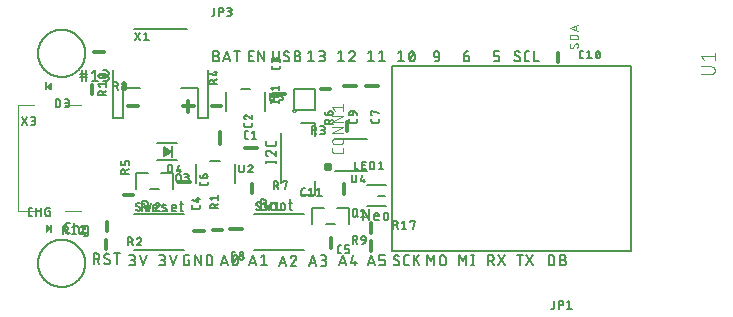
<source format=gbr>
G04 EAGLE Gerber RS-274X export*
G75*
%MOMM*%
%FSLAX34Y34*%
%LPD*%
%INSilkscreen Top*%
%IPPOS*%
%AMOC8*
5,1,8,0,0,1.08239X$1,22.5*%
G01*
%ADD10C,0.127000*%
%ADD11C,0.101600*%
%ADD12C,0.304800*%
%ADD13C,0.152400*%
%ADD14C,0.203200*%
%ADD15R,0.200000X1.000000*%
%ADD16R,0.127000X0.762000*%
%ADD17C,0.100000*%
%ADD18C,0.076200*%
%ADD19C,0.350000*%

G36*
X112853Y116881D02*
X112853Y116881D01*
X112924Y116879D01*
X112994Y116898D01*
X113065Y116906D01*
X113120Y116931D01*
X113199Y116951D01*
X113302Y117012D01*
X113371Y117043D01*
X116371Y119043D01*
X116458Y119120D01*
X116548Y119193D01*
X116563Y119215D01*
X116583Y119233D01*
X116645Y119330D01*
X116712Y119425D01*
X116720Y119451D01*
X116735Y119473D01*
X116767Y119584D01*
X116805Y119694D01*
X116806Y119721D01*
X116813Y119746D01*
X116813Y119862D01*
X116819Y119978D01*
X116813Y120004D01*
X116813Y120031D01*
X116781Y120142D01*
X116755Y120255D01*
X116742Y120278D01*
X116734Y120304D01*
X116672Y120402D01*
X116616Y120503D01*
X116598Y120519D01*
X116583Y120544D01*
X116375Y120729D01*
X116371Y120733D01*
X113371Y122733D01*
X113307Y122764D01*
X113247Y122804D01*
X113179Y122825D01*
X113115Y122856D01*
X113044Y122868D01*
X112976Y122889D01*
X112905Y122891D01*
X112835Y122903D01*
X112763Y122895D01*
X112692Y122897D01*
X112623Y122879D01*
X112552Y122870D01*
X112486Y122843D01*
X112417Y122825D01*
X112356Y122788D01*
X112290Y122761D01*
X112234Y122716D01*
X112172Y122680D01*
X112123Y122628D01*
X112068Y122583D01*
X112027Y122525D01*
X111978Y122472D01*
X111945Y122409D01*
X111904Y122351D01*
X111881Y122283D01*
X111848Y122219D01*
X111838Y122160D01*
X111811Y122082D01*
X111805Y121963D01*
X111793Y121888D01*
X111793Y117888D01*
X111803Y117817D01*
X111803Y117745D01*
X111823Y117677D01*
X111833Y117607D01*
X111862Y117541D01*
X111882Y117472D01*
X111920Y117412D01*
X111949Y117347D01*
X111995Y117292D01*
X112033Y117232D01*
X112087Y117184D01*
X112133Y117130D01*
X112192Y117090D01*
X112246Y117043D01*
X112310Y117012D01*
X112369Y116973D01*
X112438Y116951D01*
X112502Y116920D01*
X112572Y116908D01*
X112640Y116887D01*
X112712Y116885D01*
X112783Y116873D01*
X112853Y116881D01*
G37*
G36*
X16393Y171963D02*
X16393Y171963D01*
X16422Y171960D01*
X16514Y171980D01*
X16607Y171993D01*
X16634Y172006D01*
X16663Y172012D01*
X16743Y172060D01*
X16827Y172102D01*
X16848Y172123D01*
X16874Y172138D01*
X16935Y172210D01*
X17001Y172276D01*
X17014Y172302D01*
X17034Y172325D01*
X17069Y172412D01*
X17111Y172496D01*
X17115Y172526D01*
X17126Y172553D01*
X17144Y172720D01*
X17144Y177800D01*
X17139Y177829D01*
X17142Y177859D01*
X17120Y177950D01*
X17105Y178043D01*
X17091Y178069D01*
X17084Y178098D01*
X17033Y178177D01*
X16989Y178260D01*
X16968Y178281D01*
X16952Y178306D01*
X16879Y178365D01*
X16811Y178430D01*
X16784Y178442D01*
X16761Y178461D01*
X16673Y178494D01*
X16588Y178533D01*
X16558Y178536D01*
X16531Y178547D01*
X16437Y178550D01*
X16344Y178560D01*
X16314Y178554D01*
X16285Y178555D01*
X16195Y178528D01*
X16103Y178508D01*
X16078Y178493D01*
X16049Y178484D01*
X15907Y178394D01*
X12732Y175854D01*
X12663Y175777D01*
X12590Y175704D01*
X12581Y175687D01*
X12568Y175672D01*
X12526Y175576D01*
X12480Y175484D01*
X12478Y175464D01*
X12470Y175446D01*
X12461Y175343D01*
X12447Y175240D01*
X12451Y175221D01*
X12449Y175201D01*
X12474Y175100D01*
X12493Y174998D01*
X12503Y174981D01*
X12507Y174962D01*
X12563Y174875D01*
X12614Y174784D01*
X12631Y174767D01*
X12639Y174754D01*
X12664Y174734D01*
X12732Y174666D01*
X15907Y172126D01*
X15933Y172111D01*
X15955Y172091D01*
X16040Y172051D01*
X16122Y172005D01*
X16151Y171999D01*
X16178Y171987D01*
X16271Y171977D01*
X16363Y171959D01*
X16393Y171963D01*
G37*
G36*
X12896Y51316D02*
X12896Y51316D01*
X12925Y51315D01*
X13015Y51342D01*
X13107Y51362D01*
X13132Y51377D01*
X13161Y51386D01*
X13303Y51476D01*
X16478Y54016D01*
X16547Y54093D01*
X16620Y54166D01*
X16629Y54184D01*
X16642Y54198D01*
X16684Y54294D01*
X16730Y54386D01*
X16732Y54406D01*
X16740Y54424D01*
X16749Y54527D01*
X16763Y54630D01*
X16759Y54649D01*
X16761Y54669D01*
X16736Y54770D01*
X16717Y54872D01*
X16707Y54889D01*
X16703Y54908D01*
X16647Y54996D01*
X16596Y55086D01*
X16579Y55103D01*
X16571Y55116D01*
X16546Y55136D01*
X16478Y55204D01*
X13303Y57744D01*
X13277Y57759D01*
X13255Y57780D01*
X13170Y57819D01*
X13088Y57865D01*
X13059Y57871D01*
X13032Y57883D01*
X12939Y57893D01*
X12847Y57911D01*
X12817Y57907D01*
X12788Y57910D01*
X12696Y57890D01*
X12603Y57878D01*
X12576Y57864D01*
X12547Y57858D01*
X12467Y57810D01*
X12383Y57768D01*
X12362Y57747D01*
X12336Y57732D01*
X12275Y57660D01*
X12209Y57594D01*
X12196Y57568D01*
X12176Y57545D01*
X12141Y57458D01*
X12099Y57374D01*
X12095Y57344D01*
X12084Y57317D01*
X12066Y57150D01*
X12066Y52070D01*
X12071Y52041D01*
X12068Y52011D01*
X12090Y51920D01*
X12106Y51827D01*
X12119Y51801D01*
X12126Y51772D01*
X12177Y51693D01*
X12221Y51610D01*
X12242Y51589D01*
X12258Y51564D01*
X12331Y51505D01*
X12399Y51441D01*
X12426Y51428D01*
X12449Y51409D01*
X12537Y51376D01*
X12622Y51337D01*
X12652Y51334D01*
X12679Y51323D01*
X12773Y51320D01*
X12866Y51310D01*
X12896Y51316D01*
G37*
D10*
X204200Y205105D02*
X204200Y198684D01*
X204202Y198586D01*
X204208Y198488D01*
X204218Y198390D01*
X204231Y198293D01*
X204249Y198196D01*
X204270Y198100D01*
X204295Y198006D01*
X204324Y197912D01*
X204356Y197819D01*
X204393Y197728D01*
X204432Y197638D01*
X204476Y197550D01*
X204523Y197464D01*
X204573Y197379D01*
X204626Y197297D01*
X204683Y197217D01*
X204743Y197139D01*
X204806Y197064D01*
X204872Y196991D01*
X204941Y196921D01*
X205012Y196854D01*
X205086Y196789D01*
X205163Y196728D01*
X205242Y196669D01*
X205323Y196614D01*
X205406Y196562D01*
X205492Y196514D01*
X205579Y196469D01*
X205668Y196427D01*
X205758Y196389D01*
X205850Y196355D01*
X205943Y196324D01*
X206038Y196297D01*
X206133Y196274D01*
X206230Y196254D01*
X206326Y196239D01*
X206424Y196227D01*
X206522Y196219D01*
X206620Y196215D01*
X206718Y196215D01*
X206816Y196219D01*
X206914Y196227D01*
X207012Y196239D01*
X207108Y196254D01*
X207205Y196274D01*
X207300Y196297D01*
X207395Y196324D01*
X207488Y196355D01*
X207580Y196389D01*
X207670Y196427D01*
X207759Y196469D01*
X207846Y196514D01*
X207932Y196562D01*
X208015Y196614D01*
X208096Y196669D01*
X208175Y196728D01*
X208252Y196789D01*
X208326Y196854D01*
X208397Y196921D01*
X208466Y196991D01*
X208532Y197064D01*
X208595Y197139D01*
X208655Y197217D01*
X208712Y197297D01*
X208765Y197379D01*
X208815Y197464D01*
X208862Y197550D01*
X208906Y197638D01*
X208945Y197728D01*
X208982Y197819D01*
X209014Y197912D01*
X209043Y198006D01*
X209068Y198100D01*
X209089Y198196D01*
X209107Y198293D01*
X209120Y198390D01*
X209130Y198488D01*
X209136Y198586D01*
X209138Y198684D01*
X209139Y198684D02*
X209139Y205105D01*
X216307Y196215D02*
X216393Y196217D01*
X216479Y196223D01*
X216565Y196232D01*
X216650Y196245D01*
X216735Y196262D01*
X216818Y196282D01*
X216901Y196306D01*
X216983Y196334D01*
X217063Y196365D01*
X217142Y196400D01*
X217219Y196438D01*
X217295Y196480D01*
X217369Y196524D01*
X217440Y196572D01*
X217510Y196623D01*
X217577Y196677D01*
X217642Y196734D01*
X217704Y196794D01*
X217764Y196856D01*
X217821Y196921D01*
X217875Y196988D01*
X217926Y197058D01*
X217974Y197129D01*
X218018Y197203D01*
X218060Y197279D01*
X218098Y197356D01*
X218133Y197435D01*
X218164Y197515D01*
X218192Y197597D01*
X218216Y197680D01*
X218236Y197763D01*
X218253Y197848D01*
X218266Y197933D01*
X218275Y198019D01*
X218281Y198105D01*
X218283Y198191D01*
X216307Y196215D02*
X216180Y196217D01*
X216054Y196223D01*
X215927Y196232D01*
X215801Y196246D01*
X215676Y196263D01*
X215551Y196284D01*
X215427Y196309D01*
X215303Y196338D01*
X215181Y196370D01*
X215059Y196406D01*
X214939Y196446D01*
X214820Y196489D01*
X214702Y196536D01*
X214586Y196587D01*
X214471Y196641D01*
X214358Y196698D01*
X214247Y196759D01*
X214138Y196823D01*
X214031Y196891D01*
X213925Y196961D01*
X213822Y197035D01*
X213722Y197112D01*
X213624Y197192D01*
X213528Y197275D01*
X213435Y197361D01*
X213344Y197450D01*
X213590Y203129D02*
X213592Y203215D01*
X213598Y203301D01*
X213607Y203387D01*
X213620Y203472D01*
X213637Y203557D01*
X213657Y203640D01*
X213681Y203723D01*
X213709Y203805D01*
X213740Y203885D01*
X213775Y203964D01*
X213813Y204041D01*
X213855Y204117D01*
X213899Y204191D01*
X213947Y204262D01*
X213998Y204332D01*
X214052Y204399D01*
X214109Y204464D01*
X214169Y204526D01*
X214231Y204586D01*
X214296Y204643D01*
X214363Y204697D01*
X214433Y204748D01*
X214504Y204796D01*
X214578Y204840D01*
X214654Y204882D01*
X214731Y204920D01*
X214810Y204955D01*
X214890Y204986D01*
X214972Y205014D01*
X215055Y205038D01*
X215138Y205058D01*
X215223Y205075D01*
X215308Y205088D01*
X215394Y205097D01*
X215480Y205103D01*
X215566Y205105D01*
X215685Y205103D01*
X215804Y205097D01*
X215923Y205088D01*
X216041Y205074D01*
X216159Y205057D01*
X216277Y205036D01*
X216393Y205011D01*
X216509Y204983D01*
X216624Y204951D01*
X216737Y204915D01*
X216850Y204875D01*
X216961Y204832D01*
X217071Y204786D01*
X217179Y204736D01*
X217285Y204682D01*
X217390Y204625D01*
X217492Y204565D01*
X217593Y204501D01*
X217692Y204434D01*
X217788Y204364D01*
X214579Y201401D02*
X214505Y201446D01*
X214433Y201495D01*
X214363Y201547D01*
X214296Y201602D01*
X214231Y201660D01*
X214169Y201720D01*
X214110Y201783D01*
X214053Y201849D01*
X213999Y201917D01*
X213948Y201987D01*
X213900Y202059D01*
X213855Y202134D01*
X213814Y202210D01*
X213776Y202288D01*
X213741Y202368D01*
X213710Y202449D01*
X213682Y202531D01*
X213658Y202614D01*
X213638Y202698D01*
X213621Y202784D01*
X213608Y202869D01*
X213599Y202956D01*
X213593Y203042D01*
X213591Y203129D01*
X217294Y199919D02*
X217368Y199874D01*
X217440Y199825D01*
X217510Y199773D01*
X217577Y199718D01*
X217642Y199660D01*
X217704Y199600D01*
X217764Y199537D01*
X217820Y199471D01*
X217874Y199403D01*
X217925Y199333D01*
X217973Y199261D01*
X218018Y199186D01*
X218059Y199110D01*
X218097Y199032D01*
X218132Y198952D01*
X218163Y198871D01*
X218191Y198789D01*
X218215Y198706D01*
X218235Y198622D01*
X218252Y198536D01*
X218265Y198451D01*
X218274Y198364D01*
X218280Y198278D01*
X218282Y198191D01*
X217295Y199919D02*
X214579Y201401D01*
X222661Y201154D02*
X225131Y201154D01*
X225131Y201153D02*
X225229Y201151D01*
X225327Y201145D01*
X225425Y201135D01*
X225522Y201122D01*
X225619Y201104D01*
X225715Y201083D01*
X225809Y201058D01*
X225903Y201029D01*
X225996Y200997D01*
X226087Y200960D01*
X226177Y200921D01*
X226265Y200877D01*
X226351Y200830D01*
X226436Y200780D01*
X226518Y200727D01*
X226598Y200670D01*
X226676Y200610D01*
X226751Y200547D01*
X226824Y200481D01*
X226894Y200412D01*
X226961Y200341D01*
X227026Y200267D01*
X227087Y200190D01*
X227146Y200111D01*
X227201Y200030D01*
X227253Y199947D01*
X227301Y199861D01*
X227346Y199774D01*
X227388Y199685D01*
X227426Y199595D01*
X227460Y199503D01*
X227491Y199410D01*
X227518Y199315D01*
X227541Y199220D01*
X227561Y199123D01*
X227576Y199027D01*
X227588Y198929D01*
X227596Y198831D01*
X227600Y198733D01*
X227600Y198635D01*
X227596Y198537D01*
X227588Y198439D01*
X227576Y198341D01*
X227561Y198245D01*
X227541Y198148D01*
X227518Y198053D01*
X227491Y197958D01*
X227460Y197865D01*
X227426Y197773D01*
X227388Y197683D01*
X227346Y197594D01*
X227301Y197507D01*
X227253Y197421D01*
X227201Y197338D01*
X227146Y197257D01*
X227087Y197178D01*
X227026Y197101D01*
X226961Y197027D01*
X226894Y196956D01*
X226824Y196887D01*
X226751Y196821D01*
X226676Y196758D01*
X226598Y196698D01*
X226518Y196641D01*
X226436Y196588D01*
X226351Y196538D01*
X226265Y196491D01*
X226177Y196447D01*
X226087Y196408D01*
X225996Y196371D01*
X225903Y196339D01*
X225809Y196310D01*
X225715Y196285D01*
X225619Y196264D01*
X225522Y196246D01*
X225425Y196233D01*
X225327Y196223D01*
X225229Y196217D01*
X225131Y196215D01*
X222661Y196215D01*
X222661Y205105D01*
X225131Y205105D01*
X225218Y205103D01*
X225306Y205097D01*
X225393Y205088D01*
X225479Y205074D01*
X225565Y205057D01*
X225649Y205036D01*
X225733Y205011D01*
X225816Y204982D01*
X225897Y204950D01*
X225977Y204915D01*
X226055Y204876D01*
X226132Y204833D01*
X226206Y204787D01*
X226278Y204738D01*
X226348Y204686D01*
X226416Y204630D01*
X226481Y204572D01*
X226544Y204511D01*
X226603Y204447D01*
X226660Y204380D01*
X226714Y204312D01*
X226765Y204240D01*
X226812Y204167D01*
X226857Y204092D01*
X226898Y204014D01*
X226935Y203935D01*
X226969Y203855D01*
X226999Y203773D01*
X227026Y203690D01*
X227049Y203605D01*
X227068Y203520D01*
X227083Y203434D01*
X227095Y203347D01*
X227103Y203260D01*
X227107Y203173D01*
X227107Y203085D01*
X227103Y202998D01*
X227095Y202911D01*
X227083Y202824D01*
X227068Y202738D01*
X227049Y202653D01*
X227026Y202568D01*
X226999Y202485D01*
X226969Y202403D01*
X226935Y202323D01*
X226898Y202244D01*
X226857Y202166D01*
X226812Y202091D01*
X226765Y202018D01*
X226714Y201946D01*
X226660Y201878D01*
X226603Y201811D01*
X226544Y201747D01*
X226481Y201686D01*
X226416Y201628D01*
X226348Y201572D01*
X226278Y201520D01*
X226206Y201471D01*
X226132Y201425D01*
X226055Y201382D01*
X225977Y201343D01*
X225897Y201308D01*
X225816Y201276D01*
X225733Y201247D01*
X225649Y201222D01*
X225565Y201201D01*
X225479Y201184D01*
X225393Y201170D01*
X225306Y201161D01*
X225218Y201155D01*
X225131Y201153D01*
X52534Y33655D02*
X52534Y24765D01*
X52534Y33655D02*
X55003Y33655D01*
X55101Y33653D01*
X55199Y33647D01*
X55297Y33637D01*
X55394Y33624D01*
X55491Y33606D01*
X55587Y33585D01*
X55681Y33560D01*
X55775Y33531D01*
X55868Y33499D01*
X55959Y33462D01*
X56049Y33423D01*
X56137Y33379D01*
X56223Y33332D01*
X56308Y33282D01*
X56390Y33229D01*
X56470Y33172D01*
X56548Y33112D01*
X56623Y33049D01*
X56696Y32983D01*
X56766Y32914D01*
X56833Y32843D01*
X56898Y32769D01*
X56959Y32692D01*
X57018Y32613D01*
X57073Y32532D01*
X57125Y32449D01*
X57173Y32363D01*
X57218Y32276D01*
X57260Y32187D01*
X57298Y32097D01*
X57332Y32005D01*
X57363Y31912D01*
X57390Y31817D01*
X57413Y31722D01*
X57433Y31625D01*
X57448Y31529D01*
X57460Y31431D01*
X57468Y31333D01*
X57472Y31235D01*
X57472Y31137D01*
X57468Y31039D01*
X57460Y30941D01*
X57448Y30843D01*
X57433Y30747D01*
X57413Y30650D01*
X57390Y30555D01*
X57363Y30460D01*
X57332Y30367D01*
X57298Y30275D01*
X57260Y30185D01*
X57218Y30096D01*
X57173Y30009D01*
X57125Y29923D01*
X57073Y29840D01*
X57018Y29759D01*
X56959Y29680D01*
X56898Y29603D01*
X56833Y29529D01*
X56766Y29458D01*
X56696Y29389D01*
X56623Y29323D01*
X56548Y29260D01*
X56470Y29200D01*
X56390Y29143D01*
X56308Y29090D01*
X56223Y29040D01*
X56137Y28993D01*
X56049Y28949D01*
X55959Y28910D01*
X55868Y28873D01*
X55775Y28841D01*
X55681Y28812D01*
X55587Y28787D01*
X55491Y28766D01*
X55394Y28748D01*
X55297Y28735D01*
X55199Y28725D01*
X55101Y28719D01*
X55003Y28717D01*
X55003Y28716D02*
X52534Y28716D01*
X55497Y28716D02*
X57473Y24765D01*
X64261Y24765D02*
X64347Y24767D01*
X64433Y24773D01*
X64519Y24782D01*
X64604Y24795D01*
X64689Y24812D01*
X64772Y24832D01*
X64855Y24856D01*
X64937Y24884D01*
X65017Y24915D01*
X65096Y24950D01*
X65173Y24988D01*
X65249Y25030D01*
X65323Y25074D01*
X65394Y25122D01*
X65464Y25173D01*
X65531Y25227D01*
X65596Y25284D01*
X65658Y25344D01*
X65718Y25406D01*
X65775Y25471D01*
X65829Y25538D01*
X65880Y25608D01*
X65928Y25679D01*
X65972Y25753D01*
X66014Y25829D01*
X66052Y25906D01*
X66087Y25985D01*
X66118Y26065D01*
X66146Y26147D01*
X66170Y26230D01*
X66190Y26313D01*
X66207Y26398D01*
X66220Y26483D01*
X66229Y26569D01*
X66235Y26655D01*
X66237Y26741D01*
X64261Y24765D02*
X64134Y24767D01*
X64008Y24773D01*
X63881Y24782D01*
X63755Y24796D01*
X63630Y24813D01*
X63505Y24834D01*
X63381Y24859D01*
X63257Y24888D01*
X63135Y24920D01*
X63013Y24956D01*
X62893Y24996D01*
X62774Y25039D01*
X62656Y25086D01*
X62540Y25137D01*
X62425Y25191D01*
X62312Y25248D01*
X62201Y25309D01*
X62092Y25373D01*
X61985Y25441D01*
X61879Y25511D01*
X61776Y25585D01*
X61676Y25662D01*
X61578Y25742D01*
X61482Y25825D01*
X61389Y25911D01*
X61298Y26000D01*
X61544Y31679D02*
X61546Y31765D01*
X61552Y31851D01*
X61561Y31937D01*
X61574Y32022D01*
X61591Y32107D01*
X61611Y32190D01*
X61635Y32273D01*
X61663Y32355D01*
X61694Y32435D01*
X61729Y32514D01*
X61767Y32591D01*
X61809Y32667D01*
X61853Y32741D01*
X61901Y32812D01*
X61952Y32882D01*
X62006Y32949D01*
X62063Y33014D01*
X62123Y33076D01*
X62185Y33136D01*
X62250Y33193D01*
X62317Y33247D01*
X62387Y33298D01*
X62458Y33346D01*
X62532Y33390D01*
X62608Y33432D01*
X62685Y33470D01*
X62764Y33505D01*
X62844Y33536D01*
X62926Y33564D01*
X63009Y33588D01*
X63092Y33608D01*
X63177Y33625D01*
X63262Y33638D01*
X63348Y33647D01*
X63434Y33653D01*
X63520Y33655D01*
X63639Y33653D01*
X63758Y33647D01*
X63877Y33638D01*
X63995Y33624D01*
X64113Y33607D01*
X64231Y33586D01*
X64347Y33561D01*
X64463Y33533D01*
X64578Y33501D01*
X64691Y33465D01*
X64804Y33425D01*
X64915Y33382D01*
X65025Y33336D01*
X65133Y33286D01*
X65239Y33232D01*
X65344Y33175D01*
X65446Y33115D01*
X65547Y33051D01*
X65646Y32984D01*
X65742Y32914D01*
X62533Y29951D02*
X62459Y29996D01*
X62387Y30045D01*
X62317Y30097D01*
X62250Y30152D01*
X62185Y30210D01*
X62123Y30270D01*
X62064Y30333D01*
X62007Y30399D01*
X61953Y30467D01*
X61902Y30537D01*
X61854Y30609D01*
X61809Y30684D01*
X61768Y30760D01*
X61730Y30838D01*
X61695Y30918D01*
X61664Y30999D01*
X61636Y31081D01*
X61612Y31164D01*
X61592Y31248D01*
X61575Y31334D01*
X61562Y31419D01*
X61553Y31506D01*
X61547Y31592D01*
X61545Y31679D01*
X65248Y28469D02*
X65322Y28424D01*
X65394Y28375D01*
X65464Y28323D01*
X65531Y28268D01*
X65596Y28210D01*
X65658Y28150D01*
X65718Y28087D01*
X65774Y28021D01*
X65828Y27953D01*
X65879Y27883D01*
X65927Y27811D01*
X65972Y27736D01*
X66013Y27660D01*
X66051Y27582D01*
X66086Y27502D01*
X66117Y27421D01*
X66145Y27339D01*
X66169Y27256D01*
X66189Y27172D01*
X66206Y27086D01*
X66219Y27001D01*
X66228Y26914D01*
X66234Y26828D01*
X66236Y26741D01*
X65249Y28469D02*
X62532Y29951D01*
X71997Y33655D02*
X71997Y24765D01*
X69527Y33655D02*
X74466Y33655D01*
X108282Y23495D02*
X110751Y23495D01*
X110849Y23497D01*
X110947Y23503D01*
X111045Y23513D01*
X111142Y23526D01*
X111239Y23544D01*
X111335Y23565D01*
X111429Y23590D01*
X111523Y23619D01*
X111616Y23651D01*
X111707Y23688D01*
X111797Y23727D01*
X111885Y23771D01*
X111971Y23818D01*
X112056Y23868D01*
X112138Y23921D01*
X112218Y23978D01*
X112296Y24038D01*
X112371Y24101D01*
X112444Y24167D01*
X112514Y24236D01*
X112581Y24307D01*
X112646Y24381D01*
X112707Y24458D01*
X112766Y24537D01*
X112821Y24618D01*
X112873Y24701D01*
X112921Y24787D01*
X112966Y24874D01*
X113008Y24963D01*
X113046Y25053D01*
X113080Y25145D01*
X113111Y25238D01*
X113138Y25333D01*
X113161Y25428D01*
X113181Y25525D01*
X113196Y25621D01*
X113208Y25719D01*
X113216Y25817D01*
X113220Y25915D01*
X113220Y26013D01*
X113216Y26111D01*
X113208Y26209D01*
X113196Y26307D01*
X113181Y26403D01*
X113161Y26500D01*
X113138Y26595D01*
X113111Y26690D01*
X113080Y26783D01*
X113046Y26875D01*
X113008Y26965D01*
X112966Y27054D01*
X112921Y27141D01*
X112873Y27227D01*
X112821Y27310D01*
X112766Y27391D01*
X112707Y27470D01*
X112646Y27547D01*
X112581Y27621D01*
X112514Y27692D01*
X112444Y27761D01*
X112371Y27827D01*
X112296Y27890D01*
X112218Y27950D01*
X112138Y28007D01*
X112056Y28060D01*
X111971Y28110D01*
X111885Y28157D01*
X111797Y28201D01*
X111707Y28240D01*
X111616Y28277D01*
X111523Y28309D01*
X111429Y28338D01*
X111335Y28363D01*
X111239Y28384D01*
X111142Y28402D01*
X111045Y28415D01*
X110947Y28425D01*
X110849Y28431D01*
X110751Y28433D01*
X111245Y32385D02*
X108282Y32385D01*
X111245Y32385D02*
X111332Y32383D01*
X111420Y32377D01*
X111507Y32368D01*
X111593Y32354D01*
X111679Y32337D01*
X111763Y32316D01*
X111847Y32291D01*
X111930Y32262D01*
X112011Y32230D01*
X112091Y32195D01*
X112169Y32156D01*
X112246Y32113D01*
X112320Y32067D01*
X112392Y32018D01*
X112462Y31966D01*
X112530Y31910D01*
X112595Y31852D01*
X112658Y31791D01*
X112717Y31727D01*
X112774Y31660D01*
X112828Y31592D01*
X112879Y31520D01*
X112926Y31447D01*
X112971Y31372D01*
X113012Y31294D01*
X113049Y31215D01*
X113083Y31135D01*
X113113Y31053D01*
X113140Y30970D01*
X113163Y30885D01*
X113182Y30800D01*
X113197Y30714D01*
X113209Y30627D01*
X113217Y30540D01*
X113221Y30453D01*
X113221Y30365D01*
X113217Y30278D01*
X113209Y30191D01*
X113197Y30104D01*
X113182Y30018D01*
X113163Y29933D01*
X113140Y29848D01*
X113113Y29765D01*
X113083Y29683D01*
X113049Y29603D01*
X113012Y29524D01*
X112971Y29446D01*
X112926Y29371D01*
X112879Y29298D01*
X112828Y29226D01*
X112774Y29158D01*
X112717Y29091D01*
X112658Y29027D01*
X112595Y28966D01*
X112530Y28908D01*
X112462Y28852D01*
X112392Y28800D01*
X112320Y28751D01*
X112246Y28705D01*
X112169Y28662D01*
X112091Y28623D01*
X112011Y28588D01*
X111930Y28556D01*
X111847Y28527D01*
X111763Y28502D01*
X111679Y28481D01*
X111593Y28464D01*
X111507Y28450D01*
X111420Y28441D01*
X111332Y28435D01*
X111245Y28433D01*
X111245Y28434D02*
X109269Y28434D01*
X116932Y32385D02*
X119895Y23495D01*
X122858Y32385D01*
X85351Y23495D02*
X82882Y23495D01*
X85351Y23495D02*
X85449Y23497D01*
X85547Y23503D01*
X85645Y23513D01*
X85742Y23526D01*
X85839Y23544D01*
X85935Y23565D01*
X86029Y23590D01*
X86123Y23619D01*
X86216Y23651D01*
X86307Y23688D01*
X86397Y23727D01*
X86485Y23771D01*
X86571Y23818D01*
X86656Y23868D01*
X86738Y23921D01*
X86818Y23978D01*
X86896Y24038D01*
X86971Y24101D01*
X87044Y24167D01*
X87114Y24236D01*
X87181Y24307D01*
X87246Y24381D01*
X87307Y24458D01*
X87366Y24537D01*
X87421Y24618D01*
X87473Y24701D01*
X87521Y24787D01*
X87566Y24874D01*
X87608Y24963D01*
X87646Y25053D01*
X87680Y25145D01*
X87711Y25238D01*
X87738Y25333D01*
X87761Y25428D01*
X87781Y25525D01*
X87796Y25621D01*
X87808Y25719D01*
X87816Y25817D01*
X87820Y25915D01*
X87820Y26013D01*
X87816Y26111D01*
X87808Y26209D01*
X87796Y26307D01*
X87781Y26403D01*
X87761Y26500D01*
X87738Y26595D01*
X87711Y26690D01*
X87680Y26783D01*
X87646Y26875D01*
X87608Y26965D01*
X87566Y27054D01*
X87521Y27141D01*
X87473Y27227D01*
X87421Y27310D01*
X87366Y27391D01*
X87307Y27470D01*
X87246Y27547D01*
X87181Y27621D01*
X87114Y27692D01*
X87044Y27761D01*
X86971Y27827D01*
X86896Y27890D01*
X86818Y27950D01*
X86738Y28007D01*
X86656Y28060D01*
X86571Y28110D01*
X86485Y28157D01*
X86397Y28201D01*
X86307Y28240D01*
X86216Y28277D01*
X86123Y28309D01*
X86029Y28338D01*
X85935Y28363D01*
X85839Y28384D01*
X85742Y28402D01*
X85645Y28415D01*
X85547Y28425D01*
X85449Y28431D01*
X85351Y28433D01*
X85845Y32385D02*
X82882Y32385D01*
X85845Y32385D02*
X85932Y32383D01*
X86020Y32377D01*
X86107Y32368D01*
X86193Y32354D01*
X86279Y32337D01*
X86363Y32316D01*
X86447Y32291D01*
X86530Y32262D01*
X86611Y32230D01*
X86691Y32195D01*
X86769Y32156D01*
X86846Y32113D01*
X86920Y32067D01*
X86992Y32018D01*
X87062Y31966D01*
X87130Y31910D01*
X87195Y31852D01*
X87258Y31791D01*
X87317Y31727D01*
X87374Y31660D01*
X87428Y31592D01*
X87479Y31520D01*
X87526Y31447D01*
X87571Y31372D01*
X87612Y31294D01*
X87649Y31215D01*
X87683Y31135D01*
X87713Y31053D01*
X87740Y30970D01*
X87763Y30885D01*
X87782Y30800D01*
X87797Y30714D01*
X87809Y30627D01*
X87817Y30540D01*
X87821Y30453D01*
X87821Y30365D01*
X87817Y30278D01*
X87809Y30191D01*
X87797Y30104D01*
X87782Y30018D01*
X87763Y29933D01*
X87740Y29848D01*
X87713Y29765D01*
X87683Y29683D01*
X87649Y29603D01*
X87612Y29524D01*
X87571Y29446D01*
X87526Y29371D01*
X87479Y29298D01*
X87428Y29226D01*
X87374Y29158D01*
X87317Y29091D01*
X87258Y29027D01*
X87195Y28966D01*
X87130Y28908D01*
X87062Y28852D01*
X86992Y28800D01*
X86920Y28751D01*
X86846Y28705D01*
X86769Y28662D01*
X86691Y28623D01*
X86611Y28588D01*
X86530Y28556D01*
X86447Y28527D01*
X86363Y28502D01*
X86279Y28481D01*
X86193Y28464D01*
X86107Y28450D01*
X86020Y28441D01*
X85932Y28435D01*
X85845Y28433D01*
X85845Y28434D02*
X83869Y28434D01*
X91532Y32385D02*
X94495Y23495D01*
X97458Y32385D01*
X184482Y23495D02*
X187445Y32385D01*
X190408Y23495D01*
X189667Y25718D02*
X185222Y25718D01*
X194120Y30409D02*
X196589Y32385D01*
X196589Y23495D01*
X194120Y23495D02*
X199058Y23495D01*
X163315Y32385D02*
X160352Y23495D01*
X166278Y23495D02*
X163315Y32385D01*
X165537Y25718D02*
X161092Y25718D01*
X169990Y27940D02*
X169992Y28115D01*
X169998Y28290D01*
X170009Y28464D01*
X170023Y28639D01*
X170042Y28812D01*
X170065Y28986D01*
X170092Y29159D01*
X170123Y29331D01*
X170158Y29502D01*
X170198Y29672D01*
X170241Y29842D01*
X170289Y30010D01*
X170340Y30177D01*
X170395Y30343D01*
X170455Y30508D01*
X170518Y30671D01*
X170585Y30832D01*
X170656Y30992D01*
X170731Y31150D01*
X170731Y31151D02*
X170760Y31229D01*
X170792Y31307D01*
X170829Y31382D01*
X170868Y31456D01*
X170911Y31528D01*
X170957Y31599D01*
X171007Y31666D01*
X171059Y31732D01*
X171114Y31795D01*
X171173Y31855D01*
X171234Y31913D01*
X171297Y31968D01*
X171363Y32020D01*
X171432Y32069D01*
X171502Y32114D01*
X171574Y32157D01*
X171649Y32196D01*
X171725Y32231D01*
X171802Y32263D01*
X171881Y32291D01*
X171962Y32316D01*
X172043Y32337D01*
X172125Y32354D01*
X172208Y32368D01*
X172291Y32377D01*
X172375Y32383D01*
X172459Y32385D01*
X172543Y32383D01*
X172627Y32377D01*
X172710Y32368D01*
X172793Y32354D01*
X172875Y32337D01*
X172956Y32316D01*
X173037Y32291D01*
X173116Y32263D01*
X173193Y32231D01*
X173269Y32196D01*
X173344Y32157D01*
X173416Y32114D01*
X173487Y32069D01*
X173555Y32020D01*
X173621Y31968D01*
X173684Y31913D01*
X173745Y31855D01*
X173804Y31795D01*
X173859Y31732D01*
X173911Y31666D01*
X173961Y31599D01*
X174007Y31528D01*
X174050Y31456D01*
X174089Y31382D01*
X174126Y31307D01*
X174158Y31229D01*
X174187Y31150D01*
X174188Y31150D02*
X174263Y30992D01*
X174334Y30832D01*
X174401Y30671D01*
X174464Y30508D01*
X174524Y30343D01*
X174579Y30177D01*
X174630Y30010D01*
X174678Y29842D01*
X174721Y29672D01*
X174761Y29502D01*
X174796Y29331D01*
X174827Y29159D01*
X174854Y28986D01*
X174877Y28812D01*
X174896Y28639D01*
X174910Y28464D01*
X174921Y28290D01*
X174927Y28115D01*
X174929Y27940D01*
X169990Y27940D02*
X169992Y27765D01*
X169998Y27590D01*
X170009Y27416D01*
X170023Y27241D01*
X170042Y27068D01*
X170065Y26894D01*
X170092Y26721D01*
X170123Y26549D01*
X170158Y26378D01*
X170198Y26208D01*
X170241Y26038D01*
X170289Y25870D01*
X170340Y25703D01*
X170395Y25537D01*
X170455Y25372D01*
X170518Y25209D01*
X170585Y25048D01*
X170656Y24888D01*
X170731Y24730D01*
X170731Y24729D02*
X170760Y24651D01*
X170792Y24573D01*
X170829Y24498D01*
X170868Y24424D01*
X170911Y24351D01*
X170957Y24281D01*
X171007Y24214D01*
X171059Y24148D01*
X171115Y24085D01*
X171173Y24025D01*
X171234Y23967D01*
X171297Y23912D01*
X171363Y23860D01*
X171432Y23811D01*
X171502Y23766D01*
X171574Y23723D01*
X171649Y23684D01*
X171725Y23649D01*
X171802Y23617D01*
X171881Y23589D01*
X171962Y23564D01*
X172043Y23543D01*
X172125Y23526D01*
X172208Y23512D01*
X172291Y23503D01*
X172375Y23497D01*
X172459Y23495D01*
X174187Y24730D02*
X174262Y24888D01*
X174333Y25048D01*
X174400Y25209D01*
X174463Y25372D01*
X174523Y25537D01*
X174578Y25703D01*
X174629Y25870D01*
X174677Y26038D01*
X174720Y26208D01*
X174760Y26378D01*
X174795Y26549D01*
X174826Y26721D01*
X174853Y26894D01*
X174876Y27068D01*
X174895Y27241D01*
X174909Y27416D01*
X174920Y27590D01*
X174926Y27765D01*
X174928Y27940D01*
X174187Y24729D02*
X174158Y24651D01*
X174126Y24573D01*
X174089Y24498D01*
X174050Y24424D01*
X174007Y24352D01*
X173961Y24281D01*
X173911Y24214D01*
X173859Y24148D01*
X173804Y24085D01*
X173745Y24025D01*
X173684Y23967D01*
X173621Y23912D01*
X173555Y23860D01*
X173487Y23811D01*
X173416Y23766D01*
X173344Y23723D01*
X173269Y23684D01*
X173193Y23649D01*
X173116Y23617D01*
X173037Y23589D01*
X172956Y23564D01*
X172875Y23543D01*
X172793Y23526D01*
X172710Y23512D01*
X172627Y23503D01*
X172543Y23497D01*
X172459Y23495D01*
X170483Y25471D02*
X174435Y30409D01*
X234259Y203129D02*
X236728Y205105D01*
X236728Y196215D01*
X234259Y196215D02*
X239197Y196215D01*
X243403Y196215D02*
X245872Y196215D01*
X245970Y196217D01*
X246068Y196223D01*
X246166Y196233D01*
X246263Y196246D01*
X246360Y196264D01*
X246456Y196285D01*
X246550Y196310D01*
X246644Y196339D01*
X246737Y196371D01*
X246828Y196408D01*
X246918Y196447D01*
X247006Y196491D01*
X247092Y196538D01*
X247177Y196588D01*
X247259Y196641D01*
X247339Y196698D01*
X247417Y196758D01*
X247492Y196821D01*
X247565Y196887D01*
X247635Y196956D01*
X247702Y197027D01*
X247767Y197101D01*
X247828Y197178D01*
X247887Y197257D01*
X247942Y197338D01*
X247994Y197421D01*
X248042Y197507D01*
X248087Y197594D01*
X248129Y197683D01*
X248167Y197773D01*
X248201Y197865D01*
X248232Y197958D01*
X248259Y198053D01*
X248282Y198148D01*
X248302Y198245D01*
X248317Y198341D01*
X248329Y198439D01*
X248337Y198537D01*
X248341Y198635D01*
X248341Y198733D01*
X248337Y198831D01*
X248329Y198929D01*
X248317Y199027D01*
X248302Y199123D01*
X248282Y199220D01*
X248259Y199315D01*
X248232Y199410D01*
X248201Y199503D01*
X248167Y199595D01*
X248129Y199685D01*
X248087Y199774D01*
X248042Y199861D01*
X247994Y199947D01*
X247942Y200030D01*
X247887Y200111D01*
X247828Y200190D01*
X247767Y200267D01*
X247702Y200341D01*
X247635Y200412D01*
X247565Y200481D01*
X247492Y200547D01*
X247417Y200610D01*
X247339Y200670D01*
X247259Y200727D01*
X247177Y200780D01*
X247092Y200830D01*
X247006Y200877D01*
X246918Y200921D01*
X246828Y200960D01*
X246737Y200997D01*
X246644Y201029D01*
X246550Y201058D01*
X246456Y201083D01*
X246360Y201104D01*
X246263Y201122D01*
X246166Y201135D01*
X246068Y201145D01*
X245970Y201151D01*
X245872Y201153D01*
X246366Y205105D02*
X243403Y205105D01*
X246366Y205105D02*
X246453Y205103D01*
X246541Y205097D01*
X246628Y205088D01*
X246714Y205074D01*
X246800Y205057D01*
X246884Y205036D01*
X246968Y205011D01*
X247051Y204982D01*
X247132Y204950D01*
X247212Y204915D01*
X247290Y204876D01*
X247367Y204833D01*
X247441Y204787D01*
X247513Y204738D01*
X247583Y204686D01*
X247651Y204630D01*
X247716Y204572D01*
X247779Y204511D01*
X247838Y204447D01*
X247895Y204380D01*
X247949Y204312D01*
X248000Y204240D01*
X248047Y204167D01*
X248092Y204092D01*
X248133Y204014D01*
X248170Y203935D01*
X248204Y203855D01*
X248234Y203773D01*
X248261Y203690D01*
X248284Y203605D01*
X248303Y203520D01*
X248318Y203434D01*
X248330Y203347D01*
X248338Y203260D01*
X248342Y203173D01*
X248342Y203085D01*
X248338Y202998D01*
X248330Y202911D01*
X248318Y202824D01*
X248303Y202738D01*
X248284Y202653D01*
X248261Y202568D01*
X248234Y202485D01*
X248204Y202403D01*
X248170Y202323D01*
X248133Y202244D01*
X248092Y202166D01*
X248047Y202091D01*
X248000Y202018D01*
X247949Y201946D01*
X247895Y201878D01*
X247838Y201811D01*
X247779Y201747D01*
X247716Y201686D01*
X247651Y201628D01*
X247583Y201572D01*
X247513Y201520D01*
X247441Y201471D01*
X247367Y201425D01*
X247290Y201382D01*
X247212Y201343D01*
X247132Y201308D01*
X247051Y201276D01*
X246968Y201247D01*
X246884Y201222D01*
X246800Y201201D01*
X246714Y201184D01*
X246628Y201170D01*
X246541Y201161D01*
X246453Y201155D01*
X246366Y201153D01*
X246366Y201154D02*
X244390Y201154D01*
X311501Y25471D02*
X311499Y25385D01*
X311493Y25299D01*
X311484Y25213D01*
X311471Y25128D01*
X311454Y25043D01*
X311434Y24960D01*
X311410Y24877D01*
X311382Y24795D01*
X311351Y24715D01*
X311316Y24636D01*
X311278Y24559D01*
X311236Y24483D01*
X311192Y24409D01*
X311144Y24338D01*
X311093Y24268D01*
X311039Y24201D01*
X310982Y24136D01*
X310922Y24074D01*
X310860Y24014D01*
X310795Y23957D01*
X310728Y23903D01*
X310658Y23852D01*
X310587Y23804D01*
X310513Y23760D01*
X310437Y23718D01*
X310360Y23680D01*
X310281Y23645D01*
X310201Y23614D01*
X310119Y23586D01*
X310036Y23562D01*
X309953Y23542D01*
X309868Y23525D01*
X309783Y23512D01*
X309697Y23503D01*
X309611Y23497D01*
X309525Y23495D01*
X309398Y23497D01*
X309272Y23503D01*
X309145Y23512D01*
X309019Y23526D01*
X308894Y23543D01*
X308769Y23564D01*
X308645Y23589D01*
X308521Y23618D01*
X308399Y23650D01*
X308277Y23686D01*
X308157Y23726D01*
X308038Y23769D01*
X307920Y23816D01*
X307804Y23867D01*
X307689Y23921D01*
X307576Y23978D01*
X307465Y24039D01*
X307356Y24103D01*
X307249Y24171D01*
X307143Y24241D01*
X307040Y24315D01*
X306940Y24392D01*
X306842Y24472D01*
X306746Y24555D01*
X306653Y24641D01*
X306562Y24730D01*
X306808Y30409D02*
X306810Y30495D01*
X306816Y30581D01*
X306825Y30667D01*
X306838Y30752D01*
X306855Y30837D01*
X306875Y30920D01*
X306899Y31003D01*
X306927Y31085D01*
X306958Y31165D01*
X306993Y31244D01*
X307031Y31321D01*
X307073Y31397D01*
X307117Y31471D01*
X307165Y31542D01*
X307216Y31612D01*
X307270Y31679D01*
X307327Y31744D01*
X307387Y31806D01*
X307449Y31866D01*
X307514Y31923D01*
X307581Y31977D01*
X307651Y32028D01*
X307722Y32076D01*
X307796Y32120D01*
X307872Y32162D01*
X307949Y32200D01*
X308028Y32235D01*
X308108Y32266D01*
X308190Y32294D01*
X308273Y32318D01*
X308356Y32338D01*
X308441Y32355D01*
X308526Y32368D01*
X308612Y32377D01*
X308698Y32383D01*
X308784Y32385D01*
X308903Y32383D01*
X309022Y32377D01*
X309141Y32368D01*
X309259Y32354D01*
X309377Y32337D01*
X309495Y32316D01*
X309611Y32291D01*
X309727Y32263D01*
X309842Y32231D01*
X309955Y32195D01*
X310068Y32155D01*
X310179Y32112D01*
X310289Y32066D01*
X310397Y32016D01*
X310503Y31962D01*
X310608Y31905D01*
X310710Y31845D01*
X310811Y31781D01*
X310910Y31714D01*
X311006Y31644D01*
X307797Y28681D02*
X307723Y28726D01*
X307651Y28775D01*
X307581Y28827D01*
X307514Y28882D01*
X307449Y28940D01*
X307387Y29000D01*
X307328Y29063D01*
X307271Y29129D01*
X307217Y29197D01*
X307166Y29267D01*
X307118Y29339D01*
X307073Y29414D01*
X307032Y29490D01*
X306994Y29568D01*
X306959Y29648D01*
X306928Y29729D01*
X306900Y29811D01*
X306876Y29894D01*
X306856Y29978D01*
X306839Y30064D01*
X306826Y30149D01*
X306817Y30236D01*
X306811Y30322D01*
X306809Y30409D01*
X310512Y27199D02*
X310586Y27154D01*
X310658Y27105D01*
X310728Y27053D01*
X310795Y26998D01*
X310860Y26940D01*
X310922Y26880D01*
X310982Y26817D01*
X311038Y26751D01*
X311092Y26683D01*
X311143Y26613D01*
X311191Y26541D01*
X311236Y26466D01*
X311277Y26390D01*
X311315Y26312D01*
X311350Y26232D01*
X311381Y26151D01*
X311409Y26069D01*
X311433Y25986D01*
X311453Y25902D01*
X311470Y25816D01*
X311483Y25731D01*
X311492Y25644D01*
X311498Y25558D01*
X311500Y25471D01*
X310513Y27199D02*
X307797Y28681D01*
X317343Y23495D02*
X319318Y23495D01*
X317343Y23495D02*
X317257Y23497D01*
X317171Y23503D01*
X317085Y23512D01*
X317000Y23525D01*
X316915Y23542D01*
X316832Y23562D01*
X316749Y23586D01*
X316667Y23614D01*
X316587Y23645D01*
X316508Y23680D01*
X316431Y23718D01*
X316355Y23760D01*
X316281Y23804D01*
X316210Y23852D01*
X316140Y23903D01*
X316073Y23957D01*
X316008Y24014D01*
X315946Y24074D01*
X315886Y24136D01*
X315829Y24201D01*
X315775Y24268D01*
X315724Y24338D01*
X315676Y24409D01*
X315632Y24483D01*
X315590Y24559D01*
X315552Y24636D01*
X315517Y24715D01*
X315486Y24795D01*
X315458Y24877D01*
X315434Y24960D01*
X315414Y25043D01*
X315397Y25128D01*
X315384Y25213D01*
X315375Y25299D01*
X315369Y25385D01*
X315367Y25471D01*
X315367Y30409D01*
X315369Y30498D01*
X315375Y30586D01*
X315385Y30674D01*
X315399Y30762D01*
X315417Y30849D01*
X315438Y30935D01*
X315464Y31020D01*
X315493Y31103D01*
X315526Y31186D01*
X315563Y31266D01*
X315603Y31345D01*
X315647Y31422D01*
X315694Y31498D01*
X315744Y31570D01*
X315798Y31641D01*
X315855Y31709D01*
X315915Y31775D01*
X315977Y31837D01*
X316043Y31897D01*
X316111Y31954D01*
X316182Y32008D01*
X316254Y32058D01*
X316329Y32105D01*
X316407Y32149D01*
X316486Y32189D01*
X316566Y32226D01*
X316649Y32259D01*
X316732Y32288D01*
X316817Y32314D01*
X316903Y32335D01*
X316990Y32353D01*
X317078Y32367D01*
X317166Y32377D01*
X317254Y32383D01*
X317343Y32385D01*
X319318Y32385D01*
X323499Y32385D02*
X323499Y23495D01*
X323499Y26952D02*
X328438Y32385D01*
X325475Y28928D02*
X328438Y23495D01*
X335154Y23495D02*
X335154Y32385D01*
X338118Y27446D01*
X341081Y32385D01*
X341081Y23495D01*
X345707Y25964D02*
X345707Y29916D01*
X345709Y30014D01*
X345715Y30112D01*
X345725Y30210D01*
X345738Y30307D01*
X345756Y30404D01*
X345777Y30500D01*
X345802Y30594D01*
X345831Y30688D01*
X345863Y30781D01*
X345900Y30872D01*
X345939Y30962D01*
X345983Y31050D01*
X346030Y31136D01*
X346080Y31221D01*
X346133Y31303D01*
X346190Y31383D01*
X346250Y31461D01*
X346313Y31536D01*
X346379Y31609D01*
X346448Y31679D01*
X346519Y31746D01*
X346593Y31811D01*
X346670Y31872D01*
X346749Y31931D01*
X346830Y31986D01*
X346913Y32038D01*
X346999Y32086D01*
X347086Y32131D01*
X347175Y32173D01*
X347265Y32211D01*
X347357Y32245D01*
X347450Y32276D01*
X347545Y32303D01*
X347640Y32326D01*
X347737Y32346D01*
X347833Y32361D01*
X347931Y32373D01*
X348029Y32381D01*
X348127Y32385D01*
X348225Y32385D01*
X348323Y32381D01*
X348421Y32373D01*
X348519Y32361D01*
X348615Y32346D01*
X348712Y32326D01*
X348807Y32303D01*
X348902Y32276D01*
X348995Y32245D01*
X349087Y32211D01*
X349177Y32173D01*
X349266Y32131D01*
X349353Y32086D01*
X349439Y32038D01*
X349522Y31986D01*
X349603Y31931D01*
X349682Y31872D01*
X349759Y31811D01*
X349833Y31746D01*
X349904Y31679D01*
X349973Y31609D01*
X350039Y31536D01*
X350102Y31461D01*
X350162Y31383D01*
X350219Y31303D01*
X350272Y31221D01*
X350322Y31136D01*
X350369Y31050D01*
X350413Y30962D01*
X350452Y30872D01*
X350489Y30781D01*
X350521Y30688D01*
X350550Y30594D01*
X350575Y30500D01*
X350596Y30404D01*
X350614Y30307D01*
X350627Y30210D01*
X350637Y30112D01*
X350643Y30014D01*
X350645Y29916D01*
X350646Y29916D02*
X350646Y25964D01*
X350645Y25964D02*
X350643Y25866D01*
X350637Y25768D01*
X350627Y25670D01*
X350614Y25573D01*
X350596Y25476D01*
X350575Y25380D01*
X350550Y25286D01*
X350521Y25192D01*
X350489Y25099D01*
X350452Y25008D01*
X350413Y24918D01*
X350369Y24830D01*
X350322Y24744D01*
X350272Y24659D01*
X350219Y24577D01*
X350162Y24497D01*
X350102Y24419D01*
X350039Y24344D01*
X349973Y24271D01*
X349904Y24201D01*
X349833Y24134D01*
X349759Y24069D01*
X349682Y24008D01*
X349603Y23949D01*
X349522Y23894D01*
X349439Y23842D01*
X349353Y23794D01*
X349266Y23749D01*
X349177Y23707D01*
X349087Y23669D01*
X348995Y23635D01*
X348902Y23604D01*
X348807Y23577D01*
X348712Y23554D01*
X348615Y23534D01*
X348519Y23519D01*
X348421Y23507D01*
X348323Y23499D01*
X348225Y23495D01*
X348127Y23495D01*
X348029Y23499D01*
X347931Y23507D01*
X347833Y23519D01*
X347737Y23534D01*
X347640Y23554D01*
X347545Y23577D01*
X347450Y23604D01*
X347357Y23635D01*
X347265Y23669D01*
X347175Y23707D01*
X347086Y23749D01*
X346999Y23794D01*
X346913Y23842D01*
X346830Y23894D01*
X346749Y23949D01*
X346670Y24008D01*
X346593Y24069D01*
X346519Y24134D01*
X346448Y24201D01*
X346379Y24271D01*
X346313Y24344D01*
X346250Y24419D01*
X346190Y24497D01*
X346133Y24577D01*
X346080Y24659D01*
X346030Y24744D01*
X345983Y24830D01*
X345939Y24918D01*
X345900Y25008D01*
X345863Y25099D01*
X345831Y25192D01*
X345802Y25286D01*
X345777Y25380D01*
X345756Y25476D01*
X345738Y25573D01*
X345725Y25670D01*
X345715Y25768D01*
X345709Y25866D01*
X345707Y25964D01*
X362210Y23495D02*
X362210Y32385D01*
X365173Y27446D01*
X368136Y32385D01*
X368136Y23495D01*
X373403Y23495D02*
X373403Y32385D01*
X372415Y23495D02*
X374390Y23495D01*
X374390Y32385D02*
X372415Y32385D01*
X386449Y32385D02*
X386449Y23495D01*
X386449Y32385D02*
X388919Y32385D01*
X389017Y32383D01*
X389115Y32377D01*
X389213Y32367D01*
X389310Y32354D01*
X389407Y32336D01*
X389503Y32315D01*
X389597Y32290D01*
X389691Y32261D01*
X389784Y32229D01*
X389875Y32192D01*
X389965Y32153D01*
X390053Y32109D01*
X390139Y32062D01*
X390224Y32012D01*
X390306Y31959D01*
X390386Y31902D01*
X390464Y31842D01*
X390539Y31779D01*
X390612Y31713D01*
X390682Y31644D01*
X390749Y31573D01*
X390814Y31499D01*
X390875Y31422D01*
X390934Y31343D01*
X390989Y31262D01*
X391041Y31179D01*
X391089Y31093D01*
X391134Y31006D01*
X391176Y30917D01*
X391214Y30827D01*
X391248Y30735D01*
X391279Y30642D01*
X391306Y30547D01*
X391329Y30452D01*
X391349Y30355D01*
X391364Y30259D01*
X391376Y30161D01*
X391384Y30063D01*
X391388Y29965D01*
X391388Y29867D01*
X391384Y29769D01*
X391376Y29671D01*
X391364Y29573D01*
X391349Y29477D01*
X391329Y29380D01*
X391306Y29285D01*
X391279Y29190D01*
X391248Y29097D01*
X391214Y29005D01*
X391176Y28915D01*
X391134Y28826D01*
X391089Y28739D01*
X391041Y28653D01*
X390989Y28570D01*
X390934Y28489D01*
X390875Y28410D01*
X390814Y28333D01*
X390749Y28259D01*
X390682Y28188D01*
X390612Y28119D01*
X390539Y28053D01*
X390464Y27990D01*
X390386Y27930D01*
X390306Y27873D01*
X390224Y27820D01*
X390139Y27770D01*
X390053Y27723D01*
X389965Y27679D01*
X389875Y27640D01*
X389784Y27603D01*
X389691Y27571D01*
X389597Y27542D01*
X389503Y27517D01*
X389407Y27496D01*
X389310Y27478D01*
X389213Y27465D01*
X389115Y27455D01*
X389017Y27449D01*
X388919Y27447D01*
X388919Y27446D02*
X386449Y27446D01*
X389413Y27446D02*
X391388Y23495D01*
X395024Y23495D02*
X400951Y32385D01*
X395024Y32385D02*
X400951Y23495D01*
X413316Y23495D02*
X413316Y32385D01*
X415785Y32385D02*
X410846Y32385D01*
X418887Y23495D02*
X424814Y32385D01*
X418887Y32385D02*
X424814Y23495D01*
X156500Y201154D02*
X154031Y201154D01*
X156500Y201153D02*
X156598Y201151D01*
X156696Y201145D01*
X156794Y201135D01*
X156891Y201122D01*
X156988Y201104D01*
X157084Y201083D01*
X157178Y201058D01*
X157272Y201029D01*
X157365Y200997D01*
X157456Y200960D01*
X157546Y200921D01*
X157634Y200877D01*
X157720Y200830D01*
X157805Y200780D01*
X157887Y200727D01*
X157967Y200670D01*
X158045Y200610D01*
X158120Y200547D01*
X158193Y200481D01*
X158263Y200412D01*
X158330Y200341D01*
X158395Y200267D01*
X158456Y200190D01*
X158515Y200111D01*
X158570Y200030D01*
X158622Y199947D01*
X158670Y199861D01*
X158715Y199774D01*
X158757Y199685D01*
X158795Y199595D01*
X158829Y199503D01*
X158860Y199410D01*
X158887Y199315D01*
X158910Y199220D01*
X158930Y199123D01*
X158945Y199027D01*
X158957Y198929D01*
X158965Y198831D01*
X158969Y198733D01*
X158969Y198635D01*
X158965Y198537D01*
X158957Y198439D01*
X158945Y198341D01*
X158930Y198245D01*
X158910Y198148D01*
X158887Y198053D01*
X158860Y197958D01*
X158829Y197865D01*
X158795Y197773D01*
X158757Y197683D01*
X158715Y197594D01*
X158670Y197507D01*
X158622Y197421D01*
X158570Y197338D01*
X158515Y197257D01*
X158456Y197178D01*
X158395Y197101D01*
X158330Y197027D01*
X158263Y196956D01*
X158193Y196887D01*
X158120Y196821D01*
X158045Y196758D01*
X157967Y196698D01*
X157887Y196641D01*
X157805Y196588D01*
X157720Y196538D01*
X157634Y196491D01*
X157546Y196447D01*
X157456Y196408D01*
X157365Y196371D01*
X157272Y196339D01*
X157178Y196310D01*
X157084Y196285D01*
X156988Y196264D01*
X156891Y196246D01*
X156794Y196233D01*
X156696Y196223D01*
X156598Y196217D01*
X156500Y196215D01*
X154031Y196215D01*
X154031Y205105D01*
X156500Y205105D01*
X156587Y205103D01*
X156675Y205097D01*
X156762Y205088D01*
X156848Y205074D01*
X156934Y205057D01*
X157018Y205036D01*
X157102Y205011D01*
X157185Y204982D01*
X157266Y204950D01*
X157346Y204915D01*
X157424Y204876D01*
X157501Y204833D01*
X157575Y204787D01*
X157647Y204738D01*
X157717Y204686D01*
X157785Y204630D01*
X157850Y204572D01*
X157913Y204511D01*
X157972Y204447D01*
X158029Y204380D01*
X158083Y204312D01*
X158134Y204240D01*
X158181Y204167D01*
X158226Y204092D01*
X158267Y204014D01*
X158304Y203935D01*
X158338Y203855D01*
X158368Y203773D01*
X158395Y203690D01*
X158418Y203605D01*
X158437Y203520D01*
X158452Y203434D01*
X158464Y203347D01*
X158472Y203260D01*
X158476Y203173D01*
X158476Y203085D01*
X158472Y202998D01*
X158464Y202911D01*
X158452Y202824D01*
X158437Y202738D01*
X158418Y202653D01*
X158395Y202568D01*
X158368Y202485D01*
X158338Y202403D01*
X158304Y202323D01*
X158267Y202244D01*
X158226Y202166D01*
X158181Y202091D01*
X158134Y202018D01*
X158083Y201946D01*
X158029Y201878D01*
X157972Y201811D01*
X157913Y201747D01*
X157850Y201686D01*
X157785Y201628D01*
X157717Y201572D01*
X157647Y201520D01*
X157575Y201471D01*
X157501Y201425D01*
X157424Y201382D01*
X157346Y201343D01*
X157266Y201308D01*
X157185Y201276D01*
X157102Y201247D01*
X157018Y201222D01*
X156934Y201201D01*
X156848Y201184D01*
X156762Y201170D01*
X156675Y201161D01*
X156587Y201155D01*
X156500Y201153D01*
X162202Y196215D02*
X165166Y205105D01*
X168129Y196215D01*
X167388Y198438D02*
X162943Y198438D01*
X173700Y196215D02*
X173700Y205105D01*
X171231Y205105D02*
X176169Y205105D01*
X133686Y28434D02*
X132204Y28434D01*
X133686Y28434D02*
X133686Y23495D01*
X130723Y23495D01*
X130637Y23497D01*
X130551Y23503D01*
X130465Y23512D01*
X130380Y23525D01*
X130295Y23542D01*
X130212Y23562D01*
X130129Y23586D01*
X130047Y23614D01*
X129967Y23645D01*
X129888Y23680D01*
X129811Y23718D01*
X129735Y23760D01*
X129661Y23804D01*
X129590Y23852D01*
X129520Y23903D01*
X129453Y23957D01*
X129388Y24014D01*
X129326Y24074D01*
X129266Y24136D01*
X129209Y24201D01*
X129155Y24268D01*
X129104Y24338D01*
X129056Y24409D01*
X129012Y24483D01*
X128970Y24559D01*
X128932Y24636D01*
X128897Y24715D01*
X128866Y24795D01*
X128838Y24877D01*
X128814Y24960D01*
X128794Y25043D01*
X128777Y25128D01*
X128764Y25213D01*
X128755Y25299D01*
X128749Y25385D01*
X128747Y25471D01*
X128747Y30409D01*
X128749Y30498D01*
X128755Y30586D01*
X128765Y30674D01*
X128779Y30762D01*
X128797Y30849D01*
X128818Y30935D01*
X128844Y31020D01*
X128873Y31103D01*
X128906Y31186D01*
X128943Y31266D01*
X128983Y31345D01*
X129027Y31422D01*
X129074Y31498D01*
X129124Y31570D01*
X129178Y31641D01*
X129235Y31709D01*
X129295Y31775D01*
X129357Y31837D01*
X129423Y31897D01*
X129491Y31954D01*
X129562Y32008D01*
X129634Y32058D01*
X129709Y32105D01*
X129787Y32149D01*
X129866Y32189D01*
X129946Y32226D01*
X130029Y32259D01*
X130112Y32288D01*
X130197Y32314D01*
X130283Y32335D01*
X130370Y32353D01*
X130458Y32367D01*
X130546Y32377D01*
X130634Y32383D01*
X130723Y32385D01*
X133686Y32385D01*
X138501Y32385D02*
X138501Y23495D01*
X143439Y23495D02*
X138501Y32385D01*
X143439Y32385D02*
X143439Y23495D01*
X148254Y23495D02*
X148254Y32385D01*
X150724Y32385D01*
X150821Y32383D01*
X150918Y32377D01*
X151014Y32368D01*
X151110Y32355D01*
X151206Y32338D01*
X151300Y32317D01*
X151394Y32292D01*
X151487Y32264D01*
X151579Y32232D01*
X151669Y32197D01*
X151758Y32158D01*
X151845Y32116D01*
X151930Y32070D01*
X152014Y32021D01*
X152096Y31969D01*
X152175Y31913D01*
X152253Y31855D01*
X152327Y31793D01*
X152400Y31729D01*
X152470Y31662D01*
X152537Y31592D01*
X152601Y31519D01*
X152663Y31445D01*
X152721Y31367D01*
X152777Y31288D01*
X152829Y31206D01*
X152878Y31122D01*
X152924Y31037D01*
X152966Y30950D01*
X153005Y30861D01*
X153040Y30771D01*
X153072Y30679D01*
X153100Y30586D01*
X153125Y30492D01*
X153146Y30398D01*
X153163Y30302D01*
X153176Y30206D01*
X153185Y30110D01*
X153191Y30013D01*
X153193Y29916D01*
X153193Y25964D01*
X153191Y25867D01*
X153185Y25770D01*
X153176Y25674D01*
X153163Y25578D01*
X153146Y25482D01*
X153125Y25388D01*
X153100Y25294D01*
X153072Y25201D01*
X153040Y25109D01*
X153005Y25019D01*
X152966Y24930D01*
X152924Y24843D01*
X152878Y24758D01*
X152829Y24674D01*
X152777Y24592D01*
X152721Y24513D01*
X152663Y24435D01*
X152601Y24361D01*
X152537Y24288D01*
X152470Y24218D01*
X152400Y24151D01*
X152327Y24087D01*
X152253Y24025D01*
X152175Y23967D01*
X152096Y23911D01*
X152014Y23859D01*
X151930Y23810D01*
X151845Y23764D01*
X151758Y23722D01*
X151669Y23683D01*
X151579Y23648D01*
X151487Y23616D01*
X151394Y23588D01*
X151300Y23563D01*
X151206Y23542D01*
X151110Y23525D01*
X151014Y23512D01*
X150918Y23503D01*
X150821Y23497D01*
X150724Y23495D01*
X148254Y23495D01*
X47254Y182668D02*
X41327Y182668D01*
X41327Y185632D02*
X47254Y185632D01*
X42809Y188595D02*
X42809Y179705D01*
X45772Y179705D02*
X45772Y188595D01*
X51270Y186619D02*
X53739Y188595D01*
X53739Y179705D01*
X51270Y179705D02*
X56209Y179705D01*
X60414Y179705D02*
X62883Y179705D01*
X62981Y179707D01*
X63079Y179713D01*
X63177Y179723D01*
X63274Y179736D01*
X63371Y179754D01*
X63467Y179775D01*
X63561Y179800D01*
X63655Y179829D01*
X63748Y179861D01*
X63839Y179898D01*
X63929Y179937D01*
X64017Y179981D01*
X64103Y180028D01*
X64188Y180078D01*
X64270Y180131D01*
X64350Y180188D01*
X64428Y180248D01*
X64503Y180311D01*
X64576Y180377D01*
X64646Y180446D01*
X64713Y180517D01*
X64778Y180591D01*
X64839Y180668D01*
X64898Y180747D01*
X64953Y180828D01*
X65005Y180911D01*
X65053Y180997D01*
X65098Y181084D01*
X65140Y181173D01*
X65178Y181263D01*
X65212Y181355D01*
X65243Y181448D01*
X65270Y181543D01*
X65293Y181638D01*
X65313Y181735D01*
X65328Y181831D01*
X65340Y181929D01*
X65348Y182027D01*
X65352Y182125D01*
X65352Y182223D01*
X65348Y182321D01*
X65340Y182419D01*
X65328Y182517D01*
X65313Y182613D01*
X65293Y182710D01*
X65270Y182805D01*
X65243Y182900D01*
X65212Y182993D01*
X65178Y183085D01*
X65140Y183175D01*
X65098Y183264D01*
X65053Y183351D01*
X65005Y183437D01*
X64953Y183520D01*
X64898Y183601D01*
X64839Y183680D01*
X64778Y183757D01*
X64713Y183831D01*
X64646Y183902D01*
X64576Y183971D01*
X64503Y184037D01*
X64428Y184100D01*
X64350Y184160D01*
X64270Y184217D01*
X64188Y184270D01*
X64103Y184320D01*
X64017Y184367D01*
X63929Y184411D01*
X63839Y184450D01*
X63748Y184487D01*
X63655Y184519D01*
X63561Y184548D01*
X63467Y184573D01*
X63371Y184594D01*
X63274Y184612D01*
X63177Y184625D01*
X63079Y184635D01*
X62981Y184641D01*
X62883Y184643D01*
X63377Y188595D02*
X60414Y188595D01*
X63377Y188595D02*
X63464Y188593D01*
X63552Y188587D01*
X63639Y188578D01*
X63725Y188564D01*
X63811Y188547D01*
X63895Y188526D01*
X63979Y188501D01*
X64062Y188472D01*
X64143Y188440D01*
X64223Y188405D01*
X64301Y188366D01*
X64378Y188323D01*
X64452Y188277D01*
X64524Y188228D01*
X64594Y188176D01*
X64662Y188120D01*
X64727Y188062D01*
X64790Y188001D01*
X64849Y187937D01*
X64906Y187870D01*
X64960Y187802D01*
X65011Y187730D01*
X65058Y187657D01*
X65103Y187582D01*
X65144Y187504D01*
X65181Y187425D01*
X65215Y187345D01*
X65245Y187263D01*
X65272Y187180D01*
X65295Y187095D01*
X65314Y187010D01*
X65329Y186924D01*
X65341Y186837D01*
X65349Y186750D01*
X65353Y186663D01*
X65353Y186575D01*
X65349Y186488D01*
X65341Y186401D01*
X65329Y186314D01*
X65314Y186228D01*
X65295Y186143D01*
X65272Y186058D01*
X65245Y185975D01*
X65215Y185893D01*
X65181Y185813D01*
X65144Y185734D01*
X65103Y185656D01*
X65058Y185581D01*
X65011Y185508D01*
X64960Y185436D01*
X64906Y185368D01*
X64849Y185301D01*
X64790Y185237D01*
X64727Y185176D01*
X64662Y185118D01*
X64594Y185062D01*
X64524Y185010D01*
X64452Y184961D01*
X64378Y184915D01*
X64301Y184872D01*
X64223Y184833D01*
X64143Y184798D01*
X64062Y184766D01*
X63979Y184737D01*
X63895Y184712D01*
X63811Y184691D01*
X63725Y184674D01*
X63639Y184660D01*
X63552Y184651D01*
X63464Y184645D01*
X63377Y184643D01*
X63377Y184644D02*
X61402Y184644D01*
X184080Y196215D02*
X188031Y196215D01*
X184080Y196215D02*
X184080Y205105D01*
X188031Y205105D01*
X187043Y201154D02*
X184080Y201154D01*
X191981Y205105D02*
X191981Y196215D01*
X196920Y196215D02*
X191981Y205105D01*
X196920Y205105D02*
X196920Y196215D01*
X437702Y32385D02*
X437702Y23495D01*
X437702Y32385D02*
X440171Y32385D01*
X440268Y32383D01*
X440365Y32377D01*
X440461Y32368D01*
X440557Y32355D01*
X440653Y32338D01*
X440747Y32317D01*
X440841Y32292D01*
X440934Y32264D01*
X441026Y32232D01*
X441116Y32197D01*
X441205Y32158D01*
X441292Y32116D01*
X441377Y32070D01*
X441461Y32021D01*
X441543Y31969D01*
X441622Y31913D01*
X441700Y31855D01*
X441774Y31793D01*
X441847Y31729D01*
X441917Y31662D01*
X441984Y31592D01*
X442048Y31519D01*
X442110Y31445D01*
X442168Y31367D01*
X442224Y31288D01*
X442276Y31206D01*
X442325Y31122D01*
X442371Y31037D01*
X442413Y30950D01*
X442452Y30861D01*
X442487Y30771D01*
X442519Y30679D01*
X442547Y30586D01*
X442572Y30492D01*
X442593Y30398D01*
X442610Y30302D01*
X442623Y30206D01*
X442632Y30110D01*
X442638Y30013D01*
X442640Y29916D01*
X442641Y29916D02*
X442641Y25964D01*
X442640Y25964D02*
X442638Y25867D01*
X442632Y25770D01*
X442623Y25674D01*
X442610Y25578D01*
X442593Y25482D01*
X442572Y25388D01*
X442547Y25294D01*
X442519Y25201D01*
X442487Y25109D01*
X442452Y25019D01*
X442413Y24930D01*
X442371Y24843D01*
X442325Y24758D01*
X442276Y24674D01*
X442224Y24592D01*
X442168Y24513D01*
X442110Y24435D01*
X442048Y24361D01*
X441984Y24288D01*
X441917Y24218D01*
X441847Y24151D01*
X441774Y24087D01*
X441700Y24025D01*
X441622Y23967D01*
X441543Y23911D01*
X441461Y23859D01*
X441377Y23810D01*
X441292Y23764D01*
X441205Y23722D01*
X441116Y23683D01*
X441026Y23648D01*
X440934Y23616D01*
X440841Y23588D01*
X440747Y23563D01*
X440653Y23542D01*
X440557Y23525D01*
X440461Y23512D01*
X440365Y23503D01*
X440268Y23497D01*
X440171Y23495D01*
X437702Y23495D01*
X447629Y28434D02*
X450099Y28434D01*
X450099Y28433D02*
X450197Y28431D01*
X450295Y28425D01*
X450393Y28415D01*
X450490Y28402D01*
X450587Y28384D01*
X450683Y28363D01*
X450777Y28338D01*
X450871Y28309D01*
X450964Y28277D01*
X451055Y28240D01*
X451145Y28201D01*
X451233Y28157D01*
X451319Y28110D01*
X451404Y28060D01*
X451486Y28007D01*
X451566Y27950D01*
X451644Y27890D01*
X451719Y27827D01*
X451792Y27761D01*
X451862Y27692D01*
X451929Y27621D01*
X451994Y27547D01*
X452055Y27470D01*
X452114Y27391D01*
X452169Y27310D01*
X452221Y27227D01*
X452269Y27141D01*
X452314Y27054D01*
X452356Y26965D01*
X452394Y26875D01*
X452428Y26783D01*
X452459Y26690D01*
X452486Y26595D01*
X452509Y26500D01*
X452529Y26403D01*
X452544Y26307D01*
X452556Y26209D01*
X452564Y26111D01*
X452568Y26013D01*
X452568Y25915D01*
X452564Y25817D01*
X452556Y25719D01*
X452544Y25621D01*
X452529Y25525D01*
X452509Y25428D01*
X452486Y25333D01*
X452459Y25238D01*
X452428Y25145D01*
X452394Y25053D01*
X452356Y24963D01*
X452314Y24874D01*
X452269Y24787D01*
X452221Y24701D01*
X452169Y24618D01*
X452114Y24537D01*
X452055Y24458D01*
X451994Y24381D01*
X451929Y24307D01*
X451862Y24236D01*
X451792Y24167D01*
X451719Y24101D01*
X451644Y24038D01*
X451566Y23978D01*
X451486Y23921D01*
X451404Y23868D01*
X451319Y23818D01*
X451233Y23771D01*
X451145Y23727D01*
X451055Y23688D01*
X450964Y23651D01*
X450871Y23619D01*
X450777Y23590D01*
X450683Y23565D01*
X450587Y23544D01*
X450490Y23526D01*
X450393Y23513D01*
X450295Y23503D01*
X450197Y23497D01*
X450099Y23495D01*
X447629Y23495D01*
X447629Y32385D01*
X450099Y32385D01*
X450186Y32383D01*
X450274Y32377D01*
X450361Y32368D01*
X450447Y32354D01*
X450533Y32337D01*
X450617Y32316D01*
X450701Y32291D01*
X450784Y32262D01*
X450865Y32230D01*
X450945Y32195D01*
X451023Y32156D01*
X451100Y32113D01*
X451174Y32067D01*
X451246Y32018D01*
X451316Y31966D01*
X451384Y31910D01*
X451449Y31852D01*
X451512Y31791D01*
X451571Y31727D01*
X451628Y31660D01*
X451682Y31592D01*
X451733Y31520D01*
X451780Y31447D01*
X451825Y31372D01*
X451866Y31294D01*
X451903Y31215D01*
X451937Y31135D01*
X451967Y31053D01*
X451994Y30970D01*
X452017Y30885D01*
X452036Y30800D01*
X452051Y30714D01*
X452063Y30627D01*
X452071Y30540D01*
X452075Y30453D01*
X452075Y30365D01*
X452071Y30278D01*
X452063Y30191D01*
X452051Y30104D01*
X452036Y30018D01*
X452017Y29933D01*
X451994Y29848D01*
X451967Y29765D01*
X451937Y29683D01*
X451903Y29603D01*
X451866Y29524D01*
X451825Y29446D01*
X451780Y29371D01*
X451733Y29298D01*
X451682Y29226D01*
X451628Y29158D01*
X451571Y29091D01*
X451512Y29027D01*
X451449Y28966D01*
X451384Y28908D01*
X451316Y28852D01*
X451246Y28800D01*
X451174Y28751D01*
X451100Y28705D01*
X451023Y28662D01*
X450945Y28623D01*
X450865Y28588D01*
X450784Y28556D01*
X450701Y28527D01*
X450617Y28502D01*
X450533Y28481D01*
X450447Y28464D01*
X450361Y28450D01*
X450274Y28441D01*
X450186Y28435D01*
X450099Y28433D01*
X212591Y31877D02*
X209628Y22987D01*
X215554Y22987D02*
X212591Y31877D01*
X214813Y25210D02*
X210368Y25210D01*
X221982Y31878D02*
X222074Y31876D01*
X222166Y31870D01*
X222257Y31861D01*
X222348Y31848D01*
X222438Y31831D01*
X222528Y31810D01*
X222616Y31786D01*
X222704Y31758D01*
X222790Y31726D01*
X222875Y31691D01*
X222958Y31652D01*
X223040Y31610D01*
X223120Y31565D01*
X223198Y31516D01*
X223274Y31464D01*
X223347Y31409D01*
X223419Y31351D01*
X223488Y31291D01*
X223554Y31227D01*
X223618Y31161D01*
X223678Y31092D01*
X223736Y31020D01*
X223791Y30947D01*
X223843Y30871D01*
X223892Y30793D01*
X223937Y30713D01*
X223979Y30631D01*
X224018Y30548D01*
X224053Y30463D01*
X224085Y30377D01*
X224113Y30289D01*
X224137Y30201D01*
X224158Y30111D01*
X224175Y30021D01*
X224188Y29930D01*
X224197Y29839D01*
X224203Y29747D01*
X224205Y29655D01*
X221982Y31877D02*
X221876Y31875D01*
X221771Y31869D01*
X221666Y31859D01*
X221561Y31846D01*
X221457Y31828D01*
X221354Y31807D01*
X221251Y31782D01*
X221149Y31753D01*
X221049Y31720D01*
X220950Y31684D01*
X220852Y31644D01*
X220756Y31600D01*
X220661Y31553D01*
X220569Y31503D01*
X220478Y31449D01*
X220389Y31391D01*
X220303Y31331D01*
X220219Y31267D01*
X220137Y31201D01*
X220057Y31131D01*
X219981Y31058D01*
X219907Y30983D01*
X219836Y30905D01*
X219768Y30824D01*
X219702Y30741D01*
X219640Y30655D01*
X219582Y30568D01*
X219526Y30478D01*
X219474Y30386D01*
X219425Y30292D01*
X219380Y30197D01*
X219338Y30100D01*
X219300Y30001D01*
X219266Y29902D01*
X223463Y27926D02*
X223532Y27995D01*
X223598Y28065D01*
X223661Y28139D01*
X223720Y28215D01*
X223777Y28293D01*
X223831Y28373D01*
X223881Y28456D01*
X223928Y28540D01*
X223971Y28627D01*
X224011Y28715D01*
X224047Y28804D01*
X224080Y28895D01*
X224109Y28987D01*
X224134Y29081D01*
X224155Y29175D01*
X224173Y29270D01*
X224186Y29366D01*
X224196Y29462D01*
X224202Y29558D01*
X224204Y29655D01*
X223464Y27926D02*
X219266Y22987D01*
X224204Y22987D01*
X284812Y23495D02*
X287775Y32385D01*
X290738Y23495D01*
X289997Y25718D02*
X285552Y25718D01*
X294450Y23495D02*
X297413Y23495D01*
X297502Y23497D01*
X297590Y23503D01*
X297678Y23513D01*
X297766Y23527D01*
X297853Y23545D01*
X297939Y23566D01*
X298024Y23592D01*
X298107Y23621D01*
X298190Y23654D01*
X298270Y23691D01*
X298349Y23731D01*
X298426Y23775D01*
X298502Y23822D01*
X298574Y23872D01*
X298645Y23926D01*
X298713Y23983D01*
X298779Y24043D01*
X298841Y24105D01*
X298901Y24171D01*
X298958Y24239D01*
X299012Y24310D01*
X299062Y24382D01*
X299109Y24457D01*
X299153Y24535D01*
X299193Y24614D01*
X299230Y24694D01*
X299263Y24777D01*
X299292Y24860D01*
X299318Y24945D01*
X299339Y25031D01*
X299357Y25118D01*
X299371Y25206D01*
X299381Y25294D01*
X299387Y25382D01*
X299389Y25471D01*
X299388Y25471D02*
X299388Y26458D01*
X299389Y26458D02*
X299387Y26544D01*
X299381Y26630D01*
X299372Y26716D01*
X299359Y26801D01*
X299342Y26886D01*
X299322Y26969D01*
X299298Y27052D01*
X299270Y27134D01*
X299239Y27214D01*
X299204Y27293D01*
X299166Y27370D01*
X299124Y27446D01*
X299080Y27520D01*
X299032Y27591D01*
X298981Y27661D01*
X298927Y27728D01*
X298870Y27793D01*
X298810Y27855D01*
X298748Y27915D01*
X298683Y27972D01*
X298616Y28026D01*
X298546Y28077D01*
X298475Y28125D01*
X298401Y28169D01*
X298325Y28211D01*
X298248Y28249D01*
X298169Y28284D01*
X298089Y28315D01*
X298007Y28343D01*
X297924Y28367D01*
X297841Y28387D01*
X297756Y28404D01*
X297671Y28417D01*
X297585Y28426D01*
X297499Y28432D01*
X297413Y28434D01*
X294450Y28434D01*
X294450Y32385D01*
X299388Y32385D01*
D11*
X462661Y209930D02*
X462659Y210008D01*
X462653Y210085D01*
X462644Y210162D01*
X462631Y210238D01*
X462614Y210314D01*
X462593Y210389D01*
X462569Y210462D01*
X462541Y210535D01*
X462509Y210606D01*
X462474Y210675D01*
X462436Y210742D01*
X462395Y210808D01*
X462350Y210871D01*
X462302Y210932D01*
X462252Y210991D01*
X462198Y211047D01*
X462142Y211101D01*
X462083Y211151D01*
X462022Y211199D01*
X461959Y211244D01*
X461893Y211285D01*
X461826Y211323D01*
X461757Y211358D01*
X461686Y211390D01*
X461613Y211418D01*
X461540Y211442D01*
X461465Y211463D01*
X461389Y211480D01*
X461313Y211493D01*
X461236Y211502D01*
X461159Y211508D01*
X461081Y211510D01*
X462661Y209930D02*
X462659Y209815D01*
X462653Y209701D01*
X462643Y209587D01*
X462630Y209473D01*
X462612Y209360D01*
X462590Y209247D01*
X462565Y209135D01*
X462536Y209025D01*
X462503Y208915D01*
X462466Y208806D01*
X462426Y208699D01*
X462382Y208593D01*
X462334Y208489D01*
X462283Y208386D01*
X462228Y208286D01*
X462170Y208187D01*
X462108Y208090D01*
X462044Y207996D01*
X461976Y207903D01*
X461904Y207813D01*
X461830Y207726D01*
X461753Y207641D01*
X461673Y207559D01*
X457129Y207758D02*
X457051Y207760D01*
X456974Y207766D01*
X456897Y207775D01*
X456821Y207788D01*
X456745Y207805D01*
X456670Y207826D01*
X456597Y207850D01*
X456524Y207878D01*
X456453Y207910D01*
X456384Y207945D01*
X456317Y207983D01*
X456251Y208024D01*
X456188Y208069D01*
X456127Y208117D01*
X456068Y208167D01*
X456012Y208221D01*
X455958Y208277D01*
X455908Y208336D01*
X455860Y208397D01*
X455815Y208460D01*
X455774Y208526D01*
X455736Y208593D01*
X455701Y208662D01*
X455669Y208733D01*
X455641Y208806D01*
X455617Y208879D01*
X455596Y208954D01*
X455579Y209030D01*
X455566Y209106D01*
X455557Y209183D01*
X455551Y209260D01*
X455549Y209338D01*
X455551Y209444D01*
X455557Y209550D01*
X455566Y209655D01*
X455579Y209760D01*
X455596Y209865D01*
X455617Y209969D01*
X455641Y210072D01*
X455669Y210174D01*
X455701Y210275D01*
X455736Y210375D01*
X455775Y210473D01*
X455818Y210571D01*
X455863Y210666D01*
X455912Y210760D01*
X455965Y210852D01*
X456021Y210942D01*
X456080Y211030D01*
X456142Y211116D01*
X458512Y208547D02*
X458470Y208480D01*
X458425Y208415D01*
X458376Y208352D01*
X458325Y208291D01*
X458270Y208234D01*
X458213Y208179D01*
X458153Y208126D01*
X458091Y208077D01*
X458026Y208031D01*
X457960Y207989D01*
X457891Y207949D01*
X457820Y207913D01*
X457747Y207881D01*
X457673Y207852D01*
X457598Y207827D01*
X457522Y207806D01*
X457444Y207788D01*
X457366Y207775D01*
X457287Y207765D01*
X457208Y207759D01*
X457129Y207757D01*
X459698Y210721D02*
X459740Y210788D01*
X459785Y210853D01*
X459834Y210916D01*
X459885Y210977D01*
X459940Y211034D01*
X459997Y211089D01*
X460057Y211142D01*
X460119Y211191D01*
X460184Y211237D01*
X460250Y211279D01*
X460319Y211319D01*
X460390Y211355D01*
X460463Y211387D01*
X460537Y211416D01*
X460612Y211441D01*
X460688Y211462D01*
X460766Y211480D01*
X460844Y211493D01*
X460923Y211503D01*
X461002Y211509D01*
X461081Y211511D01*
X459698Y210721D02*
X458512Y208548D01*
X455549Y214875D02*
X462661Y214875D01*
X455549Y214875D02*
X455549Y216851D01*
X455551Y216937D01*
X455557Y217023D01*
X455566Y217109D01*
X455579Y217194D01*
X455596Y217279D01*
X455616Y217362D01*
X455640Y217445D01*
X455668Y217527D01*
X455699Y217607D01*
X455734Y217686D01*
X455772Y217763D01*
X455814Y217839D01*
X455858Y217913D01*
X455906Y217984D01*
X455957Y218054D01*
X456011Y218121D01*
X456068Y218186D01*
X456128Y218248D01*
X456190Y218308D01*
X456255Y218365D01*
X456322Y218419D01*
X456392Y218470D01*
X456463Y218518D01*
X456537Y218562D01*
X456613Y218604D01*
X456690Y218642D01*
X456769Y218677D01*
X456849Y218708D01*
X456931Y218736D01*
X457014Y218760D01*
X457097Y218780D01*
X457182Y218797D01*
X457267Y218810D01*
X457353Y218819D01*
X457439Y218825D01*
X457525Y218827D01*
X457525Y218826D02*
X460685Y218826D01*
X460685Y218827D02*
X460771Y218825D01*
X460857Y218819D01*
X460943Y218810D01*
X461028Y218797D01*
X461113Y218780D01*
X461196Y218760D01*
X461279Y218736D01*
X461361Y218708D01*
X461441Y218677D01*
X461520Y218642D01*
X461597Y218604D01*
X461673Y218562D01*
X461747Y218518D01*
X461818Y218470D01*
X461888Y218419D01*
X461955Y218365D01*
X462020Y218308D01*
X462082Y218248D01*
X462142Y218186D01*
X462199Y218121D01*
X462253Y218054D01*
X462304Y217984D01*
X462352Y217913D01*
X462396Y217839D01*
X462438Y217763D01*
X462476Y217686D01*
X462511Y217607D01*
X462542Y217527D01*
X462570Y217445D01*
X462594Y217362D01*
X462614Y217279D01*
X462631Y217194D01*
X462644Y217109D01*
X462653Y217023D01*
X462659Y216937D01*
X462661Y216851D01*
X462661Y214875D01*
X462661Y222039D02*
X455549Y224410D01*
X462661Y226780D01*
X460883Y226188D02*
X460883Y222632D01*
D10*
X237991Y32131D02*
X235028Y23241D01*
X240954Y23241D02*
X237991Y32131D01*
X240213Y25464D02*
X235768Y25464D01*
X244666Y23241D02*
X247135Y23241D01*
X247233Y23243D01*
X247331Y23249D01*
X247429Y23259D01*
X247526Y23272D01*
X247623Y23290D01*
X247719Y23311D01*
X247813Y23336D01*
X247907Y23365D01*
X248000Y23397D01*
X248091Y23434D01*
X248181Y23473D01*
X248269Y23517D01*
X248355Y23564D01*
X248440Y23614D01*
X248522Y23667D01*
X248602Y23724D01*
X248680Y23784D01*
X248755Y23847D01*
X248828Y23913D01*
X248898Y23982D01*
X248965Y24053D01*
X249030Y24127D01*
X249091Y24204D01*
X249150Y24283D01*
X249205Y24364D01*
X249257Y24447D01*
X249305Y24533D01*
X249350Y24620D01*
X249392Y24709D01*
X249430Y24799D01*
X249464Y24891D01*
X249495Y24984D01*
X249522Y25079D01*
X249545Y25174D01*
X249565Y25271D01*
X249580Y25367D01*
X249592Y25465D01*
X249600Y25563D01*
X249604Y25661D01*
X249604Y25759D01*
X249600Y25857D01*
X249592Y25955D01*
X249580Y26053D01*
X249565Y26149D01*
X249545Y26246D01*
X249522Y26341D01*
X249495Y26436D01*
X249464Y26529D01*
X249430Y26621D01*
X249392Y26711D01*
X249350Y26800D01*
X249305Y26887D01*
X249257Y26973D01*
X249205Y27056D01*
X249150Y27137D01*
X249091Y27216D01*
X249030Y27293D01*
X248965Y27367D01*
X248898Y27438D01*
X248828Y27507D01*
X248755Y27573D01*
X248680Y27636D01*
X248602Y27696D01*
X248522Y27753D01*
X248440Y27806D01*
X248355Y27856D01*
X248269Y27903D01*
X248181Y27947D01*
X248091Y27986D01*
X248000Y28023D01*
X247907Y28055D01*
X247813Y28084D01*
X247719Y28109D01*
X247623Y28130D01*
X247526Y28148D01*
X247429Y28161D01*
X247331Y28171D01*
X247233Y28177D01*
X247135Y28179D01*
X247629Y32131D02*
X244666Y32131D01*
X247629Y32131D02*
X247716Y32129D01*
X247804Y32123D01*
X247891Y32114D01*
X247977Y32100D01*
X248063Y32083D01*
X248147Y32062D01*
X248231Y32037D01*
X248314Y32008D01*
X248395Y31976D01*
X248475Y31941D01*
X248553Y31902D01*
X248630Y31859D01*
X248704Y31813D01*
X248776Y31764D01*
X248846Y31712D01*
X248914Y31656D01*
X248979Y31598D01*
X249042Y31537D01*
X249101Y31473D01*
X249158Y31406D01*
X249212Y31338D01*
X249263Y31266D01*
X249310Y31193D01*
X249355Y31118D01*
X249396Y31040D01*
X249433Y30961D01*
X249467Y30881D01*
X249497Y30799D01*
X249524Y30716D01*
X249547Y30631D01*
X249566Y30546D01*
X249581Y30460D01*
X249593Y30373D01*
X249601Y30286D01*
X249605Y30199D01*
X249605Y30111D01*
X249601Y30024D01*
X249593Y29937D01*
X249581Y29850D01*
X249566Y29764D01*
X249547Y29679D01*
X249524Y29594D01*
X249497Y29511D01*
X249467Y29429D01*
X249433Y29349D01*
X249396Y29270D01*
X249355Y29192D01*
X249310Y29117D01*
X249263Y29044D01*
X249212Y28972D01*
X249158Y28904D01*
X249101Y28837D01*
X249042Y28773D01*
X248979Y28712D01*
X248914Y28654D01*
X248846Y28598D01*
X248776Y28546D01*
X248704Y28497D01*
X248630Y28451D01*
X248553Y28408D01*
X248475Y28369D01*
X248395Y28334D01*
X248314Y28302D01*
X248231Y28273D01*
X248147Y28248D01*
X248063Y28227D01*
X247977Y28210D01*
X247891Y28196D01*
X247804Y28187D01*
X247716Y28181D01*
X247629Y28179D01*
X247629Y28180D02*
X245653Y28180D01*
X260682Y23495D02*
X263645Y32385D01*
X266608Y23495D01*
X265867Y25718D02*
X261422Y25718D01*
X270320Y25471D02*
X272295Y32385D01*
X270320Y25471D02*
X275258Y25471D01*
X273777Y27446D02*
X273777Y23495D01*
X93690Y69215D02*
X93690Y78105D01*
X96159Y78105D01*
X96257Y78103D01*
X96355Y78097D01*
X96453Y78087D01*
X96550Y78074D01*
X96647Y78056D01*
X96743Y78035D01*
X96837Y78010D01*
X96931Y77981D01*
X97024Y77949D01*
X97115Y77912D01*
X97205Y77873D01*
X97293Y77829D01*
X97379Y77782D01*
X97464Y77732D01*
X97546Y77679D01*
X97626Y77622D01*
X97704Y77562D01*
X97779Y77499D01*
X97852Y77433D01*
X97922Y77364D01*
X97989Y77293D01*
X98054Y77219D01*
X98115Y77142D01*
X98174Y77063D01*
X98229Y76982D01*
X98281Y76899D01*
X98329Y76813D01*
X98374Y76726D01*
X98416Y76637D01*
X98454Y76547D01*
X98488Y76455D01*
X98519Y76362D01*
X98546Y76267D01*
X98569Y76172D01*
X98589Y76075D01*
X98604Y75979D01*
X98616Y75881D01*
X98624Y75783D01*
X98628Y75685D01*
X98628Y75587D01*
X98624Y75489D01*
X98616Y75391D01*
X98604Y75293D01*
X98589Y75197D01*
X98569Y75100D01*
X98546Y75005D01*
X98519Y74910D01*
X98488Y74817D01*
X98454Y74725D01*
X98416Y74635D01*
X98374Y74546D01*
X98329Y74459D01*
X98281Y74373D01*
X98229Y74290D01*
X98174Y74209D01*
X98115Y74130D01*
X98054Y74053D01*
X97989Y73979D01*
X97922Y73908D01*
X97852Y73839D01*
X97779Y73773D01*
X97704Y73710D01*
X97626Y73650D01*
X97546Y73593D01*
X97464Y73540D01*
X97379Y73490D01*
X97293Y73443D01*
X97205Y73399D01*
X97115Y73360D01*
X97024Y73323D01*
X96931Y73291D01*
X96837Y73262D01*
X96743Y73237D01*
X96647Y73216D01*
X96550Y73198D01*
X96453Y73185D01*
X96355Y73175D01*
X96257Y73169D01*
X96159Y73167D01*
X96159Y73166D02*
X93690Y73166D01*
X96653Y73166D02*
X98629Y69215D01*
X104124Y69215D02*
X106594Y69215D01*
X104124Y69215D02*
X104049Y69217D01*
X103974Y69223D01*
X103900Y69232D01*
X103826Y69245D01*
X103753Y69262D01*
X103680Y69283D01*
X103609Y69307D01*
X103540Y69335D01*
X103471Y69366D01*
X103405Y69401D01*
X103340Y69439D01*
X103277Y69481D01*
X103217Y69525D01*
X103159Y69573D01*
X103103Y69623D01*
X103050Y69676D01*
X103000Y69732D01*
X102952Y69790D01*
X102908Y69850D01*
X102866Y69913D01*
X102828Y69978D01*
X102793Y70044D01*
X102762Y70113D01*
X102734Y70182D01*
X102710Y70253D01*
X102689Y70326D01*
X102672Y70399D01*
X102659Y70473D01*
X102650Y70547D01*
X102644Y70622D01*
X102642Y70697D01*
X102643Y70697D02*
X102643Y73166D01*
X102642Y73166D02*
X102644Y73253D01*
X102650Y73341D01*
X102659Y73428D01*
X102673Y73514D01*
X102690Y73600D01*
X102711Y73684D01*
X102736Y73768D01*
X102765Y73851D01*
X102797Y73932D01*
X102832Y74012D01*
X102871Y74090D01*
X102914Y74167D01*
X102960Y74241D01*
X103009Y74313D01*
X103061Y74383D01*
X103117Y74451D01*
X103175Y74516D01*
X103236Y74579D01*
X103300Y74638D01*
X103367Y74695D01*
X103435Y74749D01*
X103507Y74800D01*
X103580Y74847D01*
X103655Y74892D01*
X103733Y74933D01*
X103812Y74970D01*
X103892Y75004D01*
X103974Y75034D01*
X104057Y75061D01*
X104142Y75084D01*
X104227Y75103D01*
X104313Y75118D01*
X104400Y75130D01*
X104487Y75138D01*
X104574Y75142D01*
X104662Y75142D01*
X104749Y75138D01*
X104836Y75130D01*
X104923Y75118D01*
X105009Y75103D01*
X105094Y75084D01*
X105179Y75061D01*
X105262Y75034D01*
X105344Y75004D01*
X105424Y74970D01*
X105503Y74933D01*
X105581Y74892D01*
X105656Y74847D01*
X105729Y74800D01*
X105801Y74749D01*
X105869Y74695D01*
X105936Y74638D01*
X106000Y74579D01*
X106061Y74516D01*
X106119Y74451D01*
X106175Y74383D01*
X106227Y74313D01*
X106276Y74241D01*
X106322Y74167D01*
X106365Y74090D01*
X106404Y74012D01*
X106439Y73932D01*
X106471Y73851D01*
X106500Y73768D01*
X106525Y73684D01*
X106546Y73600D01*
X106563Y73514D01*
X106577Y73428D01*
X106586Y73341D01*
X106592Y73253D01*
X106594Y73166D01*
X106594Y72178D01*
X102643Y72178D01*
X111308Y72672D02*
X113778Y71684D01*
X111308Y72672D02*
X111243Y72700D01*
X111179Y72732D01*
X111118Y72767D01*
X111058Y72806D01*
X111001Y72847D01*
X110946Y72893D01*
X110893Y72941D01*
X110843Y72991D01*
X110797Y73045D01*
X110753Y73101D01*
X110712Y73159D01*
X110675Y73220D01*
X110641Y73282D01*
X110611Y73347D01*
X110584Y73413D01*
X110561Y73480D01*
X110542Y73548D01*
X110526Y73618D01*
X110515Y73688D01*
X110507Y73758D01*
X110503Y73829D01*
X110504Y73901D01*
X110508Y73972D01*
X110516Y74042D01*
X110528Y74112D01*
X110544Y74182D01*
X110563Y74250D01*
X110587Y74317D01*
X110614Y74383D01*
X110645Y74447D01*
X110679Y74509D01*
X110717Y74569D01*
X110758Y74628D01*
X110802Y74683D01*
X110849Y74737D01*
X110899Y74787D01*
X110952Y74835D01*
X111007Y74879D01*
X111065Y74921D01*
X111125Y74959D01*
X111186Y74994D01*
X111250Y75026D01*
X111316Y75053D01*
X111383Y75077D01*
X111451Y75098D01*
X111520Y75114D01*
X111590Y75127D01*
X111660Y75136D01*
X111731Y75141D01*
X111802Y75142D01*
X111802Y75141D02*
X111945Y75138D01*
X112089Y75130D01*
X112231Y75119D01*
X112374Y75104D01*
X112516Y75086D01*
X112658Y75063D01*
X112799Y75038D01*
X112939Y75008D01*
X113078Y74976D01*
X113217Y74939D01*
X113354Y74899D01*
X113491Y74856D01*
X113626Y74809D01*
X113761Y74758D01*
X113893Y74705D01*
X114025Y74648D01*
X113778Y71684D02*
X113843Y71656D01*
X113907Y71624D01*
X113968Y71589D01*
X114028Y71550D01*
X114085Y71509D01*
X114140Y71463D01*
X114193Y71415D01*
X114243Y71365D01*
X114289Y71311D01*
X114333Y71255D01*
X114374Y71197D01*
X114411Y71136D01*
X114445Y71074D01*
X114475Y71009D01*
X114502Y70943D01*
X114525Y70876D01*
X114544Y70808D01*
X114560Y70738D01*
X114571Y70668D01*
X114579Y70598D01*
X114583Y70527D01*
X114582Y70455D01*
X114578Y70384D01*
X114570Y70314D01*
X114558Y70244D01*
X114542Y70174D01*
X114523Y70106D01*
X114499Y70039D01*
X114472Y69973D01*
X114441Y69909D01*
X114407Y69847D01*
X114369Y69787D01*
X114328Y69728D01*
X114284Y69673D01*
X114237Y69619D01*
X114187Y69569D01*
X114134Y69521D01*
X114079Y69477D01*
X114021Y69435D01*
X113961Y69397D01*
X113900Y69362D01*
X113836Y69330D01*
X113770Y69303D01*
X113703Y69279D01*
X113635Y69258D01*
X113566Y69242D01*
X113496Y69229D01*
X113426Y69220D01*
X113355Y69215D01*
X113284Y69214D01*
X113284Y69215D02*
X113086Y69220D01*
X112888Y69230D01*
X112691Y69244D01*
X112494Y69264D01*
X112297Y69287D01*
X112101Y69316D01*
X111906Y69349D01*
X111711Y69387D01*
X111518Y69429D01*
X111325Y69476D01*
X111134Y69528D01*
X110944Y69583D01*
X110755Y69644D01*
X110568Y69709D01*
X119974Y69215D02*
X122443Y69215D01*
X119974Y69215D02*
X119899Y69217D01*
X119824Y69223D01*
X119750Y69232D01*
X119676Y69245D01*
X119603Y69262D01*
X119530Y69283D01*
X119459Y69307D01*
X119390Y69335D01*
X119321Y69366D01*
X119255Y69401D01*
X119190Y69439D01*
X119127Y69481D01*
X119067Y69525D01*
X119009Y69573D01*
X118953Y69623D01*
X118900Y69676D01*
X118850Y69732D01*
X118802Y69790D01*
X118758Y69850D01*
X118716Y69913D01*
X118678Y69978D01*
X118643Y70044D01*
X118612Y70113D01*
X118584Y70182D01*
X118560Y70253D01*
X118539Y70326D01*
X118522Y70399D01*
X118509Y70473D01*
X118500Y70547D01*
X118494Y70622D01*
X118492Y70697D01*
X118492Y73166D01*
X118494Y73253D01*
X118500Y73341D01*
X118509Y73428D01*
X118523Y73514D01*
X118540Y73600D01*
X118561Y73684D01*
X118586Y73768D01*
X118615Y73851D01*
X118647Y73932D01*
X118682Y74012D01*
X118721Y74090D01*
X118764Y74167D01*
X118810Y74241D01*
X118859Y74313D01*
X118911Y74383D01*
X118967Y74451D01*
X119025Y74516D01*
X119086Y74579D01*
X119150Y74638D01*
X119217Y74695D01*
X119285Y74749D01*
X119357Y74800D01*
X119430Y74847D01*
X119505Y74892D01*
X119583Y74933D01*
X119662Y74970D01*
X119742Y75004D01*
X119824Y75034D01*
X119907Y75061D01*
X119992Y75084D01*
X120077Y75103D01*
X120163Y75118D01*
X120250Y75130D01*
X120337Y75138D01*
X120424Y75142D01*
X120512Y75142D01*
X120599Y75138D01*
X120686Y75130D01*
X120773Y75118D01*
X120859Y75103D01*
X120944Y75084D01*
X121029Y75061D01*
X121112Y75034D01*
X121194Y75004D01*
X121274Y74970D01*
X121353Y74933D01*
X121431Y74892D01*
X121506Y74847D01*
X121579Y74800D01*
X121651Y74749D01*
X121719Y74695D01*
X121786Y74638D01*
X121850Y74579D01*
X121911Y74516D01*
X121969Y74451D01*
X122025Y74383D01*
X122077Y74313D01*
X122126Y74241D01*
X122172Y74167D01*
X122215Y74090D01*
X122254Y74012D01*
X122289Y73932D01*
X122321Y73851D01*
X122350Y73768D01*
X122375Y73684D01*
X122396Y73600D01*
X122413Y73514D01*
X122427Y73428D01*
X122436Y73341D01*
X122442Y73253D01*
X122444Y73166D01*
X122443Y73166D02*
X122443Y72178D01*
X118492Y72178D01*
X125597Y75142D02*
X128560Y75142D01*
X126585Y78105D02*
X126585Y70697D01*
X126584Y70697D02*
X126586Y70622D01*
X126592Y70547D01*
X126601Y70473D01*
X126614Y70399D01*
X126631Y70326D01*
X126652Y70253D01*
X126676Y70182D01*
X126704Y70113D01*
X126735Y70044D01*
X126770Y69978D01*
X126808Y69913D01*
X126850Y69850D01*
X126894Y69790D01*
X126942Y69732D01*
X126992Y69676D01*
X127045Y69623D01*
X127101Y69573D01*
X127159Y69525D01*
X127219Y69481D01*
X127282Y69439D01*
X127347Y69401D01*
X127413Y69366D01*
X127482Y69335D01*
X127551Y69307D01*
X127622Y69283D01*
X127695Y69262D01*
X127768Y69245D01*
X127842Y69232D01*
X127916Y69223D01*
X127991Y69217D01*
X128066Y69215D01*
X128560Y69215D01*
X194374Y75424D02*
X196843Y75424D01*
X196843Y75423D02*
X196941Y75421D01*
X197039Y75415D01*
X197137Y75405D01*
X197234Y75392D01*
X197331Y75374D01*
X197427Y75353D01*
X197521Y75328D01*
X197615Y75299D01*
X197708Y75267D01*
X197799Y75230D01*
X197889Y75191D01*
X197977Y75147D01*
X198063Y75100D01*
X198148Y75050D01*
X198230Y74997D01*
X198310Y74940D01*
X198388Y74880D01*
X198463Y74817D01*
X198536Y74751D01*
X198606Y74682D01*
X198673Y74611D01*
X198738Y74537D01*
X198799Y74460D01*
X198858Y74381D01*
X198913Y74300D01*
X198965Y74217D01*
X199013Y74131D01*
X199058Y74044D01*
X199100Y73955D01*
X199138Y73865D01*
X199172Y73773D01*
X199203Y73680D01*
X199230Y73585D01*
X199253Y73490D01*
X199273Y73393D01*
X199288Y73297D01*
X199300Y73199D01*
X199308Y73101D01*
X199312Y73003D01*
X199312Y72905D01*
X199308Y72807D01*
X199300Y72709D01*
X199288Y72611D01*
X199273Y72515D01*
X199253Y72418D01*
X199230Y72323D01*
X199203Y72228D01*
X199172Y72135D01*
X199138Y72043D01*
X199100Y71953D01*
X199058Y71864D01*
X199013Y71777D01*
X198965Y71691D01*
X198913Y71608D01*
X198858Y71527D01*
X198799Y71448D01*
X198738Y71371D01*
X198673Y71297D01*
X198606Y71226D01*
X198536Y71157D01*
X198463Y71091D01*
X198388Y71028D01*
X198310Y70968D01*
X198230Y70911D01*
X198148Y70858D01*
X198063Y70808D01*
X197977Y70761D01*
X197889Y70717D01*
X197799Y70678D01*
X197708Y70641D01*
X197615Y70609D01*
X197521Y70580D01*
X197427Y70555D01*
X197331Y70534D01*
X197234Y70516D01*
X197137Y70503D01*
X197039Y70493D01*
X196941Y70487D01*
X196843Y70485D01*
X194374Y70485D01*
X194374Y79375D01*
X196843Y79375D01*
X196930Y79373D01*
X197018Y79367D01*
X197105Y79358D01*
X197191Y79344D01*
X197277Y79327D01*
X197361Y79306D01*
X197445Y79281D01*
X197528Y79252D01*
X197609Y79220D01*
X197689Y79185D01*
X197767Y79146D01*
X197844Y79103D01*
X197918Y79057D01*
X197990Y79008D01*
X198060Y78956D01*
X198128Y78900D01*
X198193Y78842D01*
X198256Y78781D01*
X198315Y78717D01*
X198372Y78650D01*
X198426Y78582D01*
X198477Y78510D01*
X198524Y78437D01*
X198569Y78362D01*
X198610Y78284D01*
X198647Y78205D01*
X198681Y78125D01*
X198711Y78043D01*
X198738Y77960D01*
X198761Y77875D01*
X198780Y77790D01*
X198795Y77704D01*
X198807Y77617D01*
X198815Y77530D01*
X198819Y77443D01*
X198819Y77355D01*
X198815Y77268D01*
X198807Y77181D01*
X198795Y77094D01*
X198780Y77008D01*
X198761Y76923D01*
X198738Y76838D01*
X198711Y76755D01*
X198681Y76673D01*
X198647Y76593D01*
X198610Y76514D01*
X198569Y76436D01*
X198524Y76361D01*
X198477Y76288D01*
X198426Y76216D01*
X198372Y76148D01*
X198315Y76081D01*
X198256Y76017D01*
X198193Y75956D01*
X198128Y75898D01*
X198060Y75842D01*
X197990Y75790D01*
X197918Y75741D01*
X197844Y75695D01*
X197767Y75652D01*
X197689Y75613D01*
X197609Y75578D01*
X197528Y75546D01*
X197445Y75517D01*
X197361Y75492D01*
X197277Y75471D01*
X197191Y75454D01*
X197105Y75440D01*
X197018Y75431D01*
X196930Y75425D01*
X196843Y75423D01*
X202924Y74436D02*
X202924Y72461D01*
X202923Y74436D02*
X202925Y74523D01*
X202931Y74611D01*
X202940Y74698D01*
X202954Y74784D01*
X202971Y74870D01*
X202992Y74954D01*
X203017Y75038D01*
X203046Y75121D01*
X203078Y75202D01*
X203113Y75282D01*
X203152Y75360D01*
X203195Y75437D01*
X203241Y75511D01*
X203290Y75583D01*
X203342Y75653D01*
X203398Y75721D01*
X203456Y75786D01*
X203517Y75849D01*
X203581Y75908D01*
X203648Y75965D01*
X203716Y76019D01*
X203788Y76070D01*
X203861Y76117D01*
X203936Y76162D01*
X204014Y76203D01*
X204093Y76240D01*
X204173Y76274D01*
X204255Y76304D01*
X204338Y76331D01*
X204423Y76354D01*
X204508Y76373D01*
X204594Y76388D01*
X204681Y76400D01*
X204768Y76408D01*
X204855Y76412D01*
X204943Y76412D01*
X205030Y76408D01*
X205117Y76400D01*
X205204Y76388D01*
X205290Y76373D01*
X205375Y76354D01*
X205460Y76331D01*
X205543Y76304D01*
X205625Y76274D01*
X205705Y76240D01*
X205784Y76203D01*
X205862Y76162D01*
X205937Y76117D01*
X206010Y76070D01*
X206082Y76019D01*
X206150Y75965D01*
X206217Y75908D01*
X206281Y75849D01*
X206342Y75786D01*
X206400Y75721D01*
X206456Y75653D01*
X206508Y75583D01*
X206557Y75511D01*
X206603Y75437D01*
X206646Y75360D01*
X206685Y75282D01*
X206720Y75202D01*
X206752Y75121D01*
X206781Y75038D01*
X206806Y74954D01*
X206827Y74870D01*
X206844Y74784D01*
X206858Y74698D01*
X206867Y74611D01*
X206873Y74523D01*
X206875Y74436D01*
X206875Y72461D01*
X206873Y72374D01*
X206867Y72286D01*
X206858Y72199D01*
X206844Y72113D01*
X206827Y72027D01*
X206806Y71943D01*
X206781Y71859D01*
X206752Y71776D01*
X206720Y71695D01*
X206685Y71615D01*
X206646Y71537D01*
X206603Y71460D01*
X206557Y71386D01*
X206508Y71314D01*
X206456Y71244D01*
X206400Y71176D01*
X206342Y71111D01*
X206281Y71048D01*
X206217Y70989D01*
X206150Y70932D01*
X206082Y70878D01*
X206010Y70827D01*
X205937Y70780D01*
X205862Y70735D01*
X205784Y70694D01*
X205705Y70657D01*
X205625Y70623D01*
X205543Y70593D01*
X205460Y70566D01*
X205375Y70543D01*
X205290Y70524D01*
X205204Y70509D01*
X205117Y70497D01*
X205030Y70489D01*
X204943Y70485D01*
X204855Y70485D01*
X204768Y70489D01*
X204681Y70497D01*
X204594Y70509D01*
X204508Y70524D01*
X204423Y70543D01*
X204338Y70566D01*
X204255Y70593D01*
X204173Y70623D01*
X204093Y70657D01*
X204014Y70694D01*
X203936Y70735D01*
X203861Y70780D01*
X203788Y70827D01*
X203716Y70878D01*
X203648Y70932D01*
X203581Y70989D01*
X203517Y71048D01*
X203456Y71111D01*
X203398Y71176D01*
X203342Y71244D01*
X203290Y71314D01*
X203241Y71386D01*
X203195Y71460D01*
X203152Y71537D01*
X203113Y71615D01*
X203078Y71695D01*
X203046Y71776D01*
X203017Y71859D01*
X202992Y71943D01*
X202971Y72027D01*
X202954Y72113D01*
X202940Y72199D01*
X202931Y72286D01*
X202925Y72374D01*
X202923Y72461D01*
X210848Y72461D02*
X210848Y74436D01*
X210850Y74523D01*
X210856Y74611D01*
X210865Y74698D01*
X210879Y74784D01*
X210896Y74870D01*
X210917Y74954D01*
X210942Y75038D01*
X210971Y75121D01*
X211003Y75202D01*
X211038Y75282D01*
X211077Y75360D01*
X211120Y75437D01*
X211166Y75511D01*
X211215Y75583D01*
X211267Y75653D01*
X211323Y75721D01*
X211381Y75786D01*
X211442Y75849D01*
X211506Y75908D01*
X211573Y75965D01*
X211641Y76019D01*
X211713Y76070D01*
X211786Y76117D01*
X211861Y76162D01*
X211939Y76203D01*
X212018Y76240D01*
X212098Y76274D01*
X212180Y76304D01*
X212263Y76331D01*
X212348Y76354D01*
X212433Y76373D01*
X212519Y76388D01*
X212606Y76400D01*
X212693Y76408D01*
X212780Y76412D01*
X212868Y76412D01*
X212955Y76408D01*
X213042Y76400D01*
X213129Y76388D01*
X213215Y76373D01*
X213300Y76354D01*
X213385Y76331D01*
X213468Y76304D01*
X213550Y76274D01*
X213630Y76240D01*
X213709Y76203D01*
X213787Y76162D01*
X213862Y76117D01*
X213935Y76070D01*
X214007Y76019D01*
X214075Y75965D01*
X214142Y75908D01*
X214206Y75849D01*
X214267Y75786D01*
X214325Y75721D01*
X214381Y75653D01*
X214433Y75583D01*
X214482Y75511D01*
X214528Y75437D01*
X214571Y75360D01*
X214610Y75282D01*
X214645Y75202D01*
X214677Y75121D01*
X214706Y75038D01*
X214731Y74954D01*
X214752Y74870D01*
X214769Y74784D01*
X214783Y74698D01*
X214792Y74611D01*
X214798Y74523D01*
X214800Y74436D01*
X214799Y74436D02*
X214799Y72461D01*
X214800Y72461D02*
X214798Y72374D01*
X214792Y72286D01*
X214783Y72199D01*
X214769Y72113D01*
X214752Y72027D01*
X214731Y71943D01*
X214706Y71859D01*
X214677Y71776D01*
X214645Y71695D01*
X214610Y71615D01*
X214571Y71537D01*
X214528Y71460D01*
X214482Y71386D01*
X214433Y71314D01*
X214381Y71244D01*
X214325Y71176D01*
X214267Y71111D01*
X214206Y71048D01*
X214142Y70989D01*
X214075Y70932D01*
X214007Y70878D01*
X213935Y70827D01*
X213862Y70780D01*
X213787Y70735D01*
X213709Y70694D01*
X213630Y70657D01*
X213550Y70623D01*
X213468Y70593D01*
X213385Y70566D01*
X213300Y70543D01*
X213215Y70524D01*
X213129Y70509D01*
X213042Y70497D01*
X212955Y70489D01*
X212868Y70485D01*
X212780Y70485D01*
X212693Y70489D01*
X212606Y70497D01*
X212519Y70509D01*
X212433Y70524D01*
X212348Y70543D01*
X212263Y70566D01*
X212180Y70593D01*
X212098Y70623D01*
X212018Y70657D01*
X211939Y70694D01*
X211861Y70735D01*
X211786Y70780D01*
X211713Y70827D01*
X211641Y70878D01*
X211573Y70932D01*
X211506Y70989D01*
X211442Y71048D01*
X211381Y71111D01*
X211323Y71176D01*
X211267Y71244D01*
X211215Y71314D01*
X211166Y71386D01*
X211120Y71460D01*
X211077Y71537D01*
X211038Y71615D01*
X211003Y71695D01*
X210971Y71776D01*
X210942Y71859D01*
X210917Y71943D01*
X210896Y72027D01*
X210879Y72113D01*
X210865Y72199D01*
X210856Y72286D01*
X210850Y72374D01*
X210848Y72461D01*
X217953Y76412D02*
X220916Y76412D01*
X218941Y79375D02*
X218941Y71967D01*
X218943Y71892D01*
X218949Y71817D01*
X218958Y71743D01*
X218971Y71669D01*
X218988Y71596D01*
X219009Y71523D01*
X219033Y71452D01*
X219061Y71383D01*
X219092Y71314D01*
X219127Y71248D01*
X219165Y71183D01*
X219207Y71120D01*
X219251Y71060D01*
X219299Y71002D01*
X219349Y70946D01*
X219402Y70893D01*
X219458Y70843D01*
X219516Y70795D01*
X219576Y70751D01*
X219639Y70709D01*
X219704Y70671D01*
X219770Y70636D01*
X219839Y70605D01*
X219908Y70577D01*
X219979Y70553D01*
X220052Y70532D01*
X220125Y70515D01*
X220199Y70502D01*
X220273Y70493D01*
X220348Y70487D01*
X220423Y70485D01*
X220916Y70485D01*
X259659Y203129D02*
X262128Y205105D01*
X262128Y196215D01*
X259659Y196215D02*
X264597Y196215D01*
X271519Y205106D02*
X271611Y205104D01*
X271703Y205098D01*
X271794Y205089D01*
X271885Y205076D01*
X271975Y205059D01*
X272065Y205038D01*
X272153Y205014D01*
X272241Y204986D01*
X272327Y204954D01*
X272412Y204919D01*
X272495Y204880D01*
X272577Y204838D01*
X272657Y204793D01*
X272735Y204744D01*
X272811Y204692D01*
X272884Y204637D01*
X272956Y204579D01*
X273025Y204519D01*
X273091Y204455D01*
X273155Y204389D01*
X273215Y204320D01*
X273273Y204248D01*
X273328Y204175D01*
X273380Y204099D01*
X273429Y204021D01*
X273474Y203941D01*
X273516Y203859D01*
X273555Y203776D01*
X273590Y203691D01*
X273622Y203605D01*
X273650Y203517D01*
X273674Y203429D01*
X273695Y203339D01*
X273712Y203249D01*
X273725Y203158D01*
X273734Y203067D01*
X273740Y202975D01*
X273742Y202883D01*
X271519Y205105D02*
X271413Y205103D01*
X271308Y205097D01*
X271203Y205087D01*
X271098Y205074D01*
X270994Y205056D01*
X270891Y205035D01*
X270788Y205010D01*
X270686Y204981D01*
X270586Y204948D01*
X270487Y204912D01*
X270389Y204872D01*
X270293Y204828D01*
X270198Y204781D01*
X270106Y204731D01*
X270015Y204677D01*
X269926Y204619D01*
X269840Y204559D01*
X269756Y204495D01*
X269674Y204429D01*
X269594Y204359D01*
X269518Y204286D01*
X269444Y204211D01*
X269373Y204133D01*
X269305Y204052D01*
X269239Y203969D01*
X269177Y203883D01*
X269119Y203796D01*
X269063Y203706D01*
X269011Y203614D01*
X268962Y203520D01*
X268917Y203425D01*
X268875Y203328D01*
X268837Y203229D01*
X268803Y203130D01*
X273000Y201154D02*
X273069Y201223D01*
X273135Y201293D01*
X273198Y201367D01*
X273257Y201443D01*
X273314Y201521D01*
X273368Y201601D01*
X273418Y201684D01*
X273465Y201768D01*
X273508Y201855D01*
X273548Y201943D01*
X273584Y202032D01*
X273617Y202123D01*
X273646Y202215D01*
X273671Y202309D01*
X273692Y202403D01*
X273710Y202498D01*
X273723Y202594D01*
X273733Y202690D01*
X273739Y202786D01*
X273741Y202883D01*
X273001Y201154D02*
X268803Y196215D01*
X273741Y196215D01*
X285059Y203129D02*
X287528Y205105D01*
X287528Y196215D01*
X285059Y196215D02*
X289997Y196215D01*
X294203Y203129D02*
X296672Y205105D01*
X296672Y196215D01*
X294203Y196215D02*
X299141Y196215D01*
X310459Y203129D02*
X312928Y205105D01*
X312928Y196215D01*
X310459Y196215D02*
X315397Y196215D01*
X319603Y200660D02*
X319605Y200835D01*
X319611Y201010D01*
X319622Y201184D01*
X319636Y201359D01*
X319655Y201532D01*
X319678Y201706D01*
X319705Y201879D01*
X319736Y202051D01*
X319771Y202222D01*
X319811Y202392D01*
X319854Y202562D01*
X319902Y202730D01*
X319953Y202897D01*
X320008Y203063D01*
X320068Y203228D01*
X320131Y203391D01*
X320198Y203552D01*
X320269Y203712D01*
X320344Y203870D01*
X320344Y203871D02*
X320373Y203949D01*
X320405Y204027D01*
X320442Y204102D01*
X320481Y204176D01*
X320524Y204248D01*
X320570Y204319D01*
X320620Y204386D01*
X320672Y204452D01*
X320727Y204515D01*
X320786Y204575D01*
X320847Y204633D01*
X320910Y204688D01*
X320976Y204740D01*
X321045Y204789D01*
X321115Y204834D01*
X321187Y204877D01*
X321262Y204916D01*
X321338Y204951D01*
X321415Y204983D01*
X321494Y205011D01*
X321575Y205036D01*
X321656Y205057D01*
X321738Y205074D01*
X321821Y205088D01*
X321904Y205097D01*
X321988Y205103D01*
X322072Y205105D01*
X322156Y205103D01*
X322240Y205097D01*
X322323Y205088D01*
X322406Y205074D01*
X322488Y205057D01*
X322569Y205036D01*
X322650Y205011D01*
X322729Y204983D01*
X322806Y204951D01*
X322882Y204916D01*
X322957Y204877D01*
X323029Y204834D01*
X323100Y204789D01*
X323168Y204740D01*
X323234Y204688D01*
X323297Y204633D01*
X323358Y204575D01*
X323417Y204515D01*
X323472Y204452D01*
X323524Y204386D01*
X323574Y204319D01*
X323620Y204248D01*
X323663Y204176D01*
X323702Y204102D01*
X323739Y204027D01*
X323771Y203949D01*
X323800Y203870D01*
X323801Y203870D02*
X323876Y203712D01*
X323947Y203552D01*
X324014Y203391D01*
X324077Y203228D01*
X324137Y203063D01*
X324192Y202897D01*
X324243Y202730D01*
X324291Y202562D01*
X324334Y202392D01*
X324374Y202222D01*
X324409Y202051D01*
X324440Y201879D01*
X324467Y201706D01*
X324490Y201532D01*
X324509Y201359D01*
X324523Y201184D01*
X324534Y201010D01*
X324540Y200835D01*
X324542Y200660D01*
X319603Y200660D02*
X319605Y200485D01*
X319611Y200310D01*
X319622Y200136D01*
X319636Y199961D01*
X319655Y199788D01*
X319678Y199614D01*
X319705Y199441D01*
X319736Y199269D01*
X319771Y199098D01*
X319811Y198928D01*
X319854Y198758D01*
X319902Y198590D01*
X319953Y198423D01*
X320008Y198257D01*
X320068Y198092D01*
X320131Y197929D01*
X320198Y197768D01*
X320269Y197608D01*
X320344Y197450D01*
X320344Y197449D02*
X320373Y197371D01*
X320405Y197293D01*
X320442Y197218D01*
X320481Y197144D01*
X320524Y197071D01*
X320570Y197001D01*
X320620Y196934D01*
X320672Y196868D01*
X320728Y196805D01*
X320786Y196745D01*
X320847Y196687D01*
X320910Y196632D01*
X320976Y196580D01*
X321045Y196531D01*
X321115Y196486D01*
X321187Y196443D01*
X321262Y196404D01*
X321338Y196369D01*
X321415Y196337D01*
X321494Y196309D01*
X321575Y196284D01*
X321656Y196263D01*
X321738Y196246D01*
X321821Y196232D01*
X321904Y196223D01*
X321988Y196217D01*
X322072Y196215D01*
X323800Y197450D02*
X323875Y197608D01*
X323946Y197768D01*
X324013Y197929D01*
X324076Y198092D01*
X324136Y198257D01*
X324191Y198423D01*
X324242Y198590D01*
X324290Y198758D01*
X324333Y198928D01*
X324373Y199098D01*
X324408Y199269D01*
X324439Y199441D01*
X324466Y199614D01*
X324489Y199788D01*
X324508Y199961D01*
X324522Y200136D01*
X324533Y200310D01*
X324539Y200485D01*
X324541Y200660D01*
X323800Y197449D02*
X323771Y197371D01*
X323739Y197293D01*
X323702Y197218D01*
X323663Y197144D01*
X323620Y197072D01*
X323574Y197001D01*
X323524Y196934D01*
X323472Y196868D01*
X323417Y196805D01*
X323358Y196745D01*
X323297Y196687D01*
X323234Y196632D01*
X323168Y196580D01*
X323100Y196531D01*
X323029Y196486D01*
X322957Y196443D01*
X322882Y196404D01*
X322806Y196369D01*
X322729Y196337D01*
X322650Y196309D01*
X322569Y196284D01*
X322488Y196263D01*
X322406Y196246D01*
X322323Y196232D01*
X322240Y196223D01*
X322156Y196217D01*
X322072Y196215D01*
X320096Y198191D02*
X324048Y203129D01*
X342406Y200166D02*
X345369Y200166D01*
X342406Y200166D02*
X342320Y200168D01*
X342234Y200174D01*
X342148Y200183D01*
X342063Y200196D01*
X341978Y200213D01*
X341895Y200233D01*
X341812Y200257D01*
X341730Y200285D01*
X341650Y200316D01*
X341571Y200351D01*
X341494Y200389D01*
X341418Y200431D01*
X341344Y200475D01*
X341273Y200523D01*
X341203Y200574D01*
X341136Y200628D01*
X341071Y200685D01*
X341009Y200745D01*
X340949Y200807D01*
X340892Y200872D01*
X340838Y200939D01*
X340787Y201009D01*
X340739Y201080D01*
X340695Y201154D01*
X340653Y201230D01*
X340615Y201307D01*
X340580Y201386D01*
X340549Y201466D01*
X340521Y201548D01*
X340497Y201631D01*
X340477Y201714D01*
X340460Y201799D01*
X340447Y201884D01*
X340438Y201970D01*
X340432Y202056D01*
X340430Y202142D01*
X340431Y202142D02*
X340431Y202636D01*
X340433Y202734D01*
X340439Y202832D01*
X340449Y202930D01*
X340462Y203027D01*
X340480Y203124D01*
X340501Y203220D01*
X340526Y203314D01*
X340555Y203408D01*
X340587Y203501D01*
X340624Y203592D01*
X340663Y203682D01*
X340707Y203770D01*
X340754Y203856D01*
X340804Y203941D01*
X340857Y204023D01*
X340914Y204103D01*
X340974Y204181D01*
X341037Y204256D01*
X341103Y204329D01*
X341172Y204399D01*
X341243Y204466D01*
X341317Y204531D01*
X341394Y204592D01*
X341473Y204651D01*
X341554Y204706D01*
X341637Y204758D01*
X341723Y204806D01*
X341810Y204851D01*
X341899Y204893D01*
X341989Y204931D01*
X342081Y204965D01*
X342174Y204996D01*
X342269Y205023D01*
X342364Y205046D01*
X342461Y205066D01*
X342557Y205081D01*
X342655Y205093D01*
X342753Y205101D01*
X342851Y205105D01*
X342949Y205105D01*
X343047Y205101D01*
X343145Y205093D01*
X343243Y205081D01*
X343339Y205066D01*
X343436Y205046D01*
X343531Y205023D01*
X343626Y204996D01*
X343719Y204965D01*
X343811Y204931D01*
X343901Y204893D01*
X343990Y204851D01*
X344077Y204806D01*
X344163Y204758D01*
X344246Y204706D01*
X344327Y204651D01*
X344406Y204592D01*
X344483Y204531D01*
X344557Y204466D01*
X344628Y204399D01*
X344697Y204329D01*
X344763Y204256D01*
X344826Y204181D01*
X344886Y204103D01*
X344943Y204023D01*
X344996Y203941D01*
X345046Y203856D01*
X345093Y203770D01*
X345137Y203682D01*
X345176Y203592D01*
X345213Y203501D01*
X345245Y203408D01*
X345274Y203314D01*
X345299Y203220D01*
X345320Y203124D01*
X345338Y203027D01*
X345351Y202930D01*
X345361Y202832D01*
X345367Y202734D01*
X345369Y202636D01*
X345369Y200166D01*
X345367Y200042D01*
X345361Y199918D01*
X345351Y199794D01*
X345338Y199671D01*
X345320Y199548D01*
X345299Y199426D01*
X345274Y199304D01*
X345245Y199183D01*
X345212Y199064D01*
X345176Y198945D01*
X345135Y198828D01*
X345092Y198712D01*
X345044Y198597D01*
X344993Y198484D01*
X344938Y198372D01*
X344880Y198263D01*
X344819Y198155D01*
X344754Y198049D01*
X344686Y197945D01*
X344614Y197844D01*
X344540Y197744D01*
X344462Y197648D01*
X344382Y197553D01*
X344298Y197461D01*
X344212Y197372D01*
X344123Y197286D01*
X344031Y197202D01*
X343936Y197122D01*
X343840Y197044D01*
X343740Y196970D01*
X343639Y196898D01*
X343535Y196830D01*
X343429Y196765D01*
X343321Y196704D01*
X343212Y196646D01*
X343100Y196591D01*
X342987Y196540D01*
X342872Y196492D01*
X342756Y196449D01*
X342639Y196408D01*
X342520Y196372D01*
X342401Y196339D01*
X342280Y196310D01*
X342158Y196285D01*
X342036Y196264D01*
X341913Y196246D01*
X341790Y196233D01*
X341666Y196223D01*
X341542Y196217D01*
X341418Y196215D01*
X365831Y201154D02*
X368794Y201154D01*
X368880Y201152D01*
X368966Y201146D01*
X369052Y201137D01*
X369137Y201124D01*
X369222Y201107D01*
X369305Y201087D01*
X369388Y201063D01*
X369470Y201035D01*
X369550Y201004D01*
X369629Y200969D01*
X369706Y200931D01*
X369782Y200889D01*
X369856Y200845D01*
X369927Y200797D01*
X369997Y200746D01*
X370064Y200692D01*
X370129Y200635D01*
X370191Y200575D01*
X370251Y200513D01*
X370308Y200448D01*
X370362Y200381D01*
X370413Y200311D01*
X370461Y200240D01*
X370505Y200166D01*
X370547Y200090D01*
X370585Y200013D01*
X370620Y199934D01*
X370651Y199854D01*
X370679Y199772D01*
X370703Y199689D01*
X370723Y199606D01*
X370740Y199521D01*
X370753Y199436D01*
X370762Y199350D01*
X370768Y199264D01*
X370770Y199178D01*
X370769Y199178D02*
X370769Y198684D01*
X370767Y198586D01*
X370761Y198488D01*
X370751Y198390D01*
X370738Y198293D01*
X370720Y198196D01*
X370699Y198100D01*
X370674Y198006D01*
X370645Y197912D01*
X370613Y197819D01*
X370576Y197728D01*
X370537Y197638D01*
X370493Y197550D01*
X370446Y197464D01*
X370396Y197379D01*
X370343Y197297D01*
X370286Y197217D01*
X370226Y197139D01*
X370163Y197064D01*
X370097Y196991D01*
X370028Y196921D01*
X369957Y196854D01*
X369883Y196789D01*
X369806Y196728D01*
X369727Y196669D01*
X369646Y196614D01*
X369563Y196562D01*
X369477Y196514D01*
X369390Y196469D01*
X369301Y196427D01*
X369211Y196389D01*
X369119Y196355D01*
X369026Y196324D01*
X368931Y196297D01*
X368836Y196274D01*
X368739Y196254D01*
X368643Y196239D01*
X368545Y196227D01*
X368447Y196219D01*
X368349Y196215D01*
X368251Y196215D01*
X368153Y196219D01*
X368055Y196227D01*
X367957Y196239D01*
X367861Y196254D01*
X367764Y196274D01*
X367669Y196297D01*
X367574Y196324D01*
X367481Y196355D01*
X367389Y196389D01*
X367299Y196427D01*
X367210Y196469D01*
X367123Y196514D01*
X367037Y196562D01*
X366954Y196614D01*
X366873Y196669D01*
X366794Y196728D01*
X366717Y196789D01*
X366643Y196854D01*
X366572Y196921D01*
X366503Y196991D01*
X366437Y197064D01*
X366374Y197139D01*
X366314Y197217D01*
X366257Y197297D01*
X366204Y197379D01*
X366154Y197464D01*
X366107Y197550D01*
X366063Y197638D01*
X366024Y197728D01*
X365987Y197819D01*
X365955Y197912D01*
X365926Y198006D01*
X365901Y198100D01*
X365880Y198196D01*
X365862Y198293D01*
X365849Y198390D01*
X365839Y198488D01*
X365833Y198586D01*
X365831Y198684D01*
X365831Y201154D01*
X365833Y201278D01*
X365839Y201402D01*
X365849Y201526D01*
X365862Y201649D01*
X365880Y201772D01*
X365901Y201894D01*
X365926Y202016D01*
X365955Y202137D01*
X365988Y202256D01*
X366024Y202375D01*
X366065Y202492D01*
X366108Y202608D01*
X366156Y202723D01*
X366207Y202836D01*
X366262Y202948D01*
X366320Y203057D01*
X366381Y203165D01*
X366446Y203271D01*
X366514Y203375D01*
X366586Y203476D01*
X366660Y203576D01*
X366738Y203672D01*
X366818Y203767D01*
X366902Y203859D01*
X366988Y203948D01*
X367077Y204034D01*
X367169Y204118D01*
X367264Y204198D01*
X367360Y204276D01*
X367460Y204350D01*
X367561Y204422D01*
X367665Y204490D01*
X367771Y204555D01*
X367879Y204616D01*
X367988Y204674D01*
X368100Y204729D01*
X368213Y204780D01*
X368328Y204828D01*
X368444Y204871D01*
X368561Y204912D01*
X368680Y204948D01*
X368799Y204981D01*
X368920Y205010D01*
X369042Y205035D01*
X369164Y205056D01*
X369287Y205074D01*
X369410Y205087D01*
X369534Y205097D01*
X369658Y205103D01*
X369782Y205105D01*
X391231Y196215D02*
X394194Y196215D01*
X394283Y196217D01*
X394371Y196223D01*
X394459Y196233D01*
X394547Y196247D01*
X394634Y196265D01*
X394720Y196286D01*
X394805Y196312D01*
X394888Y196341D01*
X394971Y196374D01*
X395051Y196411D01*
X395130Y196451D01*
X395207Y196495D01*
X395283Y196542D01*
X395355Y196592D01*
X395426Y196646D01*
X395494Y196703D01*
X395560Y196763D01*
X395622Y196825D01*
X395682Y196891D01*
X395739Y196959D01*
X395793Y197030D01*
X395843Y197102D01*
X395890Y197177D01*
X395934Y197255D01*
X395974Y197334D01*
X396011Y197414D01*
X396044Y197497D01*
X396073Y197580D01*
X396099Y197665D01*
X396120Y197751D01*
X396138Y197838D01*
X396152Y197926D01*
X396162Y198014D01*
X396168Y198102D01*
X396170Y198191D01*
X396169Y198191D02*
X396169Y199178D01*
X396170Y199178D02*
X396168Y199264D01*
X396162Y199350D01*
X396153Y199436D01*
X396140Y199521D01*
X396123Y199606D01*
X396103Y199689D01*
X396079Y199772D01*
X396051Y199854D01*
X396020Y199934D01*
X395985Y200013D01*
X395947Y200090D01*
X395905Y200166D01*
X395861Y200240D01*
X395813Y200311D01*
X395762Y200381D01*
X395708Y200448D01*
X395651Y200513D01*
X395591Y200575D01*
X395529Y200635D01*
X395464Y200692D01*
X395397Y200746D01*
X395327Y200797D01*
X395256Y200845D01*
X395182Y200889D01*
X395106Y200931D01*
X395029Y200969D01*
X394950Y201004D01*
X394870Y201035D01*
X394788Y201063D01*
X394705Y201087D01*
X394622Y201107D01*
X394537Y201124D01*
X394452Y201137D01*
X394366Y201146D01*
X394280Y201152D01*
X394194Y201154D01*
X391231Y201154D01*
X391231Y205105D01*
X396169Y205105D01*
X411694Y196215D02*
X411780Y196217D01*
X411866Y196223D01*
X411952Y196232D01*
X412037Y196245D01*
X412122Y196262D01*
X412205Y196282D01*
X412288Y196306D01*
X412370Y196334D01*
X412450Y196365D01*
X412529Y196400D01*
X412606Y196438D01*
X412682Y196480D01*
X412756Y196524D01*
X412827Y196572D01*
X412897Y196623D01*
X412964Y196677D01*
X413029Y196734D01*
X413091Y196794D01*
X413151Y196856D01*
X413208Y196921D01*
X413262Y196988D01*
X413313Y197058D01*
X413361Y197129D01*
X413405Y197203D01*
X413447Y197279D01*
X413485Y197356D01*
X413520Y197435D01*
X413551Y197515D01*
X413579Y197597D01*
X413603Y197680D01*
X413623Y197763D01*
X413640Y197848D01*
X413653Y197933D01*
X413662Y198019D01*
X413668Y198105D01*
X413670Y198191D01*
X411694Y196215D02*
X411567Y196217D01*
X411441Y196223D01*
X411314Y196232D01*
X411188Y196246D01*
X411063Y196263D01*
X410938Y196284D01*
X410814Y196309D01*
X410690Y196338D01*
X410568Y196370D01*
X410446Y196406D01*
X410326Y196446D01*
X410207Y196489D01*
X410089Y196536D01*
X409973Y196587D01*
X409858Y196641D01*
X409745Y196698D01*
X409634Y196759D01*
X409525Y196823D01*
X409418Y196891D01*
X409312Y196961D01*
X409209Y197035D01*
X409109Y197112D01*
X409011Y197192D01*
X408915Y197275D01*
X408822Y197361D01*
X408731Y197450D01*
X408977Y203129D02*
X408979Y203215D01*
X408985Y203301D01*
X408994Y203387D01*
X409007Y203472D01*
X409024Y203557D01*
X409044Y203640D01*
X409068Y203723D01*
X409096Y203805D01*
X409127Y203885D01*
X409162Y203964D01*
X409200Y204041D01*
X409242Y204117D01*
X409286Y204191D01*
X409334Y204262D01*
X409385Y204332D01*
X409439Y204399D01*
X409496Y204464D01*
X409556Y204526D01*
X409618Y204586D01*
X409683Y204643D01*
X409750Y204697D01*
X409820Y204748D01*
X409891Y204796D01*
X409965Y204840D01*
X410041Y204882D01*
X410118Y204920D01*
X410197Y204955D01*
X410277Y204986D01*
X410359Y205014D01*
X410442Y205038D01*
X410525Y205058D01*
X410610Y205075D01*
X410695Y205088D01*
X410781Y205097D01*
X410867Y205103D01*
X410953Y205105D01*
X411072Y205103D01*
X411191Y205097D01*
X411310Y205088D01*
X411428Y205074D01*
X411546Y205057D01*
X411664Y205036D01*
X411780Y205011D01*
X411896Y204983D01*
X412011Y204951D01*
X412124Y204915D01*
X412237Y204875D01*
X412348Y204832D01*
X412458Y204786D01*
X412566Y204736D01*
X412672Y204682D01*
X412777Y204625D01*
X412879Y204565D01*
X412980Y204501D01*
X413079Y204434D01*
X413175Y204364D01*
X409966Y201401D02*
X409892Y201446D01*
X409820Y201495D01*
X409750Y201547D01*
X409683Y201602D01*
X409618Y201660D01*
X409556Y201720D01*
X409497Y201783D01*
X409440Y201849D01*
X409386Y201917D01*
X409335Y201987D01*
X409287Y202059D01*
X409242Y202134D01*
X409201Y202210D01*
X409163Y202288D01*
X409128Y202368D01*
X409097Y202449D01*
X409069Y202531D01*
X409045Y202614D01*
X409025Y202698D01*
X409008Y202784D01*
X408995Y202869D01*
X408986Y202956D01*
X408980Y203042D01*
X408978Y203129D01*
X412681Y199919D02*
X412755Y199874D01*
X412827Y199825D01*
X412897Y199773D01*
X412964Y199718D01*
X413029Y199660D01*
X413091Y199600D01*
X413151Y199537D01*
X413207Y199471D01*
X413261Y199403D01*
X413312Y199333D01*
X413360Y199261D01*
X413405Y199186D01*
X413446Y199110D01*
X413484Y199032D01*
X413519Y198952D01*
X413550Y198871D01*
X413578Y198789D01*
X413602Y198706D01*
X413622Y198622D01*
X413639Y198536D01*
X413652Y198451D01*
X413661Y198364D01*
X413667Y198278D01*
X413669Y198191D01*
X412682Y199919D02*
X409966Y201401D01*
X419512Y196215D02*
X421487Y196215D01*
X419512Y196215D02*
X419426Y196217D01*
X419340Y196223D01*
X419254Y196232D01*
X419169Y196245D01*
X419084Y196262D01*
X419001Y196282D01*
X418918Y196306D01*
X418836Y196334D01*
X418756Y196365D01*
X418677Y196400D01*
X418600Y196438D01*
X418524Y196480D01*
X418450Y196524D01*
X418379Y196572D01*
X418309Y196623D01*
X418242Y196677D01*
X418177Y196734D01*
X418115Y196794D01*
X418055Y196856D01*
X417998Y196921D01*
X417944Y196988D01*
X417893Y197058D01*
X417845Y197129D01*
X417801Y197203D01*
X417759Y197279D01*
X417721Y197356D01*
X417686Y197435D01*
X417655Y197515D01*
X417627Y197597D01*
X417603Y197680D01*
X417583Y197763D01*
X417566Y197848D01*
X417553Y197933D01*
X417544Y198019D01*
X417538Y198105D01*
X417536Y198191D01*
X417536Y203129D01*
X417538Y203218D01*
X417544Y203306D01*
X417554Y203394D01*
X417568Y203482D01*
X417586Y203569D01*
X417607Y203655D01*
X417633Y203740D01*
X417662Y203823D01*
X417695Y203906D01*
X417732Y203986D01*
X417772Y204065D01*
X417816Y204142D01*
X417863Y204218D01*
X417913Y204290D01*
X417967Y204361D01*
X418024Y204429D01*
X418084Y204495D01*
X418146Y204557D01*
X418212Y204617D01*
X418280Y204674D01*
X418351Y204728D01*
X418423Y204778D01*
X418498Y204825D01*
X418576Y204869D01*
X418655Y204909D01*
X418735Y204946D01*
X418818Y204979D01*
X418901Y205008D01*
X418986Y205034D01*
X419072Y205055D01*
X419159Y205073D01*
X419247Y205087D01*
X419335Y205097D01*
X419423Y205103D01*
X419512Y205105D01*
X421487Y205105D01*
X425518Y205105D02*
X425518Y196215D01*
X429469Y196215D01*
X280861Y71120D02*
X280861Y62230D01*
X285799Y62230D02*
X280861Y71120D01*
X285799Y71120D02*
X285799Y62230D01*
X291675Y62230D02*
X294145Y62230D01*
X291675Y62230D02*
X291600Y62232D01*
X291525Y62238D01*
X291451Y62247D01*
X291377Y62260D01*
X291304Y62277D01*
X291231Y62298D01*
X291160Y62322D01*
X291091Y62350D01*
X291022Y62381D01*
X290956Y62416D01*
X290891Y62454D01*
X290828Y62496D01*
X290768Y62540D01*
X290710Y62588D01*
X290654Y62638D01*
X290601Y62691D01*
X290551Y62747D01*
X290503Y62805D01*
X290459Y62865D01*
X290417Y62928D01*
X290379Y62993D01*
X290344Y63059D01*
X290313Y63128D01*
X290285Y63197D01*
X290261Y63268D01*
X290240Y63341D01*
X290223Y63414D01*
X290210Y63488D01*
X290201Y63562D01*
X290195Y63637D01*
X290193Y63712D01*
X290194Y63712D02*
X290194Y66181D01*
X290193Y66181D02*
X290195Y66268D01*
X290201Y66356D01*
X290210Y66443D01*
X290224Y66529D01*
X290241Y66615D01*
X290262Y66699D01*
X290287Y66783D01*
X290316Y66866D01*
X290348Y66947D01*
X290383Y67027D01*
X290422Y67105D01*
X290465Y67182D01*
X290511Y67256D01*
X290560Y67328D01*
X290612Y67398D01*
X290668Y67466D01*
X290726Y67531D01*
X290787Y67594D01*
X290851Y67653D01*
X290918Y67710D01*
X290986Y67764D01*
X291058Y67815D01*
X291131Y67862D01*
X291206Y67907D01*
X291284Y67948D01*
X291363Y67985D01*
X291443Y68019D01*
X291525Y68049D01*
X291608Y68076D01*
X291693Y68099D01*
X291778Y68118D01*
X291864Y68133D01*
X291951Y68145D01*
X292038Y68153D01*
X292125Y68157D01*
X292213Y68157D01*
X292300Y68153D01*
X292387Y68145D01*
X292474Y68133D01*
X292560Y68118D01*
X292645Y68099D01*
X292730Y68076D01*
X292813Y68049D01*
X292895Y68019D01*
X292975Y67985D01*
X293054Y67948D01*
X293132Y67907D01*
X293207Y67862D01*
X293280Y67815D01*
X293352Y67764D01*
X293420Y67710D01*
X293487Y67653D01*
X293551Y67594D01*
X293612Y67531D01*
X293670Y67466D01*
X293726Y67398D01*
X293778Y67328D01*
X293827Y67256D01*
X293873Y67182D01*
X293916Y67105D01*
X293955Y67027D01*
X293990Y66947D01*
X294022Y66866D01*
X294051Y66783D01*
X294076Y66699D01*
X294097Y66615D01*
X294114Y66529D01*
X294128Y66443D01*
X294137Y66356D01*
X294143Y66268D01*
X294145Y66181D01*
X294145Y65193D01*
X290194Y65193D01*
X298118Y64206D02*
X298118Y66181D01*
X298120Y66268D01*
X298126Y66356D01*
X298135Y66443D01*
X298149Y66529D01*
X298166Y66615D01*
X298187Y66699D01*
X298212Y66783D01*
X298241Y66866D01*
X298273Y66947D01*
X298308Y67027D01*
X298347Y67105D01*
X298390Y67182D01*
X298436Y67256D01*
X298485Y67328D01*
X298537Y67398D01*
X298593Y67466D01*
X298651Y67531D01*
X298712Y67594D01*
X298776Y67653D01*
X298843Y67710D01*
X298911Y67764D01*
X298983Y67815D01*
X299056Y67862D01*
X299131Y67907D01*
X299209Y67948D01*
X299288Y67985D01*
X299368Y68019D01*
X299450Y68049D01*
X299533Y68076D01*
X299618Y68099D01*
X299703Y68118D01*
X299789Y68133D01*
X299876Y68145D01*
X299963Y68153D01*
X300050Y68157D01*
X300138Y68157D01*
X300225Y68153D01*
X300312Y68145D01*
X300399Y68133D01*
X300485Y68118D01*
X300570Y68099D01*
X300655Y68076D01*
X300738Y68049D01*
X300820Y68019D01*
X300900Y67985D01*
X300979Y67948D01*
X301057Y67907D01*
X301132Y67862D01*
X301205Y67815D01*
X301277Y67764D01*
X301345Y67710D01*
X301412Y67653D01*
X301476Y67594D01*
X301537Y67531D01*
X301595Y67466D01*
X301651Y67398D01*
X301703Y67328D01*
X301752Y67256D01*
X301798Y67182D01*
X301841Y67105D01*
X301880Y67027D01*
X301915Y66947D01*
X301947Y66866D01*
X301976Y66783D01*
X302001Y66699D01*
X302022Y66615D01*
X302039Y66529D01*
X302053Y66443D01*
X302062Y66356D01*
X302068Y66268D01*
X302070Y66181D01*
X302069Y66181D02*
X302069Y64206D01*
X302070Y64206D02*
X302068Y64119D01*
X302062Y64031D01*
X302053Y63944D01*
X302039Y63858D01*
X302022Y63772D01*
X302001Y63688D01*
X301976Y63604D01*
X301947Y63521D01*
X301915Y63440D01*
X301880Y63360D01*
X301841Y63282D01*
X301798Y63205D01*
X301752Y63131D01*
X301703Y63059D01*
X301651Y62989D01*
X301595Y62921D01*
X301537Y62856D01*
X301476Y62793D01*
X301412Y62734D01*
X301345Y62677D01*
X301277Y62623D01*
X301205Y62572D01*
X301132Y62525D01*
X301057Y62480D01*
X300979Y62439D01*
X300900Y62402D01*
X300820Y62368D01*
X300738Y62338D01*
X300655Y62311D01*
X300570Y62288D01*
X300485Y62269D01*
X300399Y62254D01*
X300312Y62242D01*
X300225Y62234D01*
X300138Y62230D01*
X300050Y62230D01*
X299963Y62234D01*
X299876Y62242D01*
X299789Y62254D01*
X299703Y62269D01*
X299618Y62288D01*
X299533Y62311D01*
X299450Y62338D01*
X299368Y62368D01*
X299288Y62402D01*
X299209Y62439D01*
X299131Y62480D01*
X299056Y62525D01*
X298983Y62572D01*
X298911Y62623D01*
X298843Y62677D01*
X298776Y62734D01*
X298712Y62793D01*
X298651Y62856D01*
X298593Y62921D01*
X298537Y62989D01*
X298485Y63059D01*
X298436Y63131D01*
X298390Y63205D01*
X298347Y63282D01*
X298308Y63360D01*
X298273Y63440D01*
X298241Y63521D01*
X298212Y63604D01*
X298187Y63688D01*
X298166Y63772D01*
X298149Y63858D01*
X298135Y63944D01*
X298126Y64031D01*
X298120Y64119D01*
X298118Y64206D01*
X207010Y110998D02*
X198120Y110998D01*
X207010Y110010D02*
X207010Y111986D01*
X198120Y111986D02*
X198120Y110010D01*
X198120Y118560D02*
X198122Y118652D01*
X198128Y118744D01*
X198137Y118835D01*
X198150Y118926D01*
X198167Y119016D01*
X198188Y119106D01*
X198212Y119194D01*
X198240Y119282D01*
X198272Y119368D01*
X198307Y119453D01*
X198346Y119536D01*
X198388Y119618D01*
X198433Y119698D01*
X198482Y119776D01*
X198534Y119852D01*
X198589Y119925D01*
X198647Y119997D01*
X198707Y120066D01*
X198771Y120132D01*
X198837Y120196D01*
X198906Y120256D01*
X198978Y120314D01*
X199051Y120369D01*
X199127Y120421D01*
X199205Y120470D01*
X199285Y120515D01*
X199367Y120557D01*
X199450Y120596D01*
X199535Y120631D01*
X199621Y120663D01*
X199709Y120691D01*
X199797Y120715D01*
X199887Y120736D01*
X199977Y120753D01*
X200068Y120766D01*
X200159Y120775D01*
X200251Y120781D01*
X200343Y120783D01*
X198120Y118560D02*
X198122Y118454D01*
X198128Y118349D01*
X198138Y118244D01*
X198151Y118139D01*
X198169Y118035D01*
X198190Y117932D01*
X198215Y117829D01*
X198244Y117727D01*
X198277Y117627D01*
X198313Y117528D01*
X198353Y117430D01*
X198397Y117334D01*
X198444Y117239D01*
X198494Y117147D01*
X198548Y117056D01*
X198606Y116967D01*
X198666Y116881D01*
X198730Y116797D01*
X198796Y116715D01*
X198866Y116635D01*
X198939Y116559D01*
X199014Y116485D01*
X199092Y116414D01*
X199173Y116346D01*
X199256Y116280D01*
X199342Y116218D01*
X199429Y116160D01*
X199519Y116104D01*
X199611Y116052D01*
X199705Y116003D01*
X199800Y115958D01*
X199897Y115916D01*
X199996Y115878D01*
X200095Y115844D01*
X202072Y120042D02*
X202003Y120111D01*
X201933Y120177D01*
X201859Y120240D01*
X201783Y120299D01*
X201705Y120356D01*
X201625Y120410D01*
X201542Y120460D01*
X201458Y120507D01*
X201371Y120550D01*
X201283Y120590D01*
X201194Y120626D01*
X201103Y120659D01*
X201011Y120688D01*
X200917Y120713D01*
X200823Y120734D01*
X200728Y120752D01*
X200632Y120765D01*
X200536Y120775D01*
X200440Y120781D01*
X200343Y120783D01*
X202071Y120042D02*
X207010Y115844D01*
X207010Y120783D01*
X207010Y126929D02*
X207010Y128905D01*
X207010Y126929D02*
X207008Y126840D01*
X207002Y126752D01*
X206992Y126664D01*
X206978Y126576D01*
X206960Y126489D01*
X206939Y126403D01*
X206913Y126318D01*
X206884Y126235D01*
X206851Y126152D01*
X206814Y126072D01*
X206774Y125993D01*
X206730Y125916D01*
X206683Y125840D01*
X206633Y125768D01*
X206579Y125697D01*
X206522Y125629D01*
X206462Y125563D01*
X206400Y125501D01*
X206334Y125441D01*
X206266Y125384D01*
X206195Y125330D01*
X206123Y125280D01*
X206048Y125233D01*
X205970Y125189D01*
X205891Y125149D01*
X205811Y125112D01*
X205728Y125079D01*
X205645Y125050D01*
X205560Y125024D01*
X205474Y125003D01*
X205387Y124985D01*
X205299Y124971D01*
X205211Y124961D01*
X205123Y124955D01*
X205034Y124953D01*
X205034Y124954D02*
X200096Y124954D01*
X200096Y124953D02*
X200007Y124955D01*
X199919Y124961D01*
X199831Y124971D01*
X199743Y124985D01*
X199656Y125003D01*
X199570Y125024D01*
X199485Y125050D01*
X199402Y125079D01*
X199319Y125112D01*
X199239Y125149D01*
X199160Y125189D01*
X199083Y125233D01*
X199007Y125280D01*
X198935Y125330D01*
X198864Y125384D01*
X198796Y125441D01*
X198730Y125501D01*
X198668Y125563D01*
X198608Y125629D01*
X198551Y125697D01*
X198497Y125768D01*
X198447Y125840D01*
X198400Y125915D01*
X198356Y125993D01*
X198316Y126072D01*
X198279Y126152D01*
X198246Y126235D01*
X198217Y126318D01*
X198191Y126403D01*
X198170Y126489D01*
X198152Y126576D01*
X198138Y126664D01*
X198128Y126752D01*
X198122Y126840D01*
X198120Y126929D01*
X198120Y128905D01*
X32359Y51054D02*
X30496Y51054D01*
X30412Y51056D01*
X30329Y51061D01*
X30246Y51071D01*
X30163Y51084D01*
X30081Y51101D01*
X30000Y51121D01*
X29920Y51145D01*
X29841Y51173D01*
X29764Y51204D01*
X29688Y51238D01*
X29613Y51276D01*
X29540Y51318D01*
X29470Y51362D01*
X29401Y51410D01*
X29334Y51460D01*
X29270Y51514D01*
X29209Y51570D01*
X29149Y51630D01*
X29093Y51691D01*
X29039Y51755D01*
X28989Y51822D01*
X28941Y51891D01*
X28897Y51961D01*
X28855Y52034D01*
X28817Y52109D01*
X28783Y52185D01*
X28752Y52262D01*
X28724Y52341D01*
X28700Y52421D01*
X28680Y52502D01*
X28663Y52584D01*
X28650Y52667D01*
X28640Y52750D01*
X28635Y52833D01*
X28633Y52917D01*
X28634Y52917D02*
X28634Y57573D01*
X28633Y57573D02*
X28635Y57659D01*
X28641Y57745D01*
X28651Y57830D01*
X28665Y57915D01*
X28682Y58000D01*
X28704Y58083D01*
X28730Y58165D01*
X28759Y58246D01*
X28792Y58325D01*
X28828Y58403D01*
X28868Y58480D01*
X28912Y58554D01*
X28959Y58626D01*
X29009Y58696D01*
X29063Y58763D01*
X29119Y58828D01*
X29179Y58890D01*
X29241Y58950D01*
X29306Y59006D01*
X29373Y59060D01*
X29443Y59110D01*
X29515Y59157D01*
X29589Y59201D01*
X29666Y59241D01*
X29743Y59277D01*
X29823Y59310D01*
X29904Y59339D01*
X29986Y59365D01*
X30069Y59387D01*
X30154Y59404D01*
X30239Y59418D01*
X30324Y59428D01*
X30410Y59434D01*
X30496Y59436D01*
X32359Y59436D01*
X36082Y59436D02*
X36082Y51054D01*
X36082Y56642D02*
X38410Y56642D01*
X38483Y56640D01*
X38556Y56634D01*
X38629Y56625D01*
X38700Y56611D01*
X38772Y56594D01*
X38842Y56574D01*
X38911Y56549D01*
X38978Y56521D01*
X39044Y56490D01*
X39109Y56455D01*
X39171Y56417D01*
X39231Y56375D01*
X39289Y56331D01*
X39345Y56283D01*
X39398Y56233D01*
X39448Y56180D01*
X39496Y56124D01*
X39540Y56066D01*
X39582Y56006D01*
X39620Y55944D01*
X39655Y55879D01*
X39686Y55813D01*
X39714Y55746D01*
X39739Y55677D01*
X39759Y55607D01*
X39776Y55535D01*
X39790Y55464D01*
X39799Y55391D01*
X39805Y55318D01*
X39807Y55245D01*
X39807Y51054D01*
X45238Y51054D02*
X47566Y51054D01*
X45238Y51054D02*
X45165Y51056D01*
X45092Y51062D01*
X45019Y51071D01*
X44948Y51085D01*
X44876Y51102D01*
X44806Y51122D01*
X44737Y51147D01*
X44670Y51175D01*
X44604Y51206D01*
X44540Y51241D01*
X44477Y51279D01*
X44417Y51321D01*
X44359Y51365D01*
X44303Y51413D01*
X44250Y51463D01*
X44200Y51516D01*
X44152Y51572D01*
X44108Y51630D01*
X44066Y51690D01*
X44028Y51753D01*
X43993Y51817D01*
X43962Y51883D01*
X43934Y51950D01*
X43909Y52019D01*
X43889Y52089D01*
X43872Y52161D01*
X43858Y52232D01*
X43849Y52305D01*
X43843Y52378D01*
X43841Y52451D01*
X43841Y55245D01*
X43843Y55318D01*
X43849Y55391D01*
X43858Y55464D01*
X43872Y55535D01*
X43889Y55607D01*
X43909Y55677D01*
X43934Y55746D01*
X43962Y55813D01*
X43993Y55879D01*
X44028Y55944D01*
X44066Y56006D01*
X44108Y56066D01*
X44152Y56124D01*
X44200Y56180D01*
X44250Y56233D01*
X44303Y56283D01*
X44359Y56331D01*
X44417Y56375D01*
X44477Y56417D01*
X44540Y56455D01*
X44604Y56490D01*
X44670Y56521D01*
X44737Y56549D01*
X44806Y56574D01*
X44876Y56594D01*
X44948Y56611D01*
X45019Y56625D01*
X45092Y56634D01*
X45165Y56640D01*
X45238Y56642D01*
X47566Y56642D01*
X47566Y49657D01*
X47564Y49584D01*
X47558Y49511D01*
X47549Y49438D01*
X47535Y49367D01*
X47518Y49295D01*
X47498Y49225D01*
X47473Y49156D01*
X47445Y49089D01*
X47414Y49023D01*
X47379Y48959D01*
X47341Y48896D01*
X47299Y48836D01*
X47255Y48778D01*
X47207Y48722D01*
X47157Y48669D01*
X47104Y48619D01*
X47048Y48571D01*
X46990Y48527D01*
X46930Y48485D01*
X46868Y48447D01*
X46803Y48412D01*
X46737Y48381D01*
X46670Y48353D01*
X46601Y48328D01*
X46531Y48308D01*
X46459Y48291D01*
X46388Y48277D01*
X46315Y48268D01*
X46242Y48262D01*
X46169Y48260D01*
X44307Y48260D01*
D12*
X124352Y93930D02*
X134512Y93930D01*
D13*
X148998Y94178D02*
X148998Y92710D01*
X148996Y92636D01*
X148990Y92561D01*
X148981Y92488D01*
X148968Y92414D01*
X148951Y92342D01*
X148931Y92271D01*
X148907Y92200D01*
X148879Y92131D01*
X148848Y92064D01*
X148814Y91998D01*
X148776Y91933D01*
X148735Y91871D01*
X148691Y91811D01*
X148644Y91754D01*
X148594Y91699D01*
X148541Y91646D01*
X148486Y91596D01*
X148429Y91549D01*
X148369Y91505D01*
X148307Y91464D01*
X148242Y91426D01*
X148177Y91392D01*
X148109Y91361D01*
X148040Y91333D01*
X147969Y91309D01*
X147898Y91289D01*
X147826Y91272D01*
X147752Y91259D01*
X147679Y91250D01*
X147604Y91244D01*
X147530Y91242D01*
X147530Y91243D02*
X143862Y91243D01*
X143862Y91242D02*
X143788Y91244D01*
X143713Y91250D01*
X143640Y91259D01*
X143566Y91272D01*
X143494Y91289D01*
X143423Y91309D01*
X143352Y91333D01*
X143283Y91361D01*
X143216Y91392D01*
X143150Y91426D01*
X143085Y91464D01*
X143023Y91505D01*
X142963Y91549D01*
X142906Y91596D01*
X142851Y91646D01*
X142798Y91699D01*
X142748Y91754D01*
X142701Y91811D01*
X142657Y91871D01*
X142616Y91933D01*
X142578Y91998D01*
X142544Y92063D01*
X142513Y92131D01*
X142485Y92200D01*
X142461Y92271D01*
X142441Y92342D01*
X142424Y92414D01*
X142411Y92488D01*
X142402Y92561D01*
X142396Y92636D01*
X142394Y92710D01*
X142394Y94178D01*
X145329Y97374D02*
X145329Y99575D01*
X145331Y99649D01*
X145337Y99724D01*
X145346Y99797D01*
X145359Y99871D01*
X145376Y99943D01*
X145396Y100014D01*
X145420Y100085D01*
X145448Y100154D01*
X145479Y100221D01*
X145513Y100287D01*
X145551Y100352D01*
X145592Y100414D01*
X145636Y100474D01*
X145683Y100531D01*
X145733Y100586D01*
X145786Y100639D01*
X145841Y100689D01*
X145898Y100736D01*
X145958Y100780D01*
X146020Y100821D01*
X146085Y100859D01*
X146151Y100893D01*
X146218Y100924D01*
X146287Y100952D01*
X146358Y100976D01*
X146429Y100996D01*
X146501Y101013D01*
X146575Y101026D01*
X146648Y101035D01*
X146723Y101041D01*
X146797Y101043D01*
X147164Y101043D01*
X147249Y101041D01*
X147333Y101035D01*
X147417Y101025D01*
X147501Y101012D01*
X147584Y100994D01*
X147666Y100973D01*
X147747Y100948D01*
X147827Y100919D01*
X147905Y100887D01*
X147981Y100851D01*
X148056Y100811D01*
X148129Y100768D01*
X148200Y100722D01*
X148269Y100673D01*
X148336Y100620D01*
X148400Y100564D01*
X148461Y100506D01*
X148519Y100445D01*
X148575Y100381D01*
X148628Y100314D01*
X148677Y100245D01*
X148723Y100174D01*
X148766Y100101D01*
X148806Y100026D01*
X148842Y99950D01*
X148874Y99872D01*
X148903Y99792D01*
X148928Y99711D01*
X148949Y99629D01*
X148967Y99546D01*
X148980Y99462D01*
X148990Y99378D01*
X148996Y99294D01*
X148998Y99209D01*
X148996Y99124D01*
X148990Y99040D01*
X148980Y98956D01*
X148967Y98872D01*
X148949Y98789D01*
X148928Y98707D01*
X148903Y98626D01*
X148874Y98546D01*
X148842Y98468D01*
X148806Y98392D01*
X148766Y98317D01*
X148723Y98244D01*
X148677Y98173D01*
X148628Y98104D01*
X148575Y98037D01*
X148519Y97973D01*
X148461Y97912D01*
X148400Y97854D01*
X148336Y97798D01*
X148269Y97745D01*
X148200Y97696D01*
X148129Y97650D01*
X148056Y97607D01*
X147981Y97567D01*
X147905Y97531D01*
X147827Y97499D01*
X147747Y97470D01*
X147666Y97445D01*
X147584Y97424D01*
X147501Y97406D01*
X147417Y97393D01*
X147333Y97383D01*
X147249Y97377D01*
X147164Y97375D01*
X147164Y97374D02*
X145329Y97374D01*
X145222Y97376D01*
X145115Y97382D01*
X145008Y97392D01*
X144902Y97405D01*
X144796Y97423D01*
X144691Y97444D01*
X144587Y97469D01*
X144483Y97498D01*
X144381Y97531D01*
X144281Y97568D01*
X144181Y97608D01*
X144083Y97652D01*
X143987Y97699D01*
X143893Y97750D01*
X143800Y97804D01*
X143710Y97861D01*
X143621Y97922D01*
X143535Y97986D01*
X143452Y98053D01*
X143370Y98123D01*
X143292Y98196D01*
X143216Y98272D01*
X143143Y98350D01*
X143073Y98432D01*
X143006Y98515D01*
X142942Y98601D01*
X142881Y98690D01*
X142824Y98780D01*
X142770Y98873D01*
X142719Y98967D01*
X142672Y99063D01*
X142628Y99161D01*
X142588Y99261D01*
X142551Y99361D01*
X142518Y99463D01*
X142489Y99567D01*
X142464Y99671D01*
X142443Y99776D01*
X142425Y99882D01*
X142412Y99988D01*
X142402Y100095D01*
X142396Y100202D01*
X142394Y100309D01*
D12*
X168298Y54518D02*
X178458Y54518D01*
D13*
X172626Y28452D02*
X171158Y28452D01*
X171084Y28454D01*
X171009Y28460D01*
X170936Y28469D01*
X170862Y28482D01*
X170790Y28499D01*
X170719Y28519D01*
X170648Y28543D01*
X170579Y28571D01*
X170512Y28602D01*
X170446Y28636D01*
X170381Y28674D01*
X170319Y28715D01*
X170259Y28759D01*
X170202Y28806D01*
X170147Y28856D01*
X170094Y28909D01*
X170044Y28964D01*
X169997Y29021D01*
X169953Y29081D01*
X169912Y29143D01*
X169874Y29208D01*
X169840Y29274D01*
X169809Y29341D01*
X169781Y29410D01*
X169757Y29481D01*
X169737Y29552D01*
X169720Y29624D01*
X169707Y29698D01*
X169698Y29771D01*
X169692Y29846D01*
X169690Y29920D01*
X169691Y29920D02*
X169691Y33588D01*
X169690Y33588D02*
X169692Y33662D01*
X169698Y33737D01*
X169707Y33810D01*
X169720Y33884D01*
X169737Y33956D01*
X169757Y34027D01*
X169781Y34098D01*
X169809Y34167D01*
X169840Y34234D01*
X169874Y34300D01*
X169912Y34365D01*
X169953Y34427D01*
X169997Y34487D01*
X170044Y34544D01*
X170094Y34599D01*
X170147Y34652D01*
X170202Y34702D01*
X170259Y34749D01*
X170319Y34793D01*
X170381Y34834D01*
X170446Y34872D01*
X170511Y34906D01*
X170579Y34937D01*
X170648Y34965D01*
X170719Y34989D01*
X170790Y35009D01*
X170862Y35026D01*
X170936Y35039D01*
X171009Y35048D01*
X171084Y35054D01*
X171158Y35056D01*
X172626Y35056D01*
X175823Y30286D02*
X175825Y30371D01*
X175831Y30455D01*
X175841Y30539D01*
X175854Y30623D01*
X175872Y30706D01*
X175893Y30788D01*
X175918Y30869D01*
X175947Y30949D01*
X175979Y31027D01*
X176015Y31103D01*
X176055Y31178D01*
X176098Y31251D01*
X176144Y31322D01*
X176193Y31391D01*
X176246Y31458D01*
X176302Y31522D01*
X176360Y31583D01*
X176421Y31641D01*
X176485Y31697D01*
X176552Y31750D01*
X176621Y31799D01*
X176692Y31845D01*
X176765Y31888D01*
X176840Y31928D01*
X176916Y31964D01*
X176994Y31996D01*
X177074Y32025D01*
X177155Y32050D01*
X177237Y32071D01*
X177320Y32089D01*
X177404Y32102D01*
X177488Y32112D01*
X177572Y32118D01*
X177657Y32120D01*
X177742Y32118D01*
X177826Y32112D01*
X177910Y32102D01*
X177994Y32089D01*
X178077Y32071D01*
X178159Y32050D01*
X178240Y32025D01*
X178320Y31996D01*
X178398Y31964D01*
X178474Y31928D01*
X178549Y31888D01*
X178622Y31845D01*
X178693Y31799D01*
X178762Y31750D01*
X178829Y31697D01*
X178893Y31641D01*
X178954Y31583D01*
X179012Y31522D01*
X179068Y31458D01*
X179121Y31391D01*
X179170Y31322D01*
X179216Y31251D01*
X179259Y31178D01*
X179299Y31103D01*
X179335Y31027D01*
X179367Y30949D01*
X179396Y30869D01*
X179421Y30788D01*
X179442Y30706D01*
X179460Y30623D01*
X179473Y30539D01*
X179483Y30455D01*
X179489Y30371D01*
X179491Y30286D01*
X179489Y30201D01*
X179483Y30117D01*
X179473Y30033D01*
X179460Y29949D01*
X179442Y29866D01*
X179421Y29784D01*
X179396Y29703D01*
X179367Y29623D01*
X179335Y29545D01*
X179299Y29469D01*
X179259Y29394D01*
X179216Y29321D01*
X179170Y29250D01*
X179121Y29181D01*
X179068Y29114D01*
X179012Y29050D01*
X178954Y28989D01*
X178893Y28931D01*
X178829Y28875D01*
X178762Y28822D01*
X178693Y28773D01*
X178622Y28727D01*
X178549Y28684D01*
X178474Y28644D01*
X178398Y28608D01*
X178320Y28576D01*
X178240Y28547D01*
X178159Y28522D01*
X178077Y28501D01*
X177994Y28483D01*
X177910Y28470D01*
X177826Y28460D01*
X177742Y28454D01*
X177657Y28452D01*
X177572Y28454D01*
X177488Y28460D01*
X177404Y28470D01*
X177320Y28483D01*
X177237Y28501D01*
X177155Y28522D01*
X177074Y28547D01*
X176994Y28576D01*
X176916Y28608D01*
X176840Y28644D01*
X176765Y28684D01*
X176692Y28727D01*
X176621Y28773D01*
X176552Y28822D01*
X176485Y28875D01*
X176421Y28931D01*
X176360Y28989D01*
X176302Y29050D01*
X176246Y29114D01*
X176193Y29181D01*
X176144Y29250D01*
X176098Y29321D01*
X176055Y29394D01*
X176015Y29469D01*
X175979Y29545D01*
X175947Y29623D01*
X175918Y29703D01*
X175893Y29784D01*
X175872Y29866D01*
X175854Y29949D01*
X175841Y30033D01*
X175831Y30117D01*
X175825Y30201D01*
X175823Y30286D01*
X176189Y33588D02*
X176191Y33664D01*
X176197Y33739D01*
X176206Y33814D01*
X176220Y33888D01*
X176237Y33962D01*
X176259Y34034D01*
X176283Y34106D01*
X176312Y34176D01*
X176344Y34244D01*
X176379Y34311D01*
X176418Y34376D01*
X176461Y34439D01*
X176506Y34499D01*
X176554Y34557D01*
X176606Y34613D01*
X176660Y34665D01*
X176717Y34715D01*
X176776Y34762D01*
X176837Y34806D01*
X176901Y34847D01*
X176967Y34884D01*
X177035Y34918D01*
X177104Y34948D01*
X177175Y34975D01*
X177247Y34998D01*
X177320Y35017D01*
X177394Y35032D01*
X177469Y35044D01*
X177544Y35052D01*
X177619Y35056D01*
X177695Y35056D01*
X177770Y35052D01*
X177845Y35044D01*
X177920Y35032D01*
X177994Y35017D01*
X178067Y34998D01*
X178139Y34975D01*
X178210Y34948D01*
X178279Y34918D01*
X178347Y34884D01*
X178413Y34847D01*
X178477Y34806D01*
X178538Y34762D01*
X178597Y34715D01*
X178654Y34665D01*
X178708Y34613D01*
X178760Y34557D01*
X178808Y34499D01*
X178853Y34439D01*
X178896Y34376D01*
X178935Y34311D01*
X178970Y34244D01*
X179002Y34176D01*
X179031Y34106D01*
X179055Y34034D01*
X179077Y33962D01*
X179094Y33888D01*
X179108Y33814D01*
X179117Y33739D01*
X179123Y33664D01*
X179125Y33588D01*
X179123Y33512D01*
X179117Y33437D01*
X179108Y33362D01*
X179094Y33288D01*
X179077Y33214D01*
X179055Y33142D01*
X179031Y33070D01*
X179002Y33000D01*
X178970Y32932D01*
X178935Y32865D01*
X178896Y32800D01*
X178853Y32737D01*
X178808Y32677D01*
X178760Y32619D01*
X178708Y32563D01*
X178654Y32511D01*
X178597Y32461D01*
X178538Y32414D01*
X178477Y32370D01*
X178413Y32329D01*
X178347Y32292D01*
X178279Y32258D01*
X178210Y32228D01*
X178139Y32201D01*
X178067Y32178D01*
X177994Y32159D01*
X177920Y32144D01*
X177845Y32132D01*
X177770Y32124D01*
X177695Y32120D01*
X177619Y32120D01*
X177544Y32124D01*
X177469Y32132D01*
X177394Y32144D01*
X177320Y32159D01*
X177247Y32178D01*
X177175Y32201D01*
X177104Y32228D01*
X177035Y32258D01*
X176967Y32292D01*
X176901Y32329D01*
X176837Y32370D01*
X176776Y32414D01*
X176717Y32461D01*
X176660Y32511D01*
X176606Y32563D01*
X176554Y32619D01*
X176506Y32677D01*
X176461Y32737D01*
X176418Y32800D01*
X176379Y32865D01*
X176344Y32932D01*
X176312Y33000D01*
X176283Y33070D01*
X176259Y33142D01*
X176237Y33214D01*
X176220Y33288D01*
X176206Y33362D01*
X176197Y33437D01*
X176191Y33512D01*
X176189Y33588D01*
D14*
X5400Y203200D02*
X5406Y203691D01*
X5424Y204181D01*
X5454Y204671D01*
X5496Y205160D01*
X5550Y205648D01*
X5616Y206135D01*
X5694Y206619D01*
X5784Y207102D01*
X5886Y207582D01*
X5999Y208060D01*
X6124Y208534D01*
X6261Y209006D01*
X6409Y209474D01*
X6569Y209938D01*
X6740Y210398D01*
X6922Y210854D01*
X7116Y211305D01*
X7320Y211751D01*
X7536Y212192D01*
X7762Y212628D01*
X7998Y213058D01*
X8245Y213482D01*
X8503Y213900D01*
X8771Y214311D01*
X9048Y214716D01*
X9336Y215114D01*
X9633Y215505D01*
X9940Y215888D01*
X10256Y216263D01*
X10581Y216631D01*
X10915Y216991D01*
X11258Y217342D01*
X11609Y217685D01*
X11969Y218019D01*
X12337Y218344D01*
X12712Y218660D01*
X13095Y218967D01*
X13486Y219264D01*
X13884Y219552D01*
X14289Y219829D01*
X14700Y220097D01*
X15118Y220355D01*
X15542Y220602D01*
X15972Y220838D01*
X16408Y221064D01*
X16849Y221280D01*
X17295Y221484D01*
X17746Y221678D01*
X18202Y221860D01*
X18662Y222031D01*
X19126Y222191D01*
X19594Y222339D01*
X20066Y222476D01*
X20540Y222601D01*
X21018Y222714D01*
X21498Y222816D01*
X21981Y222906D01*
X22465Y222984D01*
X22952Y223050D01*
X23440Y223104D01*
X23929Y223146D01*
X24419Y223176D01*
X24909Y223194D01*
X25400Y223200D01*
X25891Y223194D01*
X26381Y223176D01*
X26871Y223146D01*
X27360Y223104D01*
X27848Y223050D01*
X28335Y222984D01*
X28819Y222906D01*
X29302Y222816D01*
X29782Y222714D01*
X30260Y222601D01*
X30734Y222476D01*
X31206Y222339D01*
X31674Y222191D01*
X32138Y222031D01*
X32598Y221860D01*
X33054Y221678D01*
X33505Y221484D01*
X33951Y221280D01*
X34392Y221064D01*
X34828Y220838D01*
X35258Y220602D01*
X35682Y220355D01*
X36100Y220097D01*
X36511Y219829D01*
X36916Y219552D01*
X37314Y219264D01*
X37705Y218967D01*
X38088Y218660D01*
X38463Y218344D01*
X38831Y218019D01*
X39191Y217685D01*
X39542Y217342D01*
X39885Y216991D01*
X40219Y216631D01*
X40544Y216263D01*
X40860Y215888D01*
X41167Y215505D01*
X41464Y215114D01*
X41752Y214716D01*
X42029Y214311D01*
X42297Y213900D01*
X42555Y213482D01*
X42802Y213058D01*
X43038Y212628D01*
X43264Y212192D01*
X43480Y211751D01*
X43684Y211305D01*
X43878Y210854D01*
X44060Y210398D01*
X44231Y209938D01*
X44391Y209474D01*
X44539Y209006D01*
X44676Y208534D01*
X44801Y208060D01*
X44914Y207582D01*
X45016Y207102D01*
X45106Y206619D01*
X45184Y206135D01*
X45250Y205648D01*
X45304Y205160D01*
X45346Y204671D01*
X45376Y204181D01*
X45394Y203691D01*
X45400Y203200D01*
X45394Y202709D01*
X45376Y202219D01*
X45346Y201729D01*
X45304Y201240D01*
X45250Y200752D01*
X45184Y200265D01*
X45106Y199781D01*
X45016Y199298D01*
X44914Y198818D01*
X44801Y198340D01*
X44676Y197866D01*
X44539Y197394D01*
X44391Y196926D01*
X44231Y196462D01*
X44060Y196002D01*
X43878Y195546D01*
X43684Y195095D01*
X43480Y194649D01*
X43264Y194208D01*
X43038Y193772D01*
X42802Y193342D01*
X42555Y192918D01*
X42297Y192500D01*
X42029Y192089D01*
X41752Y191684D01*
X41464Y191286D01*
X41167Y190895D01*
X40860Y190512D01*
X40544Y190137D01*
X40219Y189769D01*
X39885Y189409D01*
X39542Y189058D01*
X39191Y188715D01*
X38831Y188381D01*
X38463Y188056D01*
X38088Y187740D01*
X37705Y187433D01*
X37314Y187136D01*
X36916Y186848D01*
X36511Y186571D01*
X36100Y186303D01*
X35682Y186045D01*
X35258Y185798D01*
X34828Y185562D01*
X34392Y185336D01*
X33951Y185120D01*
X33505Y184916D01*
X33054Y184722D01*
X32598Y184540D01*
X32138Y184369D01*
X31674Y184209D01*
X31206Y184061D01*
X30734Y183924D01*
X30260Y183799D01*
X29782Y183686D01*
X29302Y183584D01*
X28819Y183494D01*
X28335Y183416D01*
X27848Y183350D01*
X27360Y183296D01*
X26871Y183254D01*
X26381Y183224D01*
X25891Y183206D01*
X25400Y183200D01*
X24909Y183206D01*
X24419Y183224D01*
X23929Y183254D01*
X23440Y183296D01*
X22952Y183350D01*
X22465Y183416D01*
X21981Y183494D01*
X21498Y183584D01*
X21018Y183686D01*
X20540Y183799D01*
X20066Y183924D01*
X19594Y184061D01*
X19126Y184209D01*
X18662Y184369D01*
X18202Y184540D01*
X17746Y184722D01*
X17295Y184916D01*
X16849Y185120D01*
X16408Y185336D01*
X15972Y185562D01*
X15542Y185798D01*
X15118Y186045D01*
X14700Y186303D01*
X14289Y186571D01*
X13884Y186848D01*
X13486Y187136D01*
X13095Y187433D01*
X12712Y187740D01*
X12337Y188056D01*
X11969Y188381D01*
X11609Y188715D01*
X11258Y189058D01*
X10915Y189409D01*
X10581Y189769D01*
X10256Y190137D01*
X9940Y190512D01*
X9633Y190895D01*
X9336Y191286D01*
X9048Y191684D01*
X8771Y192089D01*
X8503Y192500D01*
X8245Y192918D01*
X7998Y193342D01*
X7762Y193772D01*
X7536Y194208D01*
X7320Y194649D01*
X7116Y195095D01*
X6922Y195546D01*
X6740Y196002D01*
X6569Y196462D01*
X6409Y196926D01*
X6261Y197394D01*
X6124Y197866D01*
X5999Y198340D01*
X5886Y198818D01*
X5784Y199298D01*
X5694Y199781D01*
X5616Y200265D01*
X5550Y200752D01*
X5496Y201240D01*
X5454Y201729D01*
X5424Y202219D01*
X5406Y202709D01*
X5400Y203200D01*
X5400Y25400D02*
X5406Y25891D01*
X5424Y26381D01*
X5454Y26871D01*
X5496Y27360D01*
X5550Y27848D01*
X5616Y28335D01*
X5694Y28819D01*
X5784Y29302D01*
X5886Y29782D01*
X5999Y30260D01*
X6124Y30734D01*
X6261Y31206D01*
X6409Y31674D01*
X6569Y32138D01*
X6740Y32598D01*
X6922Y33054D01*
X7116Y33505D01*
X7320Y33951D01*
X7536Y34392D01*
X7762Y34828D01*
X7998Y35258D01*
X8245Y35682D01*
X8503Y36100D01*
X8771Y36511D01*
X9048Y36916D01*
X9336Y37314D01*
X9633Y37705D01*
X9940Y38088D01*
X10256Y38463D01*
X10581Y38831D01*
X10915Y39191D01*
X11258Y39542D01*
X11609Y39885D01*
X11969Y40219D01*
X12337Y40544D01*
X12712Y40860D01*
X13095Y41167D01*
X13486Y41464D01*
X13884Y41752D01*
X14289Y42029D01*
X14700Y42297D01*
X15118Y42555D01*
X15542Y42802D01*
X15972Y43038D01*
X16408Y43264D01*
X16849Y43480D01*
X17295Y43684D01*
X17746Y43878D01*
X18202Y44060D01*
X18662Y44231D01*
X19126Y44391D01*
X19594Y44539D01*
X20066Y44676D01*
X20540Y44801D01*
X21018Y44914D01*
X21498Y45016D01*
X21981Y45106D01*
X22465Y45184D01*
X22952Y45250D01*
X23440Y45304D01*
X23929Y45346D01*
X24419Y45376D01*
X24909Y45394D01*
X25400Y45400D01*
X25891Y45394D01*
X26381Y45376D01*
X26871Y45346D01*
X27360Y45304D01*
X27848Y45250D01*
X28335Y45184D01*
X28819Y45106D01*
X29302Y45016D01*
X29782Y44914D01*
X30260Y44801D01*
X30734Y44676D01*
X31206Y44539D01*
X31674Y44391D01*
X32138Y44231D01*
X32598Y44060D01*
X33054Y43878D01*
X33505Y43684D01*
X33951Y43480D01*
X34392Y43264D01*
X34828Y43038D01*
X35258Y42802D01*
X35682Y42555D01*
X36100Y42297D01*
X36511Y42029D01*
X36916Y41752D01*
X37314Y41464D01*
X37705Y41167D01*
X38088Y40860D01*
X38463Y40544D01*
X38831Y40219D01*
X39191Y39885D01*
X39542Y39542D01*
X39885Y39191D01*
X40219Y38831D01*
X40544Y38463D01*
X40860Y38088D01*
X41167Y37705D01*
X41464Y37314D01*
X41752Y36916D01*
X42029Y36511D01*
X42297Y36100D01*
X42555Y35682D01*
X42802Y35258D01*
X43038Y34828D01*
X43264Y34392D01*
X43480Y33951D01*
X43684Y33505D01*
X43878Y33054D01*
X44060Y32598D01*
X44231Y32138D01*
X44391Y31674D01*
X44539Y31206D01*
X44676Y30734D01*
X44801Y30260D01*
X44914Y29782D01*
X45016Y29302D01*
X45106Y28819D01*
X45184Y28335D01*
X45250Y27848D01*
X45304Y27360D01*
X45346Y26871D01*
X45376Y26381D01*
X45394Y25891D01*
X45400Y25400D01*
X45394Y24909D01*
X45376Y24419D01*
X45346Y23929D01*
X45304Y23440D01*
X45250Y22952D01*
X45184Y22465D01*
X45106Y21981D01*
X45016Y21498D01*
X44914Y21018D01*
X44801Y20540D01*
X44676Y20066D01*
X44539Y19594D01*
X44391Y19126D01*
X44231Y18662D01*
X44060Y18202D01*
X43878Y17746D01*
X43684Y17295D01*
X43480Y16849D01*
X43264Y16408D01*
X43038Y15972D01*
X42802Y15542D01*
X42555Y15118D01*
X42297Y14700D01*
X42029Y14289D01*
X41752Y13884D01*
X41464Y13486D01*
X41167Y13095D01*
X40860Y12712D01*
X40544Y12337D01*
X40219Y11969D01*
X39885Y11609D01*
X39542Y11258D01*
X39191Y10915D01*
X38831Y10581D01*
X38463Y10256D01*
X38088Y9940D01*
X37705Y9633D01*
X37314Y9336D01*
X36916Y9048D01*
X36511Y8771D01*
X36100Y8503D01*
X35682Y8245D01*
X35258Y7998D01*
X34828Y7762D01*
X34392Y7536D01*
X33951Y7320D01*
X33505Y7116D01*
X33054Y6922D01*
X32598Y6740D01*
X32138Y6569D01*
X31674Y6409D01*
X31206Y6261D01*
X30734Y6124D01*
X30260Y5999D01*
X29782Y5886D01*
X29302Y5784D01*
X28819Y5694D01*
X28335Y5616D01*
X27848Y5550D01*
X27360Y5496D01*
X26871Y5454D01*
X26381Y5424D01*
X25891Y5406D01*
X25400Y5400D01*
X24909Y5406D01*
X24419Y5424D01*
X23929Y5454D01*
X23440Y5496D01*
X22952Y5550D01*
X22465Y5616D01*
X21981Y5694D01*
X21498Y5784D01*
X21018Y5886D01*
X20540Y5999D01*
X20066Y6124D01*
X19594Y6261D01*
X19126Y6409D01*
X18662Y6569D01*
X18202Y6740D01*
X17746Y6922D01*
X17295Y7116D01*
X16849Y7320D01*
X16408Y7536D01*
X15972Y7762D01*
X15542Y7998D01*
X15118Y8245D01*
X14700Y8503D01*
X14289Y8771D01*
X13884Y9048D01*
X13486Y9336D01*
X13095Y9633D01*
X12712Y9940D01*
X12337Y10256D01*
X11969Y10581D01*
X11609Y10915D01*
X11258Y11258D01*
X10915Y11609D01*
X10581Y11969D01*
X10256Y12337D01*
X9940Y12712D01*
X9633Y13095D01*
X9336Y13486D01*
X9048Y13884D01*
X8771Y14289D01*
X8503Y14700D01*
X8245Y15118D01*
X7998Y15542D01*
X7762Y15972D01*
X7536Y16408D01*
X7320Y16849D01*
X7116Y17295D01*
X6922Y17746D01*
X6740Y18202D01*
X6569Y18662D01*
X6409Y19126D01*
X6261Y19594D01*
X6124Y20066D01*
X5999Y20540D01*
X5886Y21018D01*
X5784Y21498D01*
X5694Y21981D01*
X5616Y22465D01*
X5550Y22952D01*
X5496Y23440D01*
X5454Y23929D01*
X5424Y24419D01*
X5406Y24909D01*
X5400Y25400D01*
X138948Y93600D02*
X138948Y109600D01*
X171948Y109600D02*
X171948Y93600D01*
X159448Y112100D02*
X151448Y112100D01*
D13*
X175990Y108966D02*
X175990Y104196D01*
X175992Y104111D01*
X175998Y104027D01*
X176008Y103943D01*
X176021Y103859D01*
X176039Y103776D01*
X176060Y103694D01*
X176085Y103613D01*
X176114Y103533D01*
X176146Y103455D01*
X176182Y103379D01*
X176222Y103304D01*
X176265Y103231D01*
X176311Y103160D01*
X176360Y103091D01*
X176413Y103024D01*
X176469Y102960D01*
X176527Y102899D01*
X176588Y102841D01*
X176652Y102785D01*
X176719Y102732D01*
X176788Y102683D01*
X176859Y102637D01*
X176932Y102594D01*
X177007Y102554D01*
X177083Y102518D01*
X177161Y102486D01*
X177241Y102457D01*
X177322Y102432D01*
X177404Y102411D01*
X177487Y102393D01*
X177571Y102380D01*
X177655Y102370D01*
X177739Y102364D01*
X177824Y102362D01*
X177909Y102364D01*
X177993Y102370D01*
X178077Y102380D01*
X178161Y102393D01*
X178244Y102411D01*
X178326Y102432D01*
X178407Y102457D01*
X178487Y102486D01*
X178565Y102518D01*
X178641Y102554D01*
X178716Y102594D01*
X178789Y102637D01*
X178860Y102683D01*
X178929Y102732D01*
X178996Y102785D01*
X179060Y102841D01*
X179121Y102899D01*
X179179Y102960D01*
X179235Y103024D01*
X179288Y103091D01*
X179337Y103160D01*
X179383Y103231D01*
X179426Y103304D01*
X179466Y103379D01*
X179502Y103455D01*
X179534Y103533D01*
X179563Y103613D01*
X179588Y103694D01*
X179609Y103776D01*
X179627Y103859D01*
X179640Y103943D01*
X179650Y104027D01*
X179656Y104111D01*
X179658Y104196D01*
X179659Y104196D02*
X179659Y108966D01*
X185567Y108966D02*
X185646Y108964D01*
X185724Y108959D01*
X185802Y108949D01*
X185879Y108936D01*
X185956Y108919D01*
X186032Y108899D01*
X186107Y108875D01*
X186181Y108848D01*
X186253Y108817D01*
X186324Y108782D01*
X186393Y108745D01*
X186460Y108704D01*
X186525Y108660D01*
X186588Y108613D01*
X186648Y108563D01*
X186706Y108510D01*
X186762Y108454D01*
X186815Y108396D01*
X186865Y108336D01*
X186912Y108273D01*
X186956Y108208D01*
X186997Y108141D01*
X187034Y108072D01*
X187069Y108001D01*
X187100Y107929D01*
X187127Y107855D01*
X187151Y107780D01*
X187171Y107704D01*
X187188Y107627D01*
X187201Y107550D01*
X187211Y107472D01*
X187216Y107394D01*
X187218Y107315D01*
X185567Y108966D02*
X185478Y108964D01*
X185389Y108959D01*
X185301Y108949D01*
X185213Y108936D01*
X185126Y108920D01*
X185039Y108899D01*
X184954Y108875D01*
X184869Y108848D01*
X184786Y108817D01*
X184704Y108782D01*
X184623Y108744D01*
X184544Y108703D01*
X184468Y108659D01*
X184392Y108611D01*
X184319Y108560D01*
X184249Y108507D01*
X184180Y108450D01*
X184114Y108390D01*
X184051Y108328D01*
X183990Y108263D01*
X183932Y108196D01*
X183877Y108126D01*
X183824Y108054D01*
X183775Y107980D01*
X183729Y107904D01*
X183687Y107826D01*
X183647Y107746D01*
X183611Y107665D01*
X183578Y107582D01*
X183549Y107498D01*
X186668Y106031D02*
X186724Y106087D01*
X186778Y106146D01*
X186829Y106207D01*
X186878Y106271D01*
X186923Y106336D01*
X186966Y106404D01*
X187005Y106473D01*
X187042Y106544D01*
X187075Y106617D01*
X187104Y106691D01*
X187131Y106766D01*
X187154Y106842D01*
X187173Y106920D01*
X187189Y106998D01*
X187202Y107076D01*
X187211Y107156D01*
X187216Y107235D01*
X187218Y107315D01*
X186668Y106031D02*
X183549Y102362D01*
X187218Y102362D01*
D14*
X123538Y112888D02*
X106078Y112888D01*
X106078Y126888D02*
X123538Y126888D01*
X117808Y119888D02*
X111808Y115888D01*
X111808Y123888D01*
X117808Y119888D01*
D15*
X118808Y119888D03*
D13*
X115518Y108966D02*
X115518Y102362D01*
X115518Y108966D02*
X117353Y108966D01*
X117438Y108964D01*
X117522Y108958D01*
X117606Y108948D01*
X117690Y108935D01*
X117773Y108917D01*
X117855Y108896D01*
X117936Y108871D01*
X118016Y108842D01*
X118094Y108810D01*
X118170Y108774D01*
X118245Y108734D01*
X118318Y108691D01*
X118389Y108645D01*
X118458Y108596D01*
X118525Y108543D01*
X118589Y108487D01*
X118650Y108429D01*
X118708Y108368D01*
X118764Y108304D01*
X118817Y108237D01*
X118866Y108168D01*
X118912Y108097D01*
X118955Y108024D01*
X118995Y107949D01*
X119031Y107873D01*
X119063Y107795D01*
X119092Y107715D01*
X119117Y107634D01*
X119138Y107552D01*
X119156Y107469D01*
X119169Y107385D01*
X119179Y107301D01*
X119185Y107217D01*
X119187Y107132D01*
X119187Y104196D01*
X119185Y104111D01*
X119179Y104027D01*
X119169Y103943D01*
X119156Y103859D01*
X119138Y103776D01*
X119117Y103694D01*
X119092Y103613D01*
X119063Y103533D01*
X119031Y103455D01*
X118995Y103379D01*
X118955Y103304D01*
X118912Y103231D01*
X118866Y103160D01*
X118817Y103091D01*
X118764Y103024D01*
X118708Y102960D01*
X118650Y102899D01*
X118589Y102841D01*
X118525Y102785D01*
X118458Y102732D01*
X118389Y102683D01*
X118318Y102637D01*
X118245Y102594D01*
X118170Y102554D01*
X118094Y102518D01*
X118016Y102486D01*
X117936Y102457D01*
X117855Y102432D01*
X117773Y102411D01*
X117690Y102393D01*
X117606Y102380D01*
X117522Y102370D01*
X117438Y102364D01*
X117353Y102362D01*
X115518Y102362D01*
X123077Y103830D02*
X124545Y108966D01*
X123077Y103830D02*
X126746Y103830D01*
X125645Y105297D02*
X125645Y102362D01*
X442376Y-6350D02*
X442376Y-11486D01*
X442374Y-11560D01*
X442368Y-11635D01*
X442359Y-11708D01*
X442346Y-11782D01*
X442329Y-11854D01*
X442309Y-11925D01*
X442285Y-11996D01*
X442257Y-12065D01*
X442226Y-12133D01*
X442192Y-12198D01*
X442154Y-12263D01*
X442113Y-12325D01*
X442069Y-12385D01*
X442022Y-12442D01*
X441972Y-12497D01*
X441919Y-12550D01*
X441864Y-12600D01*
X441807Y-12647D01*
X441747Y-12691D01*
X441685Y-12732D01*
X441620Y-12770D01*
X441554Y-12804D01*
X441487Y-12835D01*
X441418Y-12863D01*
X441347Y-12887D01*
X441276Y-12907D01*
X441203Y-12924D01*
X441130Y-12937D01*
X441056Y-12946D01*
X440982Y-12952D01*
X440908Y-12954D01*
X440174Y-12954D01*
X446641Y-12954D02*
X446641Y-6350D01*
X448475Y-6350D01*
X448560Y-6352D01*
X448644Y-6358D01*
X448728Y-6368D01*
X448812Y-6381D01*
X448895Y-6399D01*
X448977Y-6420D01*
X449058Y-6445D01*
X449138Y-6474D01*
X449216Y-6506D01*
X449292Y-6542D01*
X449367Y-6582D01*
X449440Y-6625D01*
X449511Y-6671D01*
X449580Y-6720D01*
X449647Y-6773D01*
X449711Y-6829D01*
X449772Y-6887D01*
X449830Y-6948D01*
X449886Y-7012D01*
X449939Y-7079D01*
X449988Y-7148D01*
X450034Y-7219D01*
X450077Y-7292D01*
X450117Y-7367D01*
X450153Y-7443D01*
X450185Y-7521D01*
X450214Y-7601D01*
X450239Y-7682D01*
X450260Y-7764D01*
X450278Y-7847D01*
X450291Y-7931D01*
X450301Y-8015D01*
X450307Y-8099D01*
X450309Y-8184D01*
X450307Y-8269D01*
X450301Y-8353D01*
X450291Y-8437D01*
X450278Y-8521D01*
X450260Y-8604D01*
X450239Y-8686D01*
X450214Y-8767D01*
X450185Y-8847D01*
X450153Y-8925D01*
X450117Y-9001D01*
X450077Y-9076D01*
X450034Y-9149D01*
X449988Y-9220D01*
X449939Y-9289D01*
X449886Y-9356D01*
X449830Y-9420D01*
X449772Y-9481D01*
X449711Y-9539D01*
X449647Y-9595D01*
X449580Y-9648D01*
X449511Y-9697D01*
X449440Y-9743D01*
X449367Y-9786D01*
X449292Y-9826D01*
X449216Y-9862D01*
X449138Y-9894D01*
X449058Y-9923D01*
X448977Y-9948D01*
X448895Y-9969D01*
X448812Y-9987D01*
X448728Y-10000D01*
X448644Y-10010D01*
X448560Y-10016D01*
X448475Y-10018D01*
X448475Y-10019D02*
X446641Y-10019D01*
X453531Y-7818D02*
X455366Y-6350D01*
X455366Y-12954D01*
X457200Y-12954D02*
X453531Y-12954D01*
D14*
X131720Y223675D02*
X86720Y223675D01*
X149220Y188675D02*
X149220Y148675D01*
X140720Y148675D01*
X140720Y173675D01*
X126720Y173675D01*
X91720Y173675D02*
X77720Y173675D01*
X77720Y148675D01*
X69220Y148675D01*
X69220Y188675D01*
D12*
X128270Y158115D02*
X137160Y158115D01*
X132715Y162560D02*
X132715Y153035D01*
X90170Y158115D02*
X81280Y158115D01*
D13*
X87757Y214122D02*
X92160Y220726D01*
X87757Y220726D02*
X92160Y214122D01*
X95439Y219258D02*
X97274Y220726D01*
X97274Y214122D01*
X99108Y214122D02*
X95439Y214122D01*
X154601Y236418D02*
X154601Y241554D01*
X154602Y236418D02*
X154600Y236344D01*
X154594Y236269D01*
X154585Y236196D01*
X154572Y236122D01*
X154555Y236050D01*
X154535Y235979D01*
X154511Y235908D01*
X154483Y235839D01*
X154452Y235771D01*
X154418Y235706D01*
X154380Y235641D01*
X154339Y235579D01*
X154295Y235519D01*
X154248Y235462D01*
X154198Y235407D01*
X154145Y235354D01*
X154090Y235304D01*
X154033Y235257D01*
X153973Y235213D01*
X153911Y235172D01*
X153846Y235134D01*
X153780Y235100D01*
X153713Y235069D01*
X153644Y235041D01*
X153573Y235017D01*
X153502Y234997D01*
X153429Y234980D01*
X153356Y234967D01*
X153282Y234958D01*
X153208Y234952D01*
X153134Y234950D01*
X152400Y234950D01*
X158867Y234950D02*
X158867Y241554D01*
X160701Y241554D01*
X160786Y241552D01*
X160870Y241546D01*
X160954Y241536D01*
X161038Y241523D01*
X161121Y241505D01*
X161203Y241484D01*
X161284Y241459D01*
X161364Y241430D01*
X161442Y241398D01*
X161518Y241362D01*
X161593Y241322D01*
X161666Y241279D01*
X161737Y241233D01*
X161806Y241184D01*
X161873Y241131D01*
X161937Y241075D01*
X161998Y241017D01*
X162056Y240956D01*
X162112Y240892D01*
X162165Y240825D01*
X162214Y240756D01*
X162260Y240685D01*
X162303Y240612D01*
X162343Y240537D01*
X162379Y240461D01*
X162411Y240383D01*
X162440Y240303D01*
X162465Y240222D01*
X162486Y240140D01*
X162504Y240057D01*
X162517Y239973D01*
X162527Y239889D01*
X162533Y239805D01*
X162535Y239720D01*
X162533Y239635D01*
X162527Y239551D01*
X162517Y239467D01*
X162504Y239383D01*
X162486Y239300D01*
X162465Y239218D01*
X162440Y239137D01*
X162411Y239057D01*
X162379Y238979D01*
X162343Y238903D01*
X162303Y238828D01*
X162260Y238755D01*
X162214Y238684D01*
X162165Y238615D01*
X162112Y238548D01*
X162056Y238484D01*
X161998Y238423D01*
X161937Y238365D01*
X161873Y238309D01*
X161806Y238256D01*
X161737Y238207D01*
X161666Y238161D01*
X161593Y238118D01*
X161518Y238078D01*
X161442Y238042D01*
X161364Y238010D01*
X161284Y237981D01*
X161203Y237956D01*
X161121Y237935D01*
X161038Y237917D01*
X160954Y237904D01*
X160870Y237894D01*
X160786Y237888D01*
X160701Y237886D01*
X160701Y237885D02*
X158867Y237885D01*
X165757Y234950D02*
X167591Y234950D01*
X167676Y234952D01*
X167760Y234958D01*
X167844Y234968D01*
X167928Y234981D01*
X168011Y234999D01*
X168093Y235020D01*
X168174Y235045D01*
X168254Y235074D01*
X168332Y235106D01*
X168408Y235142D01*
X168483Y235182D01*
X168556Y235225D01*
X168627Y235271D01*
X168696Y235320D01*
X168763Y235373D01*
X168827Y235429D01*
X168888Y235487D01*
X168946Y235548D01*
X169002Y235612D01*
X169055Y235679D01*
X169104Y235748D01*
X169150Y235819D01*
X169193Y235892D01*
X169233Y235967D01*
X169269Y236043D01*
X169301Y236121D01*
X169330Y236201D01*
X169355Y236282D01*
X169376Y236364D01*
X169394Y236447D01*
X169407Y236531D01*
X169417Y236615D01*
X169423Y236699D01*
X169425Y236784D01*
X169423Y236869D01*
X169417Y236953D01*
X169407Y237037D01*
X169394Y237121D01*
X169376Y237204D01*
X169355Y237286D01*
X169330Y237367D01*
X169301Y237447D01*
X169269Y237525D01*
X169233Y237601D01*
X169193Y237676D01*
X169150Y237749D01*
X169104Y237820D01*
X169055Y237889D01*
X169002Y237956D01*
X168946Y238020D01*
X168888Y238081D01*
X168827Y238139D01*
X168763Y238195D01*
X168696Y238248D01*
X168627Y238297D01*
X168556Y238343D01*
X168483Y238386D01*
X168408Y238426D01*
X168332Y238462D01*
X168254Y238494D01*
X168174Y238523D01*
X168093Y238548D01*
X168011Y238569D01*
X167928Y238587D01*
X167844Y238600D01*
X167760Y238610D01*
X167676Y238616D01*
X167591Y238618D01*
X167958Y241554D02*
X165757Y241554D01*
X167958Y241554D02*
X168034Y241552D01*
X168109Y241546D01*
X168184Y241537D01*
X168258Y241523D01*
X168332Y241506D01*
X168404Y241484D01*
X168476Y241460D01*
X168546Y241431D01*
X168614Y241399D01*
X168681Y241364D01*
X168746Y241325D01*
X168809Y241282D01*
X168869Y241237D01*
X168927Y241189D01*
X168983Y241137D01*
X169035Y241083D01*
X169085Y241026D01*
X169132Y240967D01*
X169176Y240906D01*
X169217Y240842D01*
X169254Y240776D01*
X169288Y240708D01*
X169318Y240639D01*
X169345Y240568D01*
X169368Y240496D01*
X169387Y240423D01*
X169402Y240349D01*
X169414Y240274D01*
X169422Y240199D01*
X169426Y240124D01*
X169426Y240048D01*
X169422Y239973D01*
X169414Y239898D01*
X169402Y239823D01*
X169387Y239749D01*
X169368Y239676D01*
X169345Y239604D01*
X169318Y239533D01*
X169288Y239464D01*
X169254Y239396D01*
X169217Y239330D01*
X169176Y239266D01*
X169132Y239205D01*
X169085Y239146D01*
X169035Y239089D01*
X168983Y239035D01*
X168927Y238983D01*
X168869Y238935D01*
X168809Y238890D01*
X168746Y238847D01*
X168681Y238808D01*
X168614Y238773D01*
X168546Y238741D01*
X168476Y238712D01*
X168404Y238688D01*
X168332Y238666D01*
X168258Y238649D01*
X168184Y238635D01*
X168109Y238626D01*
X168034Y238620D01*
X167958Y238618D01*
X167958Y238619D02*
X166491Y238619D01*
D14*
X164602Y170560D02*
X164602Y154560D01*
X197602Y154560D02*
X197602Y170560D01*
X185102Y173060D02*
X177102Y173060D01*
D13*
X201644Y169926D02*
X201644Y165156D01*
X201646Y165071D01*
X201652Y164987D01*
X201662Y164903D01*
X201675Y164819D01*
X201693Y164736D01*
X201714Y164654D01*
X201739Y164573D01*
X201768Y164493D01*
X201800Y164415D01*
X201836Y164339D01*
X201876Y164264D01*
X201919Y164191D01*
X201965Y164120D01*
X202014Y164051D01*
X202067Y163984D01*
X202123Y163920D01*
X202181Y163859D01*
X202242Y163801D01*
X202306Y163745D01*
X202373Y163692D01*
X202442Y163643D01*
X202513Y163597D01*
X202586Y163554D01*
X202661Y163514D01*
X202737Y163478D01*
X202815Y163446D01*
X202895Y163417D01*
X202976Y163392D01*
X203058Y163371D01*
X203141Y163353D01*
X203225Y163340D01*
X203309Y163330D01*
X203393Y163324D01*
X203478Y163322D01*
X203563Y163324D01*
X203647Y163330D01*
X203731Y163340D01*
X203815Y163353D01*
X203898Y163371D01*
X203980Y163392D01*
X204061Y163417D01*
X204141Y163446D01*
X204219Y163478D01*
X204295Y163514D01*
X204370Y163554D01*
X204443Y163597D01*
X204514Y163643D01*
X204583Y163692D01*
X204650Y163745D01*
X204714Y163801D01*
X204775Y163859D01*
X204833Y163920D01*
X204889Y163984D01*
X204942Y164051D01*
X204991Y164120D01*
X205037Y164191D01*
X205080Y164264D01*
X205120Y164339D01*
X205156Y164415D01*
X205188Y164493D01*
X205217Y164573D01*
X205242Y164654D01*
X205263Y164736D01*
X205281Y164819D01*
X205294Y164903D01*
X205304Y164987D01*
X205310Y165071D01*
X205312Y165156D01*
X205313Y165156D02*
X205313Y169926D01*
X209203Y163322D02*
X211037Y163322D01*
X211122Y163324D01*
X211206Y163330D01*
X211290Y163340D01*
X211374Y163353D01*
X211457Y163371D01*
X211539Y163392D01*
X211620Y163417D01*
X211700Y163446D01*
X211778Y163478D01*
X211854Y163514D01*
X211929Y163554D01*
X212002Y163597D01*
X212073Y163643D01*
X212142Y163692D01*
X212209Y163745D01*
X212273Y163801D01*
X212334Y163859D01*
X212392Y163920D01*
X212448Y163984D01*
X212501Y164051D01*
X212550Y164120D01*
X212596Y164191D01*
X212639Y164264D01*
X212679Y164339D01*
X212715Y164415D01*
X212747Y164493D01*
X212776Y164573D01*
X212801Y164654D01*
X212822Y164736D01*
X212840Y164819D01*
X212853Y164903D01*
X212863Y164987D01*
X212869Y165071D01*
X212871Y165156D01*
X212869Y165241D01*
X212863Y165325D01*
X212853Y165409D01*
X212840Y165493D01*
X212822Y165576D01*
X212801Y165658D01*
X212776Y165739D01*
X212747Y165819D01*
X212715Y165897D01*
X212679Y165973D01*
X212639Y166048D01*
X212596Y166121D01*
X212550Y166192D01*
X212501Y166261D01*
X212448Y166328D01*
X212392Y166392D01*
X212334Y166453D01*
X212273Y166511D01*
X212209Y166567D01*
X212142Y166620D01*
X212073Y166669D01*
X212002Y166715D01*
X211929Y166758D01*
X211854Y166798D01*
X211778Y166834D01*
X211700Y166866D01*
X211620Y166895D01*
X211539Y166920D01*
X211457Y166941D01*
X211374Y166959D01*
X211290Y166972D01*
X211206Y166982D01*
X211122Y166988D01*
X211037Y166990D01*
X211404Y169926D02*
X209203Y169926D01*
X211404Y169926D02*
X211480Y169924D01*
X211555Y169918D01*
X211630Y169909D01*
X211704Y169895D01*
X211778Y169878D01*
X211850Y169856D01*
X211922Y169832D01*
X211992Y169803D01*
X212060Y169771D01*
X212127Y169736D01*
X212192Y169697D01*
X212255Y169654D01*
X212315Y169609D01*
X212373Y169561D01*
X212429Y169509D01*
X212481Y169455D01*
X212531Y169398D01*
X212578Y169339D01*
X212622Y169278D01*
X212663Y169214D01*
X212700Y169148D01*
X212734Y169080D01*
X212764Y169011D01*
X212791Y168940D01*
X212814Y168868D01*
X212833Y168795D01*
X212848Y168721D01*
X212860Y168646D01*
X212868Y168571D01*
X212872Y168496D01*
X212872Y168420D01*
X212868Y168345D01*
X212860Y168270D01*
X212848Y168195D01*
X212833Y168121D01*
X212814Y168048D01*
X212791Y167976D01*
X212764Y167905D01*
X212734Y167836D01*
X212700Y167768D01*
X212663Y167702D01*
X212622Y167638D01*
X212578Y167577D01*
X212531Y167518D01*
X212481Y167461D01*
X212429Y167407D01*
X212373Y167355D01*
X212315Y167307D01*
X212255Y167262D01*
X212192Y167219D01*
X212127Y167180D01*
X212060Y167145D01*
X211992Y167113D01*
X211922Y167084D01*
X211850Y167060D01*
X211778Y167038D01*
X211704Y167021D01*
X211630Y167007D01*
X211555Y166998D01*
X211480Y166992D01*
X211404Y166990D01*
X211404Y166991D02*
X209937Y166991D01*
D16*
X16637Y54610D03*
D13*
X522Y65532D02*
X-945Y65532D01*
X-1019Y65534D01*
X-1094Y65540D01*
X-1167Y65549D01*
X-1241Y65562D01*
X-1313Y65579D01*
X-1384Y65599D01*
X-1455Y65623D01*
X-1524Y65651D01*
X-1592Y65682D01*
X-1657Y65716D01*
X-1722Y65754D01*
X-1784Y65795D01*
X-1844Y65839D01*
X-1901Y65886D01*
X-1956Y65936D01*
X-2009Y65989D01*
X-2059Y66044D01*
X-2106Y66101D01*
X-2150Y66161D01*
X-2191Y66223D01*
X-2229Y66288D01*
X-2263Y66354D01*
X-2294Y66421D01*
X-2322Y66490D01*
X-2346Y66561D01*
X-2366Y66632D01*
X-2383Y66705D01*
X-2396Y66778D01*
X-2405Y66852D01*
X-2411Y66926D01*
X-2413Y67000D01*
X-2413Y70668D01*
X-2411Y70742D01*
X-2405Y70817D01*
X-2396Y70890D01*
X-2383Y70963D01*
X-2366Y71036D01*
X-2346Y71107D01*
X-2322Y71178D01*
X-2294Y71247D01*
X-2263Y71314D01*
X-2229Y71380D01*
X-2191Y71445D01*
X-2150Y71507D01*
X-2106Y71567D01*
X-2059Y71624D01*
X-2009Y71679D01*
X-1956Y71732D01*
X-1901Y71782D01*
X-1844Y71829D01*
X-1784Y71873D01*
X-1722Y71914D01*
X-1657Y71952D01*
X-1592Y71986D01*
X-1524Y72017D01*
X-1455Y72045D01*
X-1385Y72069D01*
X-1313Y72089D01*
X-1241Y72106D01*
X-1167Y72119D01*
X-1094Y72128D01*
X-1019Y72134D01*
X-945Y72136D01*
X522Y72136D01*
X3962Y72136D02*
X3962Y65532D01*
X3962Y69201D02*
X7631Y69201D01*
X7631Y72136D02*
X7631Y65532D01*
X14333Y69201D02*
X15434Y69201D01*
X15434Y65532D01*
X13233Y65532D01*
X13159Y65534D01*
X13084Y65540D01*
X13011Y65549D01*
X12937Y65562D01*
X12865Y65579D01*
X12794Y65599D01*
X12723Y65623D01*
X12654Y65651D01*
X12587Y65682D01*
X12521Y65716D01*
X12456Y65754D01*
X12394Y65795D01*
X12334Y65839D01*
X12277Y65886D01*
X12222Y65936D01*
X12169Y65989D01*
X12119Y66044D01*
X12072Y66101D01*
X12028Y66161D01*
X11987Y66223D01*
X11949Y66288D01*
X11915Y66354D01*
X11884Y66421D01*
X11856Y66490D01*
X11832Y66561D01*
X11812Y66632D01*
X11795Y66704D01*
X11782Y66778D01*
X11773Y66851D01*
X11767Y66926D01*
X11765Y67000D01*
X11765Y70668D01*
X11767Y70742D01*
X11773Y70817D01*
X11782Y70890D01*
X11795Y70964D01*
X11812Y71036D01*
X11832Y71107D01*
X11856Y71178D01*
X11884Y71247D01*
X11915Y71314D01*
X11949Y71380D01*
X11987Y71445D01*
X12028Y71507D01*
X12072Y71567D01*
X12119Y71624D01*
X12169Y71679D01*
X12222Y71732D01*
X12277Y71782D01*
X12334Y71829D01*
X12394Y71873D01*
X12456Y71914D01*
X12521Y71952D01*
X12586Y71986D01*
X12654Y72017D01*
X12723Y72045D01*
X12794Y72069D01*
X12865Y72089D01*
X12937Y72106D01*
X13011Y72119D01*
X13084Y72128D01*
X13159Y72134D01*
X13233Y72136D01*
X15434Y72136D01*
D12*
X63373Y45148D02*
X63373Y37148D01*
D13*
X81915Y40640D02*
X81915Y47244D01*
X83749Y47244D01*
X83834Y47242D01*
X83918Y47236D01*
X84002Y47226D01*
X84086Y47213D01*
X84169Y47195D01*
X84251Y47174D01*
X84332Y47149D01*
X84412Y47120D01*
X84490Y47088D01*
X84566Y47052D01*
X84641Y47012D01*
X84714Y46969D01*
X84785Y46923D01*
X84854Y46874D01*
X84921Y46821D01*
X84985Y46765D01*
X85046Y46707D01*
X85104Y46646D01*
X85160Y46582D01*
X85213Y46515D01*
X85262Y46446D01*
X85308Y46375D01*
X85351Y46302D01*
X85391Y46227D01*
X85427Y46151D01*
X85459Y46073D01*
X85488Y45993D01*
X85513Y45912D01*
X85534Y45830D01*
X85552Y45747D01*
X85565Y45663D01*
X85575Y45579D01*
X85581Y45495D01*
X85583Y45410D01*
X85581Y45325D01*
X85575Y45241D01*
X85565Y45157D01*
X85552Y45073D01*
X85534Y44990D01*
X85513Y44908D01*
X85488Y44827D01*
X85459Y44747D01*
X85427Y44669D01*
X85391Y44593D01*
X85351Y44518D01*
X85308Y44445D01*
X85262Y44374D01*
X85213Y44305D01*
X85160Y44238D01*
X85104Y44174D01*
X85046Y44113D01*
X84985Y44055D01*
X84921Y43999D01*
X84854Y43946D01*
X84785Y43897D01*
X84714Y43851D01*
X84641Y43808D01*
X84566Y43768D01*
X84490Y43732D01*
X84412Y43700D01*
X84332Y43671D01*
X84251Y43646D01*
X84169Y43625D01*
X84086Y43607D01*
X84002Y43594D01*
X83918Y43584D01*
X83834Y43578D01*
X83749Y43576D01*
X83749Y43575D02*
X81915Y43575D01*
X84116Y43575D02*
X85584Y40640D01*
X91169Y47244D02*
X91248Y47242D01*
X91326Y47237D01*
X91404Y47227D01*
X91481Y47214D01*
X91558Y47197D01*
X91634Y47177D01*
X91709Y47153D01*
X91783Y47126D01*
X91855Y47095D01*
X91926Y47060D01*
X91995Y47023D01*
X92062Y46982D01*
X92127Y46938D01*
X92190Y46891D01*
X92250Y46841D01*
X92308Y46788D01*
X92364Y46732D01*
X92417Y46674D01*
X92467Y46614D01*
X92514Y46551D01*
X92558Y46486D01*
X92599Y46419D01*
X92636Y46350D01*
X92671Y46279D01*
X92702Y46207D01*
X92729Y46133D01*
X92753Y46058D01*
X92773Y45982D01*
X92790Y45905D01*
X92803Y45828D01*
X92813Y45750D01*
X92818Y45672D01*
X92820Y45593D01*
X91169Y47244D02*
X91080Y47242D01*
X90991Y47237D01*
X90903Y47227D01*
X90815Y47214D01*
X90728Y47198D01*
X90641Y47177D01*
X90556Y47153D01*
X90471Y47126D01*
X90388Y47095D01*
X90306Y47060D01*
X90225Y47022D01*
X90146Y46981D01*
X90070Y46937D01*
X89994Y46889D01*
X89921Y46838D01*
X89851Y46785D01*
X89782Y46728D01*
X89716Y46668D01*
X89653Y46606D01*
X89592Y46541D01*
X89534Y46474D01*
X89479Y46404D01*
X89426Y46332D01*
X89377Y46258D01*
X89331Y46182D01*
X89289Y46104D01*
X89249Y46024D01*
X89213Y45943D01*
X89180Y45860D01*
X89151Y45776D01*
X92270Y44309D02*
X92326Y44365D01*
X92380Y44424D01*
X92431Y44485D01*
X92480Y44549D01*
X92525Y44614D01*
X92568Y44682D01*
X92607Y44751D01*
X92644Y44822D01*
X92677Y44895D01*
X92706Y44969D01*
X92733Y45044D01*
X92756Y45120D01*
X92775Y45198D01*
X92791Y45276D01*
X92804Y45354D01*
X92813Y45434D01*
X92818Y45513D01*
X92820Y45593D01*
X92270Y44309D02*
X89151Y40640D01*
X92820Y40640D01*
D12*
X204470Y168402D02*
X214630Y168402D01*
D13*
X210058Y190952D02*
X210058Y192419D01*
X210058Y190952D02*
X210056Y190878D01*
X210050Y190803D01*
X210041Y190730D01*
X210028Y190656D01*
X210011Y190584D01*
X209991Y190513D01*
X209967Y190442D01*
X209939Y190373D01*
X209908Y190306D01*
X209874Y190240D01*
X209836Y190175D01*
X209795Y190113D01*
X209751Y190053D01*
X209704Y189996D01*
X209654Y189941D01*
X209601Y189888D01*
X209546Y189838D01*
X209489Y189791D01*
X209429Y189747D01*
X209367Y189706D01*
X209302Y189668D01*
X209237Y189634D01*
X209169Y189603D01*
X209100Y189575D01*
X209029Y189551D01*
X208958Y189531D01*
X208886Y189514D01*
X208812Y189501D01*
X208739Y189492D01*
X208664Y189486D01*
X208590Y189484D01*
X204922Y189484D01*
X204848Y189486D01*
X204773Y189492D01*
X204700Y189501D01*
X204626Y189514D01*
X204554Y189531D01*
X204483Y189551D01*
X204412Y189575D01*
X204343Y189603D01*
X204276Y189634D01*
X204210Y189668D01*
X204145Y189706D01*
X204083Y189747D01*
X204023Y189791D01*
X203966Y189838D01*
X203911Y189888D01*
X203858Y189941D01*
X203808Y189996D01*
X203761Y190053D01*
X203717Y190113D01*
X203676Y190175D01*
X203638Y190240D01*
X203604Y190305D01*
X203573Y190373D01*
X203545Y190442D01*
X203521Y190513D01*
X203501Y190584D01*
X203484Y190656D01*
X203471Y190730D01*
X203462Y190803D01*
X203456Y190878D01*
X203454Y190952D01*
X203454Y192419D01*
X210058Y195616D02*
X210058Y197450D01*
X210056Y197535D01*
X210050Y197619D01*
X210040Y197703D01*
X210027Y197787D01*
X210009Y197870D01*
X209988Y197952D01*
X209963Y198033D01*
X209934Y198113D01*
X209902Y198191D01*
X209866Y198267D01*
X209826Y198342D01*
X209783Y198415D01*
X209737Y198486D01*
X209688Y198555D01*
X209635Y198622D01*
X209579Y198686D01*
X209521Y198747D01*
X209460Y198805D01*
X209396Y198861D01*
X209329Y198914D01*
X209260Y198963D01*
X209189Y199009D01*
X209116Y199052D01*
X209041Y199092D01*
X208965Y199128D01*
X208887Y199160D01*
X208807Y199189D01*
X208726Y199214D01*
X208644Y199235D01*
X208561Y199253D01*
X208477Y199266D01*
X208393Y199276D01*
X208309Y199282D01*
X208224Y199284D01*
X208139Y199282D01*
X208055Y199276D01*
X207971Y199266D01*
X207887Y199253D01*
X207804Y199235D01*
X207722Y199214D01*
X207641Y199189D01*
X207561Y199160D01*
X207483Y199128D01*
X207407Y199092D01*
X207332Y199052D01*
X207259Y199009D01*
X207188Y198963D01*
X207119Y198914D01*
X207052Y198861D01*
X206988Y198805D01*
X206927Y198747D01*
X206869Y198686D01*
X206813Y198622D01*
X206760Y198555D01*
X206711Y198486D01*
X206665Y198415D01*
X206622Y198342D01*
X206582Y198267D01*
X206546Y198191D01*
X206514Y198113D01*
X206485Y198033D01*
X206460Y197952D01*
X206439Y197870D01*
X206421Y197787D01*
X206408Y197703D01*
X206398Y197619D01*
X206392Y197535D01*
X206390Y197450D01*
X203454Y197817D02*
X203454Y195616D01*
X203454Y197817D02*
X203456Y197893D01*
X203462Y197968D01*
X203471Y198043D01*
X203485Y198117D01*
X203502Y198191D01*
X203524Y198263D01*
X203548Y198335D01*
X203577Y198405D01*
X203609Y198473D01*
X203644Y198540D01*
X203683Y198605D01*
X203726Y198668D01*
X203771Y198728D01*
X203819Y198786D01*
X203871Y198842D01*
X203925Y198894D01*
X203982Y198944D01*
X204041Y198991D01*
X204102Y199035D01*
X204166Y199076D01*
X204232Y199113D01*
X204300Y199147D01*
X204369Y199177D01*
X204440Y199204D01*
X204512Y199227D01*
X204585Y199246D01*
X204659Y199261D01*
X204734Y199273D01*
X204809Y199281D01*
X204884Y199285D01*
X204960Y199285D01*
X205035Y199281D01*
X205110Y199273D01*
X205185Y199261D01*
X205259Y199246D01*
X205332Y199227D01*
X205404Y199204D01*
X205475Y199177D01*
X205544Y199147D01*
X205612Y199113D01*
X205678Y199076D01*
X205742Y199035D01*
X205803Y198991D01*
X205862Y198944D01*
X205919Y198894D01*
X205973Y198842D01*
X206025Y198786D01*
X206073Y198728D01*
X206118Y198668D01*
X206161Y198605D01*
X206200Y198540D01*
X206235Y198473D01*
X206267Y198405D01*
X206296Y198335D01*
X206320Y198263D01*
X206342Y198191D01*
X206359Y198117D01*
X206373Y198043D01*
X206382Y197968D01*
X206388Y197893D01*
X206390Y197817D01*
X206389Y197817D02*
X206389Y196349D01*
D14*
X128950Y66689D02*
X86950Y66689D01*
X86950Y36181D02*
X128950Y36181D01*
D13*
X92061Y71445D02*
X92059Y71371D01*
X92053Y71296D01*
X92044Y71223D01*
X92031Y71149D01*
X92014Y71077D01*
X91994Y71006D01*
X91970Y70935D01*
X91942Y70866D01*
X91911Y70798D01*
X91877Y70733D01*
X91839Y70668D01*
X91798Y70606D01*
X91754Y70546D01*
X91707Y70489D01*
X91657Y70434D01*
X91604Y70381D01*
X91549Y70331D01*
X91492Y70284D01*
X91432Y70240D01*
X91370Y70199D01*
X91305Y70161D01*
X91239Y70127D01*
X91172Y70096D01*
X91103Y70068D01*
X91032Y70044D01*
X90961Y70024D01*
X90888Y70007D01*
X90815Y69994D01*
X90741Y69985D01*
X90667Y69979D01*
X90593Y69977D01*
X90482Y69979D01*
X90371Y69985D01*
X90260Y69995D01*
X90149Y70009D01*
X90040Y70027D01*
X89931Y70049D01*
X89822Y70074D01*
X89715Y70104D01*
X89609Y70137D01*
X89504Y70175D01*
X89401Y70215D01*
X89299Y70260D01*
X89199Y70308D01*
X89100Y70360D01*
X89004Y70415D01*
X88909Y70474D01*
X88817Y70536D01*
X88727Y70602D01*
X88639Y70670D01*
X88554Y70742D01*
X88472Y70817D01*
X88392Y70894D01*
X88575Y75113D02*
X88577Y75187D01*
X88583Y75262D01*
X88592Y75335D01*
X88605Y75409D01*
X88622Y75481D01*
X88642Y75552D01*
X88666Y75623D01*
X88694Y75692D01*
X88725Y75759D01*
X88759Y75825D01*
X88797Y75890D01*
X88838Y75952D01*
X88882Y76012D01*
X88929Y76069D01*
X88979Y76124D01*
X89032Y76177D01*
X89087Y76227D01*
X89144Y76274D01*
X89204Y76318D01*
X89266Y76359D01*
X89331Y76397D01*
X89397Y76431D01*
X89464Y76462D01*
X89533Y76490D01*
X89604Y76514D01*
X89675Y76534D01*
X89747Y76551D01*
X89821Y76564D01*
X89894Y76573D01*
X89969Y76579D01*
X90043Y76581D01*
X90147Y76579D01*
X90251Y76573D01*
X90355Y76563D01*
X90458Y76550D01*
X90561Y76532D01*
X90663Y76510D01*
X90764Y76485D01*
X90864Y76456D01*
X90963Y76423D01*
X91060Y76386D01*
X91156Y76346D01*
X91251Y76302D01*
X91343Y76254D01*
X91434Y76204D01*
X91523Y76149D01*
X91610Y76092D01*
X91694Y76031D01*
X89309Y73828D02*
X89246Y73867D01*
X89186Y73909D01*
X89128Y73954D01*
X89071Y74002D01*
X89018Y74053D01*
X88967Y74106D01*
X88918Y74161D01*
X88873Y74219D01*
X88830Y74279D01*
X88790Y74341D01*
X88754Y74405D01*
X88720Y74471D01*
X88690Y74539D01*
X88663Y74607D01*
X88640Y74677D01*
X88620Y74748D01*
X88604Y74820D01*
X88591Y74893D01*
X88582Y74966D01*
X88577Y75039D01*
X88575Y75113D01*
X91327Y72730D02*
X91390Y72691D01*
X91450Y72649D01*
X91509Y72604D01*
X91565Y72556D01*
X91618Y72505D01*
X91669Y72452D01*
X91718Y72397D01*
X91763Y72339D01*
X91806Y72279D01*
X91846Y72217D01*
X91882Y72153D01*
X91916Y72087D01*
X91946Y72019D01*
X91973Y71951D01*
X91996Y71881D01*
X92016Y71810D01*
X92032Y71738D01*
X92045Y71665D01*
X92054Y71592D01*
X92059Y71519D01*
X92061Y71445D01*
X91327Y72729D02*
X89309Y73829D01*
X95338Y76581D02*
X96806Y69977D01*
X98273Y74380D01*
X99741Y69977D01*
X101208Y76581D01*
X106747Y76581D02*
X106826Y76579D01*
X106904Y76574D01*
X106982Y76564D01*
X107059Y76551D01*
X107136Y76534D01*
X107212Y76514D01*
X107287Y76490D01*
X107361Y76463D01*
X107433Y76432D01*
X107504Y76397D01*
X107573Y76360D01*
X107640Y76319D01*
X107705Y76275D01*
X107768Y76228D01*
X107828Y76178D01*
X107886Y76125D01*
X107942Y76069D01*
X107995Y76011D01*
X108045Y75951D01*
X108092Y75888D01*
X108136Y75823D01*
X108177Y75756D01*
X108214Y75687D01*
X108249Y75616D01*
X108280Y75544D01*
X108307Y75470D01*
X108331Y75395D01*
X108351Y75319D01*
X108368Y75242D01*
X108381Y75165D01*
X108391Y75087D01*
X108396Y75009D01*
X108398Y74930D01*
X106747Y76581D02*
X106658Y76579D01*
X106569Y76574D01*
X106481Y76564D01*
X106393Y76551D01*
X106306Y76535D01*
X106219Y76514D01*
X106134Y76490D01*
X106049Y76463D01*
X105966Y76432D01*
X105884Y76397D01*
X105803Y76359D01*
X105724Y76318D01*
X105648Y76274D01*
X105572Y76226D01*
X105499Y76175D01*
X105429Y76122D01*
X105360Y76065D01*
X105294Y76005D01*
X105231Y75943D01*
X105170Y75878D01*
X105112Y75811D01*
X105057Y75741D01*
X105004Y75669D01*
X104955Y75595D01*
X104909Y75519D01*
X104867Y75441D01*
X104827Y75361D01*
X104791Y75280D01*
X104758Y75197D01*
X104729Y75113D01*
X107848Y73646D02*
X107904Y73702D01*
X107958Y73761D01*
X108009Y73822D01*
X108058Y73886D01*
X108103Y73951D01*
X108146Y74019D01*
X108185Y74088D01*
X108222Y74159D01*
X108255Y74232D01*
X108284Y74306D01*
X108311Y74381D01*
X108334Y74457D01*
X108353Y74535D01*
X108369Y74613D01*
X108382Y74691D01*
X108391Y74771D01*
X108396Y74850D01*
X108398Y74930D01*
X107848Y73646D02*
X104729Y69977D01*
X108398Y69977D01*
D16*
X12573Y175260D03*
D13*
X20395Y164338D02*
X20395Y157734D01*
X20395Y164338D02*
X22230Y164338D01*
X22315Y164336D01*
X22399Y164330D01*
X22483Y164320D01*
X22567Y164307D01*
X22650Y164289D01*
X22732Y164268D01*
X22813Y164243D01*
X22893Y164214D01*
X22971Y164182D01*
X23047Y164146D01*
X23122Y164106D01*
X23195Y164063D01*
X23266Y164017D01*
X23335Y163968D01*
X23402Y163915D01*
X23466Y163859D01*
X23527Y163801D01*
X23585Y163740D01*
X23641Y163676D01*
X23694Y163609D01*
X23743Y163540D01*
X23789Y163469D01*
X23832Y163396D01*
X23872Y163321D01*
X23908Y163245D01*
X23940Y163167D01*
X23969Y163087D01*
X23994Y163006D01*
X24015Y162924D01*
X24033Y162841D01*
X24046Y162757D01*
X24056Y162673D01*
X24062Y162589D01*
X24064Y162504D01*
X24064Y159568D01*
X24062Y159483D01*
X24056Y159399D01*
X24046Y159315D01*
X24033Y159231D01*
X24015Y159148D01*
X23994Y159066D01*
X23969Y158985D01*
X23940Y158905D01*
X23908Y158827D01*
X23872Y158751D01*
X23832Y158676D01*
X23789Y158603D01*
X23743Y158532D01*
X23694Y158463D01*
X23641Y158396D01*
X23585Y158332D01*
X23527Y158271D01*
X23466Y158213D01*
X23402Y158157D01*
X23335Y158104D01*
X23266Y158055D01*
X23195Y158009D01*
X23122Y157966D01*
X23047Y157926D01*
X22971Y157890D01*
X22893Y157858D01*
X22813Y157829D01*
X22732Y157804D01*
X22650Y157783D01*
X22567Y157765D01*
X22483Y157752D01*
X22399Y157742D01*
X22315Y157736D01*
X22230Y157734D01*
X20395Y157734D01*
X27954Y157734D02*
X29789Y157734D01*
X29874Y157736D01*
X29958Y157742D01*
X30042Y157752D01*
X30126Y157765D01*
X30209Y157783D01*
X30291Y157804D01*
X30372Y157829D01*
X30452Y157858D01*
X30530Y157890D01*
X30606Y157926D01*
X30681Y157966D01*
X30754Y158009D01*
X30825Y158055D01*
X30894Y158104D01*
X30961Y158157D01*
X31025Y158213D01*
X31086Y158271D01*
X31144Y158332D01*
X31200Y158396D01*
X31253Y158463D01*
X31302Y158532D01*
X31348Y158603D01*
X31391Y158676D01*
X31431Y158751D01*
X31467Y158827D01*
X31499Y158905D01*
X31528Y158985D01*
X31553Y159066D01*
X31574Y159148D01*
X31592Y159231D01*
X31605Y159315D01*
X31615Y159399D01*
X31621Y159483D01*
X31623Y159568D01*
X31621Y159653D01*
X31615Y159737D01*
X31605Y159821D01*
X31592Y159905D01*
X31574Y159988D01*
X31553Y160070D01*
X31528Y160151D01*
X31499Y160231D01*
X31467Y160309D01*
X31431Y160385D01*
X31391Y160460D01*
X31348Y160533D01*
X31302Y160604D01*
X31253Y160673D01*
X31200Y160740D01*
X31144Y160804D01*
X31086Y160865D01*
X31025Y160923D01*
X30961Y160979D01*
X30894Y161032D01*
X30825Y161081D01*
X30754Y161127D01*
X30681Y161170D01*
X30606Y161210D01*
X30530Y161246D01*
X30452Y161278D01*
X30372Y161307D01*
X30291Y161332D01*
X30209Y161353D01*
X30126Y161371D01*
X30042Y161384D01*
X29958Y161394D01*
X29874Y161400D01*
X29789Y161402D01*
X30155Y164338D02*
X27954Y164338D01*
X30155Y164338D02*
X30231Y164336D01*
X30306Y164330D01*
X30381Y164321D01*
X30455Y164307D01*
X30529Y164290D01*
X30601Y164268D01*
X30673Y164244D01*
X30743Y164215D01*
X30811Y164183D01*
X30878Y164148D01*
X30943Y164109D01*
X31006Y164066D01*
X31066Y164021D01*
X31124Y163973D01*
X31180Y163921D01*
X31232Y163867D01*
X31282Y163810D01*
X31329Y163751D01*
X31373Y163690D01*
X31414Y163626D01*
X31451Y163560D01*
X31485Y163492D01*
X31515Y163423D01*
X31542Y163352D01*
X31565Y163280D01*
X31584Y163207D01*
X31599Y163133D01*
X31611Y163058D01*
X31619Y162983D01*
X31623Y162908D01*
X31623Y162832D01*
X31619Y162757D01*
X31611Y162682D01*
X31599Y162607D01*
X31584Y162533D01*
X31565Y162460D01*
X31542Y162388D01*
X31515Y162317D01*
X31485Y162248D01*
X31451Y162180D01*
X31414Y162114D01*
X31373Y162050D01*
X31329Y161989D01*
X31282Y161930D01*
X31232Y161873D01*
X31180Y161819D01*
X31124Y161767D01*
X31066Y161719D01*
X31006Y161674D01*
X30943Y161631D01*
X30878Y161592D01*
X30811Y161557D01*
X30743Y161525D01*
X30673Y161496D01*
X30601Y161472D01*
X30529Y161450D01*
X30455Y161433D01*
X30381Y161419D01*
X30306Y161410D01*
X30231Y161404D01*
X30155Y161402D01*
X30155Y161403D02*
X28688Y161403D01*
D12*
X53150Y204470D02*
X61150Y204470D01*
D13*
X63246Y167708D02*
X56642Y167708D01*
X56642Y169542D01*
X56644Y169627D01*
X56650Y169711D01*
X56660Y169795D01*
X56673Y169879D01*
X56691Y169962D01*
X56712Y170044D01*
X56737Y170125D01*
X56766Y170205D01*
X56798Y170283D01*
X56834Y170359D01*
X56874Y170434D01*
X56917Y170507D01*
X56963Y170578D01*
X57012Y170647D01*
X57065Y170714D01*
X57121Y170778D01*
X57179Y170839D01*
X57240Y170897D01*
X57304Y170953D01*
X57371Y171006D01*
X57440Y171055D01*
X57511Y171101D01*
X57584Y171144D01*
X57659Y171184D01*
X57735Y171220D01*
X57813Y171252D01*
X57893Y171281D01*
X57974Y171306D01*
X58056Y171327D01*
X58139Y171345D01*
X58223Y171358D01*
X58307Y171368D01*
X58391Y171374D01*
X58476Y171376D01*
X58561Y171374D01*
X58645Y171368D01*
X58729Y171358D01*
X58813Y171345D01*
X58896Y171327D01*
X58978Y171306D01*
X59059Y171281D01*
X59139Y171252D01*
X59217Y171220D01*
X59293Y171184D01*
X59368Y171144D01*
X59441Y171101D01*
X59512Y171055D01*
X59581Y171006D01*
X59648Y170953D01*
X59712Y170897D01*
X59773Y170839D01*
X59831Y170778D01*
X59887Y170714D01*
X59940Y170647D01*
X59989Y170578D01*
X60035Y170507D01*
X60078Y170434D01*
X60118Y170359D01*
X60154Y170283D01*
X60186Y170205D01*
X60215Y170125D01*
X60240Y170044D01*
X60261Y169962D01*
X60279Y169879D01*
X60292Y169795D01*
X60302Y169711D01*
X60308Y169627D01*
X60310Y169542D01*
X60311Y169542D02*
X60311Y167708D01*
X60311Y169909D02*
X63246Y171376D01*
X58110Y174944D02*
X56642Y176778D01*
X63246Y176778D01*
X63246Y174944D02*
X63246Y178613D01*
X59944Y182259D02*
X59799Y182261D01*
X59654Y182267D01*
X59509Y182276D01*
X59364Y182290D01*
X59220Y182307D01*
X59077Y182329D01*
X58933Y182354D01*
X58791Y182383D01*
X58650Y182415D01*
X58509Y182452D01*
X58370Y182492D01*
X58231Y182536D01*
X58094Y182583D01*
X57958Y182634D01*
X57824Y182689D01*
X57691Y182747D01*
X57559Y182809D01*
X57560Y182809D02*
X57491Y182835D01*
X57424Y182864D01*
X57358Y182897D01*
X57295Y182933D01*
X57233Y182973D01*
X57174Y183016D01*
X57117Y183062D01*
X57063Y183111D01*
X57011Y183163D01*
X56962Y183218D01*
X56917Y183275D01*
X56874Y183335D01*
X56835Y183397D01*
X56799Y183460D01*
X56766Y183526D01*
X56738Y183593D01*
X56712Y183662D01*
X56691Y183732D01*
X56673Y183803D01*
X56660Y183875D01*
X56650Y183948D01*
X56644Y184021D01*
X56642Y184094D01*
X56644Y184167D01*
X56650Y184240D01*
X56660Y184313D01*
X56673Y184385D01*
X56691Y184456D01*
X56712Y184526D01*
X56738Y184594D01*
X56766Y184662D01*
X56799Y184727D01*
X56835Y184791D01*
X56874Y184853D01*
X56916Y184912D01*
X56962Y184969D01*
X57011Y185024D01*
X57062Y185076D01*
X57117Y185125D01*
X57174Y185171D01*
X57233Y185214D01*
X57294Y185254D01*
X57358Y185290D01*
X57423Y185323D01*
X57490Y185352D01*
X57559Y185378D01*
X57691Y185440D01*
X57824Y185498D01*
X57958Y185553D01*
X58094Y185604D01*
X58231Y185651D01*
X58370Y185695D01*
X58509Y185735D01*
X58650Y185772D01*
X58791Y185804D01*
X58933Y185833D01*
X59076Y185858D01*
X59220Y185880D01*
X59364Y185897D01*
X59509Y185911D01*
X59654Y185920D01*
X59799Y185926D01*
X59944Y185928D01*
X59944Y182259D02*
X60089Y182261D01*
X60234Y182267D01*
X60379Y182276D01*
X60524Y182290D01*
X60668Y182307D01*
X60811Y182329D01*
X60955Y182354D01*
X61097Y182383D01*
X61238Y182415D01*
X61379Y182452D01*
X61518Y182492D01*
X61657Y182536D01*
X61794Y182583D01*
X61930Y182634D01*
X62064Y182689D01*
X62197Y182747D01*
X62329Y182809D01*
X62328Y182809D02*
X62397Y182835D01*
X62464Y182864D01*
X62530Y182897D01*
X62593Y182933D01*
X62655Y182973D01*
X62714Y183016D01*
X62771Y183062D01*
X62825Y183111D01*
X62877Y183163D01*
X62926Y183218D01*
X62971Y183275D01*
X63014Y183335D01*
X63053Y183397D01*
X63089Y183460D01*
X63122Y183526D01*
X63150Y183593D01*
X63176Y183662D01*
X63197Y183732D01*
X63215Y183803D01*
X63228Y183875D01*
X63238Y183948D01*
X63244Y184021D01*
X63246Y184094D01*
X62329Y185378D02*
X62197Y185440D01*
X62064Y185498D01*
X61930Y185553D01*
X61794Y185604D01*
X61657Y185651D01*
X61518Y185695D01*
X61379Y185735D01*
X61238Y185772D01*
X61097Y185804D01*
X60955Y185833D01*
X60812Y185858D01*
X60668Y185880D01*
X60524Y185897D01*
X60379Y185911D01*
X60234Y185920D01*
X60089Y185926D01*
X59944Y185928D01*
X62329Y185378D02*
X62398Y185352D01*
X62465Y185323D01*
X62530Y185290D01*
X62594Y185254D01*
X62655Y185214D01*
X62714Y185171D01*
X62771Y185125D01*
X62826Y185076D01*
X62877Y185024D01*
X62926Y184969D01*
X62972Y184912D01*
X63014Y184853D01*
X63053Y184791D01*
X63089Y184727D01*
X63122Y184662D01*
X63150Y184594D01*
X63176Y184526D01*
X63197Y184456D01*
X63215Y184384D01*
X63228Y184313D01*
X63238Y184240D01*
X63244Y184167D01*
X63246Y184094D01*
X61778Y182626D02*
X58110Y185561D01*
D12*
X180848Y122555D02*
X191008Y122555D01*
D13*
X186436Y142565D02*
X186436Y144032D01*
X186436Y142565D02*
X186434Y142491D01*
X186428Y142416D01*
X186419Y142343D01*
X186406Y142269D01*
X186389Y142197D01*
X186369Y142126D01*
X186345Y142055D01*
X186317Y141986D01*
X186286Y141919D01*
X186252Y141853D01*
X186214Y141788D01*
X186173Y141726D01*
X186129Y141666D01*
X186082Y141609D01*
X186032Y141554D01*
X185979Y141501D01*
X185924Y141451D01*
X185867Y141404D01*
X185807Y141360D01*
X185745Y141319D01*
X185680Y141281D01*
X185615Y141247D01*
X185547Y141216D01*
X185478Y141188D01*
X185407Y141164D01*
X185336Y141144D01*
X185264Y141127D01*
X185190Y141114D01*
X185117Y141105D01*
X185042Y141099D01*
X184968Y141097D01*
X181300Y141097D01*
X181226Y141099D01*
X181151Y141105D01*
X181078Y141114D01*
X181004Y141127D01*
X180932Y141144D01*
X180861Y141164D01*
X180790Y141188D01*
X180721Y141216D01*
X180654Y141247D01*
X180588Y141281D01*
X180523Y141319D01*
X180461Y141360D01*
X180401Y141404D01*
X180344Y141451D01*
X180289Y141501D01*
X180236Y141554D01*
X180186Y141609D01*
X180139Y141666D01*
X180095Y141726D01*
X180054Y141788D01*
X180016Y141853D01*
X179982Y141918D01*
X179951Y141986D01*
X179923Y142055D01*
X179899Y142126D01*
X179879Y142197D01*
X179862Y142269D01*
X179849Y142343D01*
X179840Y142416D01*
X179834Y142491D01*
X179832Y142565D01*
X179832Y144032D01*
X179832Y149246D02*
X179834Y149325D01*
X179839Y149403D01*
X179849Y149481D01*
X179862Y149558D01*
X179879Y149635D01*
X179899Y149711D01*
X179923Y149786D01*
X179950Y149860D01*
X179981Y149932D01*
X180016Y150003D01*
X180053Y150072D01*
X180094Y150139D01*
X180138Y150204D01*
X180185Y150267D01*
X180235Y150327D01*
X180288Y150385D01*
X180344Y150441D01*
X180402Y150494D01*
X180462Y150544D01*
X180525Y150591D01*
X180590Y150635D01*
X180658Y150676D01*
X180726Y150713D01*
X180797Y150748D01*
X180869Y150779D01*
X180943Y150806D01*
X181018Y150830D01*
X181094Y150850D01*
X181171Y150867D01*
X181248Y150880D01*
X181326Y150890D01*
X181404Y150895D01*
X181483Y150897D01*
X179832Y149246D02*
X179834Y149157D01*
X179839Y149068D01*
X179849Y148980D01*
X179862Y148892D01*
X179878Y148805D01*
X179899Y148718D01*
X179923Y148633D01*
X179950Y148548D01*
X179981Y148465D01*
X180016Y148383D01*
X180054Y148302D01*
X180095Y148223D01*
X180139Y148147D01*
X180187Y148071D01*
X180238Y147998D01*
X180291Y147928D01*
X180348Y147859D01*
X180408Y147793D01*
X180470Y147730D01*
X180535Y147669D01*
X180602Y147611D01*
X180672Y147556D01*
X180744Y147503D01*
X180818Y147454D01*
X180894Y147408D01*
X180972Y147366D01*
X181052Y147326D01*
X181133Y147290D01*
X181216Y147257D01*
X181300Y147228D01*
X182767Y150347D02*
X182711Y150403D01*
X182652Y150457D01*
X182591Y150508D01*
X182527Y150557D01*
X182462Y150602D01*
X182394Y150645D01*
X182325Y150684D01*
X182254Y150721D01*
X182181Y150754D01*
X182107Y150783D01*
X182032Y150810D01*
X181956Y150833D01*
X181878Y150852D01*
X181800Y150868D01*
X181722Y150881D01*
X181642Y150890D01*
X181563Y150895D01*
X181483Y150897D01*
X182767Y150347D02*
X186436Y147229D01*
X186436Y150897D01*
D12*
X186690Y92773D02*
X186690Y84773D01*
D13*
X205232Y88265D02*
X205232Y94869D01*
X207066Y94869D01*
X207151Y94867D01*
X207235Y94861D01*
X207319Y94851D01*
X207403Y94838D01*
X207486Y94820D01*
X207568Y94799D01*
X207649Y94774D01*
X207729Y94745D01*
X207807Y94713D01*
X207883Y94677D01*
X207958Y94637D01*
X208031Y94594D01*
X208102Y94548D01*
X208171Y94499D01*
X208238Y94446D01*
X208302Y94390D01*
X208363Y94332D01*
X208421Y94271D01*
X208477Y94207D01*
X208530Y94140D01*
X208579Y94071D01*
X208625Y94000D01*
X208668Y93927D01*
X208708Y93852D01*
X208744Y93776D01*
X208776Y93698D01*
X208805Y93618D01*
X208830Y93537D01*
X208851Y93455D01*
X208869Y93372D01*
X208882Y93288D01*
X208892Y93204D01*
X208898Y93120D01*
X208900Y93035D01*
X208898Y92950D01*
X208892Y92866D01*
X208882Y92782D01*
X208869Y92698D01*
X208851Y92615D01*
X208830Y92533D01*
X208805Y92452D01*
X208776Y92372D01*
X208744Y92294D01*
X208708Y92218D01*
X208668Y92143D01*
X208625Y92070D01*
X208579Y91999D01*
X208530Y91930D01*
X208477Y91863D01*
X208421Y91799D01*
X208363Y91738D01*
X208302Y91680D01*
X208238Y91624D01*
X208171Y91571D01*
X208102Y91522D01*
X208031Y91476D01*
X207958Y91433D01*
X207883Y91393D01*
X207807Y91357D01*
X207729Y91325D01*
X207649Y91296D01*
X207568Y91271D01*
X207486Y91250D01*
X207403Y91232D01*
X207319Y91219D01*
X207235Y91209D01*
X207151Y91203D01*
X207066Y91201D01*
X207066Y91200D02*
X205232Y91200D01*
X207433Y91200D02*
X208901Y88265D01*
X212468Y94135D02*
X212468Y94869D01*
X216137Y94869D01*
X214303Y88265D01*
D12*
X159385Y126238D02*
X159385Y136398D01*
D13*
X181935Y130810D02*
X183402Y130810D01*
X181935Y130810D02*
X181861Y130812D01*
X181786Y130818D01*
X181713Y130827D01*
X181639Y130840D01*
X181567Y130857D01*
X181496Y130877D01*
X181425Y130901D01*
X181356Y130929D01*
X181289Y130960D01*
X181223Y130994D01*
X181158Y131032D01*
X181096Y131073D01*
X181036Y131117D01*
X180979Y131164D01*
X180924Y131214D01*
X180871Y131267D01*
X180821Y131322D01*
X180774Y131379D01*
X180730Y131439D01*
X180689Y131501D01*
X180651Y131566D01*
X180617Y131632D01*
X180586Y131699D01*
X180558Y131768D01*
X180534Y131839D01*
X180514Y131910D01*
X180497Y131982D01*
X180484Y132056D01*
X180475Y132129D01*
X180469Y132204D01*
X180467Y132278D01*
X180467Y135946D01*
X180469Y136020D01*
X180475Y136095D01*
X180484Y136168D01*
X180497Y136242D01*
X180514Y136314D01*
X180534Y136385D01*
X180558Y136456D01*
X180586Y136525D01*
X180617Y136592D01*
X180651Y136658D01*
X180689Y136723D01*
X180730Y136785D01*
X180774Y136845D01*
X180821Y136902D01*
X180871Y136957D01*
X180924Y137010D01*
X180979Y137060D01*
X181036Y137107D01*
X181096Y137151D01*
X181158Y137192D01*
X181223Y137230D01*
X181288Y137264D01*
X181356Y137295D01*
X181425Y137323D01*
X181496Y137347D01*
X181567Y137367D01*
X181639Y137384D01*
X181713Y137397D01*
X181786Y137406D01*
X181861Y137412D01*
X181935Y137414D01*
X183402Y137414D01*
X186599Y135946D02*
X188433Y137414D01*
X188433Y130810D01*
X186599Y130810D02*
X190267Y130810D01*
D14*
X88289Y101727D02*
X88289Y88599D01*
X88289Y101727D02*
X98377Y101727D01*
X119737Y101727D02*
X119737Y88599D01*
X119737Y101727D02*
X109649Y101727D01*
X107737Y88519D02*
X100149Y88519D01*
D13*
X122555Y96449D02*
X122555Y99385D01*
X122557Y99470D01*
X122563Y99554D01*
X122573Y99638D01*
X122586Y99722D01*
X122604Y99805D01*
X122625Y99887D01*
X122650Y99968D01*
X122679Y100048D01*
X122711Y100126D01*
X122747Y100202D01*
X122787Y100277D01*
X122830Y100350D01*
X122876Y100421D01*
X122925Y100490D01*
X122978Y100557D01*
X123034Y100621D01*
X123092Y100682D01*
X123153Y100740D01*
X123217Y100796D01*
X123284Y100849D01*
X123353Y100898D01*
X123424Y100944D01*
X123497Y100987D01*
X123572Y101027D01*
X123648Y101063D01*
X123726Y101095D01*
X123806Y101124D01*
X123887Y101149D01*
X123969Y101170D01*
X124052Y101188D01*
X124136Y101201D01*
X124220Y101211D01*
X124304Y101217D01*
X124389Y101219D01*
X124474Y101217D01*
X124558Y101211D01*
X124642Y101201D01*
X124726Y101188D01*
X124809Y101170D01*
X124891Y101149D01*
X124972Y101124D01*
X125052Y101095D01*
X125130Y101063D01*
X125206Y101027D01*
X125281Y100987D01*
X125354Y100944D01*
X125425Y100898D01*
X125494Y100849D01*
X125561Y100796D01*
X125625Y100740D01*
X125686Y100682D01*
X125744Y100621D01*
X125800Y100557D01*
X125853Y100490D01*
X125902Y100421D01*
X125948Y100350D01*
X125991Y100277D01*
X126031Y100202D01*
X126067Y100126D01*
X126099Y100048D01*
X126128Y99968D01*
X126153Y99887D01*
X126174Y99805D01*
X126192Y99722D01*
X126205Y99638D01*
X126215Y99554D01*
X126221Y99470D01*
X126223Y99385D01*
X126224Y99385D02*
X126224Y96449D01*
X126223Y96449D02*
X126221Y96364D01*
X126215Y96280D01*
X126205Y96196D01*
X126192Y96112D01*
X126174Y96029D01*
X126153Y95947D01*
X126128Y95866D01*
X126099Y95786D01*
X126067Y95708D01*
X126031Y95632D01*
X125991Y95557D01*
X125948Y95484D01*
X125902Y95413D01*
X125853Y95344D01*
X125800Y95277D01*
X125744Y95213D01*
X125686Y95152D01*
X125625Y95094D01*
X125561Y95038D01*
X125494Y94985D01*
X125425Y94936D01*
X125354Y94890D01*
X125281Y94847D01*
X125206Y94807D01*
X125130Y94771D01*
X125052Y94739D01*
X124972Y94710D01*
X124891Y94685D01*
X124809Y94664D01*
X124726Y94646D01*
X124642Y94633D01*
X124558Y94623D01*
X124474Y94617D01*
X124389Y94615D01*
X124304Y94617D01*
X124220Y94623D01*
X124136Y94633D01*
X124052Y94646D01*
X123969Y94664D01*
X123887Y94685D01*
X123806Y94710D01*
X123726Y94739D01*
X123648Y94771D01*
X123572Y94807D01*
X123497Y94847D01*
X123424Y94890D01*
X123353Y94936D01*
X123284Y94985D01*
X123217Y95038D01*
X123153Y95094D01*
X123092Y95152D01*
X123034Y95213D01*
X122978Y95277D01*
X122925Y95344D01*
X122876Y95413D01*
X122830Y95484D01*
X122787Y95557D01*
X122747Y95632D01*
X122711Y95708D01*
X122679Y95786D01*
X122650Y95866D01*
X122625Y95947D01*
X122604Y96029D01*
X122586Y96112D01*
X122573Y96196D01*
X122563Y96280D01*
X122557Y96364D01*
X122555Y96449D01*
X125490Y96083D02*
X126958Y94615D01*
X129400Y94615D02*
X131235Y94615D01*
X131320Y94617D01*
X131404Y94623D01*
X131488Y94633D01*
X131572Y94646D01*
X131655Y94664D01*
X131737Y94685D01*
X131818Y94710D01*
X131898Y94739D01*
X131976Y94771D01*
X132052Y94807D01*
X132127Y94847D01*
X132200Y94890D01*
X132271Y94936D01*
X132340Y94985D01*
X132407Y95038D01*
X132471Y95094D01*
X132532Y95152D01*
X132590Y95213D01*
X132646Y95277D01*
X132699Y95344D01*
X132748Y95413D01*
X132794Y95484D01*
X132837Y95557D01*
X132877Y95632D01*
X132913Y95708D01*
X132945Y95786D01*
X132974Y95866D01*
X132999Y95947D01*
X133020Y96029D01*
X133038Y96112D01*
X133051Y96196D01*
X133061Y96280D01*
X133067Y96364D01*
X133069Y96449D01*
X133067Y96534D01*
X133061Y96618D01*
X133051Y96702D01*
X133038Y96786D01*
X133020Y96869D01*
X132999Y96951D01*
X132974Y97032D01*
X132945Y97112D01*
X132913Y97190D01*
X132877Y97266D01*
X132837Y97341D01*
X132794Y97414D01*
X132748Y97485D01*
X132699Y97554D01*
X132646Y97621D01*
X132590Y97685D01*
X132532Y97746D01*
X132471Y97804D01*
X132407Y97860D01*
X132340Y97913D01*
X132271Y97962D01*
X132200Y98008D01*
X132127Y98051D01*
X132052Y98091D01*
X131976Y98127D01*
X131898Y98159D01*
X131818Y98188D01*
X131737Y98213D01*
X131655Y98234D01*
X131572Y98252D01*
X131488Y98265D01*
X131404Y98275D01*
X131320Y98281D01*
X131235Y98283D01*
X131602Y101219D02*
X129400Y101219D01*
X131602Y101219D02*
X131678Y101217D01*
X131753Y101211D01*
X131828Y101202D01*
X131902Y101188D01*
X131976Y101171D01*
X132048Y101149D01*
X132120Y101125D01*
X132190Y101096D01*
X132258Y101064D01*
X132325Y101029D01*
X132390Y100990D01*
X132453Y100947D01*
X132513Y100902D01*
X132571Y100854D01*
X132627Y100802D01*
X132679Y100748D01*
X132729Y100691D01*
X132776Y100632D01*
X132820Y100571D01*
X132861Y100507D01*
X132898Y100441D01*
X132932Y100373D01*
X132962Y100304D01*
X132989Y100233D01*
X133012Y100161D01*
X133031Y100088D01*
X133046Y100014D01*
X133058Y99939D01*
X133066Y99864D01*
X133070Y99789D01*
X133070Y99713D01*
X133066Y99638D01*
X133058Y99563D01*
X133046Y99488D01*
X133031Y99414D01*
X133012Y99341D01*
X132989Y99269D01*
X132962Y99198D01*
X132932Y99129D01*
X132898Y99061D01*
X132861Y98995D01*
X132820Y98931D01*
X132776Y98870D01*
X132729Y98811D01*
X132679Y98754D01*
X132627Y98700D01*
X132571Y98648D01*
X132513Y98600D01*
X132453Y98555D01*
X132390Y98512D01*
X132325Y98473D01*
X132258Y98438D01*
X132190Y98406D01*
X132120Y98377D01*
X132048Y98353D01*
X131976Y98331D01*
X131902Y98314D01*
X131828Y98300D01*
X131753Y98291D01*
X131678Y98285D01*
X131602Y98283D01*
X131602Y98284D02*
X130134Y98284D01*
D12*
X63627Y60642D02*
X63627Y52642D01*
D13*
X26865Y50546D02*
X26865Y57150D01*
X28699Y57150D01*
X28784Y57148D01*
X28868Y57142D01*
X28952Y57132D01*
X29036Y57119D01*
X29119Y57101D01*
X29201Y57080D01*
X29282Y57055D01*
X29362Y57026D01*
X29440Y56994D01*
X29516Y56958D01*
X29591Y56918D01*
X29664Y56875D01*
X29735Y56829D01*
X29804Y56780D01*
X29871Y56727D01*
X29935Y56671D01*
X29996Y56613D01*
X30054Y56552D01*
X30110Y56488D01*
X30163Y56421D01*
X30212Y56352D01*
X30258Y56281D01*
X30301Y56208D01*
X30341Y56133D01*
X30377Y56057D01*
X30409Y55979D01*
X30438Y55899D01*
X30463Y55818D01*
X30484Y55736D01*
X30502Y55653D01*
X30515Y55569D01*
X30525Y55485D01*
X30531Y55401D01*
X30533Y55316D01*
X30531Y55231D01*
X30525Y55147D01*
X30515Y55063D01*
X30502Y54979D01*
X30484Y54896D01*
X30463Y54814D01*
X30438Y54733D01*
X30409Y54653D01*
X30377Y54575D01*
X30341Y54499D01*
X30301Y54424D01*
X30258Y54351D01*
X30212Y54280D01*
X30163Y54211D01*
X30110Y54144D01*
X30054Y54080D01*
X29996Y54019D01*
X29935Y53961D01*
X29871Y53905D01*
X29804Y53852D01*
X29735Y53803D01*
X29664Y53757D01*
X29591Y53714D01*
X29516Y53674D01*
X29440Y53638D01*
X29362Y53606D01*
X29282Y53577D01*
X29201Y53552D01*
X29119Y53531D01*
X29036Y53513D01*
X28952Y53500D01*
X28868Y53490D01*
X28784Y53484D01*
X28699Y53482D01*
X28699Y53481D02*
X26865Y53481D01*
X29066Y53481D02*
X30533Y50546D01*
X34101Y55682D02*
X35935Y57150D01*
X35935Y50546D01*
X34101Y50546D02*
X37770Y50546D01*
X43434Y57150D02*
X43513Y57148D01*
X43591Y57143D01*
X43669Y57133D01*
X43746Y57120D01*
X43823Y57103D01*
X43899Y57083D01*
X43974Y57059D01*
X44048Y57032D01*
X44120Y57001D01*
X44191Y56966D01*
X44260Y56929D01*
X44327Y56888D01*
X44392Y56844D01*
X44455Y56797D01*
X44515Y56747D01*
X44573Y56694D01*
X44629Y56638D01*
X44682Y56580D01*
X44732Y56520D01*
X44779Y56457D01*
X44823Y56392D01*
X44864Y56325D01*
X44901Y56256D01*
X44936Y56185D01*
X44967Y56113D01*
X44994Y56039D01*
X45018Y55964D01*
X45038Y55888D01*
X45055Y55811D01*
X45068Y55734D01*
X45078Y55656D01*
X45083Y55578D01*
X45085Y55499D01*
X43434Y57150D02*
X43345Y57148D01*
X43256Y57143D01*
X43168Y57133D01*
X43080Y57120D01*
X42993Y57104D01*
X42906Y57083D01*
X42821Y57059D01*
X42736Y57032D01*
X42653Y57001D01*
X42571Y56966D01*
X42490Y56928D01*
X42411Y56887D01*
X42335Y56843D01*
X42259Y56795D01*
X42186Y56744D01*
X42116Y56691D01*
X42047Y56634D01*
X41981Y56574D01*
X41918Y56512D01*
X41857Y56447D01*
X41799Y56380D01*
X41744Y56310D01*
X41691Y56238D01*
X41642Y56164D01*
X41596Y56088D01*
X41554Y56010D01*
X41514Y55930D01*
X41478Y55849D01*
X41445Y55766D01*
X41416Y55682D01*
X44535Y54215D02*
X44591Y54271D01*
X44645Y54330D01*
X44696Y54391D01*
X44745Y54455D01*
X44790Y54520D01*
X44833Y54588D01*
X44872Y54657D01*
X44909Y54728D01*
X44942Y54801D01*
X44971Y54875D01*
X44998Y54950D01*
X45021Y55026D01*
X45040Y55104D01*
X45056Y55182D01*
X45069Y55260D01*
X45078Y55340D01*
X45083Y55419D01*
X45085Y55499D01*
X44535Y54215D02*
X41416Y50546D01*
X45085Y50546D01*
D12*
X137732Y52832D02*
X145732Y52832D01*
D13*
X142240Y72842D02*
X142240Y74309D01*
X142240Y72842D02*
X142238Y72768D01*
X142232Y72693D01*
X142223Y72620D01*
X142210Y72546D01*
X142193Y72474D01*
X142173Y72403D01*
X142149Y72332D01*
X142121Y72263D01*
X142090Y72196D01*
X142056Y72130D01*
X142018Y72065D01*
X141977Y72003D01*
X141933Y71943D01*
X141886Y71886D01*
X141836Y71831D01*
X141783Y71778D01*
X141728Y71728D01*
X141671Y71681D01*
X141611Y71637D01*
X141549Y71596D01*
X141484Y71558D01*
X141419Y71524D01*
X141351Y71493D01*
X141282Y71465D01*
X141211Y71441D01*
X141140Y71421D01*
X141068Y71404D01*
X140994Y71391D01*
X140921Y71382D01*
X140846Y71376D01*
X140772Y71374D01*
X137104Y71374D01*
X137030Y71376D01*
X136955Y71382D01*
X136882Y71391D01*
X136808Y71404D01*
X136736Y71421D01*
X136665Y71441D01*
X136594Y71465D01*
X136525Y71493D01*
X136458Y71524D01*
X136392Y71558D01*
X136327Y71596D01*
X136265Y71637D01*
X136205Y71681D01*
X136148Y71728D01*
X136093Y71778D01*
X136040Y71831D01*
X135990Y71886D01*
X135943Y71943D01*
X135899Y72003D01*
X135858Y72065D01*
X135820Y72130D01*
X135786Y72195D01*
X135755Y72263D01*
X135727Y72332D01*
X135703Y72403D01*
X135683Y72474D01*
X135666Y72546D01*
X135653Y72620D01*
X135644Y72693D01*
X135638Y72768D01*
X135636Y72842D01*
X135636Y74309D01*
X135636Y78973D02*
X140772Y77506D01*
X140772Y81174D01*
X139305Y80074D02*
X142240Y80074D01*
D12*
X152718Y158750D02*
X160718Y158750D01*
D13*
X157226Y177292D02*
X150622Y177292D01*
X150622Y179126D01*
X150624Y179211D01*
X150630Y179295D01*
X150640Y179379D01*
X150653Y179463D01*
X150671Y179546D01*
X150692Y179628D01*
X150717Y179709D01*
X150746Y179789D01*
X150778Y179867D01*
X150814Y179943D01*
X150854Y180018D01*
X150897Y180091D01*
X150943Y180162D01*
X150992Y180231D01*
X151045Y180298D01*
X151101Y180362D01*
X151159Y180423D01*
X151220Y180481D01*
X151284Y180537D01*
X151351Y180590D01*
X151420Y180639D01*
X151491Y180685D01*
X151564Y180728D01*
X151639Y180768D01*
X151715Y180804D01*
X151793Y180836D01*
X151873Y180865D01*
X151954Y180890D01*
X152036Y180911D01*
X152119Y180929D01*
X152203Y180942D01*
X152287Y180952D01*
X152371Y180958D01*
X152456Y180960D01*
X152541Y180958D01*
X152625Y180952D01*
X152709Y180942D01*
X152793Y180929D01*
X152876Y180911D01*
X152958Y180890D01*
X153039Y180865D01*
X153119Y180836D01*
X153197Y180804D01*
X153273Y180768D01*
X153348Y180728D01*
X153421Y180685D01*
X153492Y180639D01*
X153561Y180590D01*
X153628Y180537D01*
X153692Y180481D01*
X153753Y180423D01*
X153811Y180362D01*
X153867Y180298D01*
X153920Y180231D01*
X153969Y180162D01*
X154015Y180091D01*
X154058Y180018D01*
X154098Y179943D01*
X154134Y179867D01*
X154166Y179789D01*
X154195Y179709D01*
X154220Y179628D01*
X154241Y179546D01*
X154259Y179463D01*
X154272Y179379D01*
X154282Y179295D01*
X154288Y179211D01*
X154290Y179126D01*
X154291Y179126D02*
X154291Y177292D01*
X154291Y179493D02*
X157226Y180961D01*
X155758Y184528D02*
X150622Y185996D01*
X155758Y184528D02*
X155758Y188197D01*
X154291Y187097D02*
X157226Y187097D01*
D11*
X42070Y159000D02*
X28570Y159000D01*
X28570Y69600D02*
X42070Y69600D01*
X-11430Y69600D02*
X-11430Y159000D01*
X2070Y159000D01*
X2070Y69600D02*
X-11430Y69600D01*
D13*
X-8168Y142562D02*
X-3765Y149166D01*
X-8168Y149166D02*
X-3765Y142562D01*
X-486Y142562D02*
X1349Y142562D01*
X1434Y142564D01*
X1518Y142570D01*
X1602Y142580D01*
X1686Y142593D01*
X1769Y142611D01*
X1851Y142632D01*
X1932Y142657D01*
X2012Y142686D01*
X2090Y142718D01*
X2166Y142754D01*
X2241Y142794D01*
X2314Y142837D01*
X2385Y142883D01*
X2454Y142932D01*
X2521Y142985D01*
X2585Y143041D01*
X2646Y143099D01*
X2704Y143160D01*
X2760Y143224D01*
X2813Y143291D01*
X2862Y143360D01*
X2908Y143431D01*
X2951Y143504D01*
X2991Y143579D01*
X3027Y143655D01*
X3059Y143733D01*
X3088Y143813D01*
X3113Y143894D01*
X3134Y143976D01*
X3152Y144059D01*
X3165Y144143D01*
X3175Y144227D01*
X3181Y144311D01*
X3183Y144396D01*
X3181Y144481D01*
X3175Y144565D01*
X3165Y144649D01*
X3152Y144733D01*
X3134Y144816D01*
X3113Y144898D01*
X3088Y144979D01*
X3059Y145059D01*
X3027Y145137D01*
X2991Y145213D01*
X2951Y145288D01*
X2908Y145361D01*
X2862Y145432D01*
X2813Y145501D01*
X2760Y145568D01*
X2704Y145632D01*
X2646Y145693D01*
X2585Y145751D01*
X2521Y145807D01*
X2454Y145860D01*
X2385Y145909D01*
X2314Y145955D01*
X2241Y145998D01*
X2166Y146038D01*
X2090Y146074D01*
X2012Y146106D01*
X1932Y146135D01*
X1851Y146160D01*
X1769Y146181D01*
X1686Y146199D01*
X1602Y146212D01*
X1518Y146222D01*
X1434Y146228D01*
X1349Y146230D01*
X1715Y149166D02*
X-486Y149166D01*
X1715Y149166D02*
X1791Y149164D01*
X1866Y149158D01*
X1941Y149149D01*
X2015Y149135D01*
X2089Y149118D01*
X2161Y149096D01*
X2233Y149072D01*
X2303Y149043D01*
X2371Y149011D01*
X2438Y148976D01*
X2503Y148937D01*
X2566Y148894D01*
X2626Y148849D01*
X2684Y148801D01*
X2740Y148749D01*
X2792Y148695D01*
X2842Y148638D01*
X2889Y148579D01*
X2933Y148518D01*
X2974Y148454D01*
X3011Y148388D01*
X3045Y148320D01*
X3075Y148251D01*
X3102Y148180D01*
X3125Y148108D01*
X3144Y148035D01*
X3159Y147961D01*
X3171Y147886D01*
X3179Y147811D01*
X3183Y147736D01*
X3183Y147660D01*
X3179Y147585D01*
X3171Y147510D01*
X3159Y147435D01*
X3144Y147361D01*
X3125Y147288D01*
X3102Y147216D01*
X3075Y147145D01*
X3045Y147076D01*
X3011Y147008D01*
X2974Y146942D01*
X2933Y146878D01*
X2889Y146817D01*
X2842Y146758D01*
X2792Y146701D01*
X2740Y146647D01*
X2684Y146595D01*
X2626Y146547D01*
X2566Y146502D01*
X2503Y146459D01*
X2438Y146420D01*
X2371Y146385D01*
X2303Y146353D01*
X2233Y146324D01*
X2161Y146300D01*
X2089Y146278D01*
X2015Y146261D01*
X1941Y146247D01*
X1866Y146238D01*
X1791Y146232D01*
X1715Y146230D01*
X1715Y146231D02*
X248Y146231D01*
D12*
X77915Y82804D02*
X85915Y82804D01*
D13*
X82423Y101346D02*
X75819Y101346D01*
X75819Y103180D01*
X75821Y103265D01*
X75827Y103349D01*
X75837Y103433D01*
X75850Y103517D01*
X75868Y103600D01*
X75889Y103682D01*
X75914Y103763D01*
X75943Y103843D01*
X75975Y103921D01*
X76011Y103997D01*
X76051Y104072D01*
X76094Y104145D01*
X76140Y104216D01*
X76189Y104285D01*
X76242Y104352D01*
X76298Y104416D01*
X76356Y104477D01*
X76417Y104535D01*
X76481Y104591D01*
X76548Y104644D01*
X76617Y104693D01*
X76688Y104739D01*
X76761Y104782D01*
X76836Y104822D01*
X76912Y104858D01*
X76990Y104890D01*
X77070Y104919D01*
X77151Y104944D01*
X77233Y104965D01*
X77316Y104983D01*
X77400Y104996D01*
X77484Y105006D01*
X77568Y105012D01*
X77653Y105014D01*
X77738Y105012D01*
X77822Y105006D01*
X77906Y104996D01*
X77990Y104983D01*
X78073Y104965D01*
X78155Y104944D01*
X78236Y104919D01*
X78316Y104890D01*
X78394Y104858D01*
X78470Y104822D01*
X78545Y104782D01*
X78618Y104739D01*
X78689Y104693D01*
X78758Y104644D01*
X78825Y104591D01*
X78889Y104535D01*
X78950Y104477D01*
X79008Y104416D01*
X79064Y104352D01*
X79117Y104285D01*
X79166Y104216D01*
X79212Y104145D01*
X79255Y104072D01*
X79295Y103997D01*
X79331Y103921D01*
X79363Y103843D01*
X79392Y103763D01*
X79417Y103682D01*
X79438Y103600D01*
X79456Y103517D01*
X79469Y103433D01*
X79479Y103349D01*
X79485Y103265D01*
X79487Y103180D01*
X79488Y103180D02*
X79488Y101346D01*
X79488Y103547D02*
X82423Y105015D01*
X82423Y108582D02*
X82423Y110784D01*
X82421Y110858D01*
X82415Y110933D01*
X82406Y111006D01*
X82393Y111079D01*
X82376Y111152D01*
X82356Y111223D01*
X82332Y111294D01*
X82304Y111363D01*
X82273Y111430D01*
X82239Y111496D01*
X82201Y111561D01*
X82160Y111623D01*
X82116Y111683D01*
X82069Y111740D01*
X82019Y111795D01*
X81966Y111848D01*
X81911Y111898D01*
X81854Y111945D01*
X81794Y111989D01*
X81732Y112030D01*
X81667Y112068D01*
X81602Y112102D01*
X81534Y112133D01*
X81465Y112161D01*
X81395Y112185D01*
X81323Y112205D01*
X81251Y112222D01*
X81177Y112235D01*
X81104Y112244D01*
X81029Y112250D01*
X80955Y112252D01*
X80955Y112251D02*
X80222Y112251D01*
X80222Y112252D02*
X80148Y112250D01*
X80073Y112244D01*
X80000Y112235D01*
X79926Y112222D01*
X79854Y112205D01*
X79783Y112185D01*
X79712Y112161D01*
X79643Y112133D01*
X79576Y112102D01*
X79510Y112068D01*
X79445Y112030D01*
X79383Y111989D01*
X79323Y111945D01*
X79266Y111898D01*
X79211Y111848D01*
X79158Y111795D01*
X79108Y111740D01*
X79061Y111683D01*
X79017Y111623D01*
X78976Y111561D01*
X78938Y111496D01*
X78904Y111430D01*
X78873Y111363D01*
X78845Y111294D01*
X78821Y111223D01*
X78801Y111152D01*
X78784Y111080D01*
X78771Y111006D01*
X78762Y110933D01*
X78756Y110858D01*
X78754Y110784D01*
X78754Y108582D01*
X75819Y108582D01*
X75819Y112251D01*
D12*
X50800Y168720D02*
X50800Y176720D01*
D13*
X69342Y178816D02*
X69342Y172212D01*
X69342Y178816D02*
X71176Y178816D01*
X71261Y178814D01*
X71345Y178808D01*
X71429Y178798D01*
X71513Y178785D01*
X71596Y178767D01*
X71678Y178746D01*
X71759Y178721D01*
X71839Y178692D01*
X71917Y178660D01*
X71993Y178624D01*
X72068Y178584D01*
X72141Y178541D01*
X72212Y178495D01*
X72281Y178446D01*
X72348Y178393D01*
X72412Y178337D01*
X72473Y178279D01*
X72531Y178218D01*
X72587Y178154D01*
X72640Y178087D01*
X72689Y178018D01*
X72735Y177947D01*
X72778Y177874D01*
X72818Y177799D01*
X72854Y177723D01*
X72886Y177645D01*
X72915Y177565D01*
X72940Y177484D01*
X72961Y177402D01*
X72979Y177319D01*
X72992Y177235D01*
X73002Y177151D01*
X73008Y177067D01*
X73010Y176982D01*
X73008Y176897D01*
X73002Y176813D01*
X72992Y176729D01*
X72979Y176645D01*
X72961Y176562D01*
X72940Y176480D01*
X72915Y176399D01*
X72886Y176319D01*
X72854Y176241D01*
X72818Y176165D01*
X72778Y176090D01*
X72735Y176017D01*
X72689Y175946D01*
X72640Y175877D01*
X72587Y175810D01*
X72531Y175746D01*
X72473Y175685D01*
X72412Y175627D01*
X72348Y175571D01*
X72281Y175518D01*
X72212Y175469D01*
X72141Y175423D01*
X72068Y175380D01*
X71993Y175340D01*
X71917Y175304D01*
X71839Y175272D01*
X71759Y175243D01*
X71678Y175218D01*
X71596Y175197D01*
X71513Y175179D01*
X71429Y175166D01*
X71345Y175156D01*
X71261Y175150D01*
X71176Y175148D01*
X71176Y175147D02*
X69342Y175147D01*
X71543Y175147D02*
X73011Y172212D01*
X76579Y174046D02*
X76581Y174131D01*
X76587Y174215D01*
X76597Y174299D01*
X76610Y174383D01*
X76628Y174466D01*
X76649Y174548D01*
X76674Y174629D01*
X76703Y174709D01*
X76735Y174787D01*
X76771Y174863D01*
X76811Y174938D01*
X76854Y175011D01*
X76900Y175082D01*
X76949Y175151D01*
X77002Y175218D01*
X77058Y175282D01*
X77116Y175343D01*
X77177Y175401D01*
X77241Y175457D01*
X77308Y175510D01*
X77377Y175559D01*
X77448Y175605D01*
X77521Y175648D01*
X77596Y175688D01*
X77672Y175724D01*
X77750Y175756D01*
X77830Y175785D01*
X77911Y175810D01*
X77993Y175831D01*
X78076Y175849D01*
X78160Y175862D01*
X78244Y175872D01*
X78328Y175878D01*
X78413Y175880D01*
X78498Y175878D01*
X78582Y175872D01*
X78666Y175862D01*
X78750Y175849D01*
X78833Y175831D01*
X78915Y175810D01*
X78996Y175785D01*
X79076Y175756D01*
X79154Y175724D01*
X79230Y175688D01*
X79305Y175648D01*
X79378Y175605D01*
X79449Y175559D01*
X79518Y175510D01*
X79585Y175457D01*
X79649Y175401D01*
X79710Y175343D01*
X79768Y175282D01*
X79824Y175218D01*
X79877Y175151D01*
X79926Y175082D01*
X79972Y175011D01*
X80015Y174938D01*
X80055Y174863D01*
X80091Y174787D01*
X80123Y174709D01*
X80152Y174629D01*
X80177Y174548D01*
X80198Y174466D01*
X80216Y174383D01*
X80229Y174299D01*
X80239Y174215D01*
X80245Y174131D01*
X80247Y174046D01*
X80245Y173961D01*
X80239Y173877D01*
X80229Y173793D01*
X80216Y173709D01*
X80198Y173626D01*
X80177Y173544D01*
X80152Y173463D01*
X80123Y173383D01*
X80091Y173305D01*
X80055Y173229D01*
X80015Y173154D01*
X79972Y173081D01*
X79926Y173010D01*
X79877Y172941D01*
X79824Y172874D01*
X79768Y172810D01*
X79710Y172749D01*
X79649Y172691D01*
X79585Y172635D01*
X79518Y172582D01*
X79449Y172533D01*
X79378Y172487D01*
X79305Y172444D01*
X79230Y172404D01*
X79154Y172368D01*
X79076Y172336D01*
X78996Y172307D01*
X78915Y172282D01*
X78833Y172261D01*
X78750Y172243D01*
X78666Y172230D01*
X78582Y172220D01*
X78498Y172214D01*
X78413Y172212D01*
X78328Y172214D01*
X78244Y172220D01*
X78160Y172230D01*
X78076Y172243D01*
X77993Y172261D01*
X77911Y172282D01*
X77830Y172307D01*
X77750Y172336D01*
X77672Y172368D01*
X77596Y172404D01*
X77521Y172444D01*
X77448Y172487D01*
X77377Y172533D01*
X77308Y172582D01*
X77241Y172635D01*
X77177Y172691D01*
X77116Y172749D01*
X77058Y172810D01*
X77002Y172874D01*
X76949Y172941D01*
X76900Y173010D01*
X76854Y173081D01*
X76811Y173154D01*
X76771Y173229D01*
X76735Y173305D01*
X76703Y173383D01*
X76674Y173463D01*
X76649Y173544D01*
X76628Y173626D01*
X76610Y173709D01*
X76597Y173793D01*
X76587Y173877D01*
X76581Y173961D01*
X76579Y174046D01*
X76945Y177348D02*
X76947Y177424D01*
X76953Y177499D01*
X76962Y177574D01*
X76976Y177648D01*
X76993Y177722D01*
X77015Y177794D01*
X77039Y177866D01*
X77068Y177936D01*
X77100Y178004D01*
X77135Y178071D01*
X77174Y178136D01*
X77217Y178199D01*
X77262Y178259D01*
X77310Y178317D01*
X77362Y178373D01*
X77416Y178425D01*
X77473Y178475D01*
X77532Y178522D01*
X77593Y178566D01*
X77657Y178607D01*
X77723Y178644D01*
X77791Y178678D01*
X77860Y178708D01*
X77931Y178735D01*
X78003Y178758D01*
X78076Y178777D01*
X78150Y178792D01*
X78225Y178804D01*
X78300Y178812D01*
X78375Y178816D01*
X78451Y178816D01*
X78526Y178812D01*
X78601Y178804D01*
X78676Y178792D01*
X78750Y178777D01*
X78823Y178758D01*
X78895Y178735D01*
X78966Y178708D01*
X79035Y178678D01*
X79103Y178644D01*
X79169Y178607D01*
X79233Y178566D01*
X79294Y178522D01*
X79353Y178475D01*
X79410Y178425D01*
X79464Y178373D01*
X79516Y178317D01*
X79564Y178259D01*
X79609Y178199D01*
X79652Y178136D01*
X79691Y178071D01*
X79726Y178004D01*
X79758Y177936D01*
X79787Y177866D01*
X79811Y177794D01*
X79833Y177722D01*
X79850Y177648D01*
X79864Y177574D01*
X79873Y177499D01*
X79879Y177424D01*
X79881Y177348D01*
X79879Y177272D01*
X79873Y177197D01*
X79864Y177122D01*
X79850Y177048D01*
X79833Y176974D01*
X79811Y176902D01*
X79787Y176830D01*
X79758Y176760D01*
X79726Y176692D01*
X79691Y176625D01*
X79652Y176560D01*
X79609Y176497D01*
X79564Y176437D01*
X79516Y176379D01*
X79464Y176323D01*
X79410Y176271D01*
X79353Y176221D01*
X79294Y176174D01*
X79233Y176130D01*
X79169Y176089D01*
X79103Y176052D01*
X79035Y176018D01*
X78966Y175988D01*
X78895Y175961D01*
X78823Y175938D01*
X78750Y175919D01*
X78676Y175904D01*
X78601Y175892D01*
X78526Y175884D01*
X78451Y175880D01*
X78375Y175880D01*
X78300Y175884D01*
X78225Y175892D01*
X78150Y175904D01*
X78076Y175919D01*
X78003Y175938D01*
X77931Y175961D01*
X77860Y175988D01*
X77791Y176018D01*
X77723Y176052D01*
X77657Y176089D01*
X77593Y176130D01*
X77532Y176174D01*
X77473Y176221D01*
X77416Y176271D01*
X77362Y176323D01*
X77310Y176379D01*
X77262Y176437D01*
X77217Y176497D01*
X77174Y176560D01*
X77135Y176625D01*
X77100Y176692D01*
X77068Y176760D01*
X77039Y176830D01*
X77015Y176902D01*
X76993Y176974D01*
X76976Y177048D01*
X76962Y177122D01*
X76953Y177197D01*
X76947Y177272D01*
X76945Y177348D01*
X305308Y192532D02*
X305308Y36068D01*
X507746Y36068D01*
X507746Y192532D01*
X305308Y192532D01*
D11*
X566908Y185490D02*
X575346Y185490D01*
X575346Y185489D02*
X575459Y185491D01*
X575572Y185497D01*
X575685Y185507D01*
X575798Y185521D01*
X575910Y185538D01*
X576021Y185560D01*
X576131Y185585D01*
X576241Y185615D01*
X576349Y185648D01*
X576456Y185685D01*
X576562Y185725D01*
X576666Y185770D01*
X576769Y185818D01*
X576870Y185869D01*
X576969Y185924D01*
X577066Y185982D01*
X577161Y186044D01*
X577254Y186109D01*
X577344Y186177D01*
X577432Y186248D01*
X577518Y186323D01*
X577601Y186400D01*
X577681Y186480D01*
X577758Y186563D01*
X577833Y186649D01*
X577904Y186737D01*
X577972Y186827D01*
X578037Y186920D01*
X578099Y187015D01*
X578157Y187112D01*
X578212Y187211D01*
X578263Y187312D01*
X578311Y187415D01*
X578356Y187519D01*
X578396Y187625D01*
X578433Y187732D01*
X578466Y187840D01*
X578496Y187950D01*
X578521Y188060D01*
X578543Y188171D01*
X578560Y188283D01*
X578574Y188396D01*
X578584Y188509D01*
X578590Y188622D01*
X578592Y188735D01*
X578590Y188848D01*
X578584Y188961D01*
X578574Y189074D01*
X578560Y189187D01*
X578543Y189299D01*
X578521Y189410D01*
X578496Y189520D01*
X578466Y189630D01*
X578433Y189738D01*
X578396Y189845D01*
X578356Y189951D01*
X578311Y190055D01*
X578263Y190158D01*
X578212Y190259D01*
X578157Y190358D01*
X578099Y190455D01*
X578037Y190550D01*
X577972Y190643D01*
X577904Y190733D01*
X577833Y190821D01*
X577758Y190907D01*
X577681Y190990D01*
X577601Y191070D01*
X577518Y191147D01*
X577432Y191222D01*
X577344Y191293D01*
X577254Y191361D01*
X577161Y191426D01*
X577066Y191488D01*
X576969Y191546D01*
X576870Y191601D01*
X576769Y191652D01*
X576666Y191700D01*
X576562Y191745D01*
X576456Y191785D01*
X576349Y191822D01*
X576241Y191855D01*
X576131Y191885D01*
X576021Y191910D01*
X575910Y191932D01*
X575798Y191949D01*
X575685Y191963D01*
X575572Y191973D01*
X575459Y191979D01*
X575346Y191981D01*
X566908Y191981D01*
X569504Y197301D02*
X566908Y200546D01*
X578592Y200546D01*
X578592Y197301D02*
X578592Y203792D01*
D14*
X230550Y67324D02*
X188550Y67324D01*
X188550Y36816D02*
X230550Y36816D01*
D13*
X193661Y72080D02*
X193659Y72006D01*
X193653Y71931D01*
X193644Y71858D01*
X193631Y71784D01*
X193614Y71712D01*
X193594Y71641D01*
X193570Y71570D01*
X193542Y71501D01*
X193511Y71433D01*
X193477Y71368D01*
X193439Y71303D01*
X193398Y71241D01*
X193354Y71181D01*
X193307Y71124D01*
X193257Y71069D01*
X193204Y71016D01*
X193149Y70966D01*
X193092Y70919D01*
X193032Y70875D01*
X192970Y70834D01*
X192905Y70796D01*
X192839Y70762D01*
X192772Y70731D01*
X192703Y70703D01*
X192632Y70679D01*
X192561Y70659D01*
X192488Y70642D01*
X192415Y70629D01*
X192341Y70620D01*
X192267Y70614D01*
X192193Y70612D01*
X192082Y70614D01*
X191971Y70620D01*
X191860Y70630D01*
X191749Y70644D01*
X191640Y70662D01*
X191531Y70684D01*
X191422Y70709D01*
X191315Y70739D01*
X191209Y70772D01*
X191104Y70810D01*
X191001Y70850D01*
X190899Y70895D01*
X190799Y70943D01*
X190700Y70995D01*
X190604Y71050D01*
X190509Y71109D01*
X190417Y71171D01*
X190327Y71237D01*
X190239Y71305D01*
X190154Y71377D01*
X190072Y71452D01*
X189992Y71529D01*
X190175Y75748D02*
X190177Y75822D01*
X190183Y75897D01*
X190192Y75970D01*
X190205Y76044D01*
X190222Y76116D01*
X190242Y76187D01*
X190266Y76258D01*
X190294Y76327D01*
X190325Y76394D01*
X190359Y76460D01*
X190397Y76525D01*
X190438Y76587D01*
X190482Y76647D01*
X190529Y76704D01*
X190579Y76759D01*
X1906
... [49041 chars truncated]
</source>
